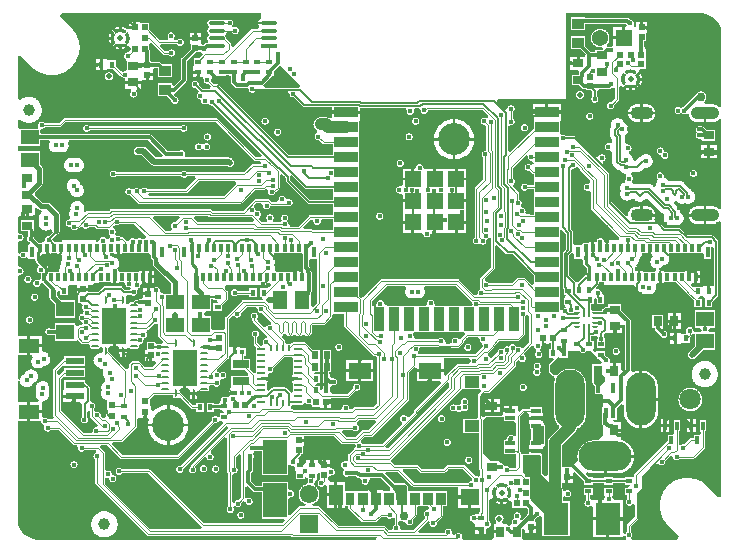
<source format=gtl>
G04*
G04 #@! TF.GenerationSoftware,Altium Limited,Altium Designer,21.6.1 (37)*
G04*
G04 Layer_Physical_Order=1*
G04 Layer_Color=255*
%FSLAX44Y44*%
%MOMM*%
G71*
G04*
G04 #@! TF.SameCoordinates,7F95C58A-CF7D-4278-AF47-FD52C239B5E1*
G04*
G04*
G04 #@! TF.FilePolarity,Positive*
G04*
G01*
G75*
%ADD10C,0.2000*%
%ADD11C,0.2500*%
%ADD13C,0.5000*%
%ADD14C,0.1270*%
%ADD18R,0.5220X0.6000*%
%ADD19R,0.6000X0.5220*%
%ADD20R,0.9000X0.7000*%
%ADD21R,0.5200X0.5200*%
%ADD22R,0.7000X0.9000*%
%ADD23R,0.5500X0.4500*%
%ADD24R,0.4500X0.5500*%
%ADD25R,0.5200X0.5200*%
%ADD26R,2.0000X2.9000*%
%ADD27R,0.6750X0.2500*%
%ADD28R,0.2500X0.5750*%
%ADD29R,0.4000X0.9500*%
%ADD30R,0.3000X0.6500*%
%ADD31R,1.5500X0.6000*%
%ADD32R,1.8000X1.2000*%
%ADD33R,1.4000X0.3500*%
%ADD34O,1.4000X0.3500*%
%ADD35R,1.5000X1.3000*%
%ADD36R,1.0000X0.9000*%
G04:AMPARAMS|DCode=37|XSize=0.24mm|YSize=0.6mm|CornerRadius=0.06mm|HoleSize=0mm|Usage=FLASHONLY|Rotation=90.000|XOffset=0mm|YOffset=0mm|HoleType=Round|Shape=RoundedRectangle|*
%AMROUNDEDRECTD37*
21,1,0.2400,0.4800,0,0,90.0*
21,1,0.1200,0.6000,0,0,90.0*
1,1,0.1200,0.2400,0.0600*
1,1,0.1200,0.2400,-0.0600*
1,1,0.1200,-0.2400,-0.0600*
1,1,0.1200,-0.2400,0.0600*
%
%ADD37ROUNDEDRECTD37*%
%ADD38R,2.0000X0.9000*%
G04:AMPARAMS|DCode=39|XSize=0.25mm|YSize=0.65mm|CornerRadius=0.0625mm|HoleSize=0mm|Usage=FLASHONLY|Rotation=0.000|XOffset=0mm|YOffset=0mm|HoleType=Round|Shape=RoundedRectangle|*
%AMROUNDEDRECTD39*
21,1,0.2500,0.5250,0,0,0.0*
21,1,0.1250,0.6500,0,0,0.0*
1,1,0.1250,0.0625,-0.2625*
1,1,0.1250,-0.0625,-0.2625*
1,1,0.1250,-0.0625,0.2625*
1,1,0.1250,0.0625,0.2625*
%
%ADD39ROUNDEDRECTD39*%
%ADD40R,0.8500X1.1000*%
%ADD41R,0.8500X0.3500*%
G04:AMPARAMS|DCode=42|XSize=0.2mm|YSize=0.5mm|CornerRadius=0.05mm|HoleSize=0mm|Usage=FLASHONLY|Rotation=270.000|XOffset=0mm|YOffset=0mm|HoleType=Round|Shape=RoundedRectangle|*
%AMROUNDEDRECTD42*
21,1,0.2000,0.4000,0,0,270.0*
21,1,0.1000,0.5000,0,0,270.0*
1,1,0.1000,-0.2000,-0.0500*
1,1,0.1000,-0.2000,0.0500*
1,1,0.1000,0.2000,0.0500*
1,1,0.1000,0.2000,-0.0500*
%
%ADD42ROUNDEDRECTD42*%
%ADD44R,1.4000X0.7500*%
G04:AMPARAMS|DCode=45|XSize=0.2mm|YSize=0.7mm|CornerRadius=0.05mm|HoleSize=0mm|Usage=FLASHONLY|Rotation=0.000|XOffset=0mm|YOffset=0mm|HoleType=Round|Shape=RoundedRectangle|*
%AMROUNDEDRECTD45*
21,1,0.2000,0.6000,0,0,0.0*
21,1,0.1000,0.7000,0,0,0.0*
1,1,0.1000,0.0500,-0.3000*
1,1,0.1000,-0.0500,-0.3000*
1,1,0.1000,-0.0500,0.3000*
1,1,0.1000,0.0500,0.3000*
%
%ADD45ROUNDEDRECTD45*%
%ADD46R,0.5500X0.6500*%
%ADD47R,0.3000X0.7100*%
%ADD48R,0.6200X0.6200*%
%ADD49R,0.4600X0.4200*%
%ADD50R,0.6200X0.6200*%
%ADD51R,0.7500X1.1000*%
%ADD52R,1.1700X1.8000*%
%ADD53R,1.9000X1.3500*%
%ADD54R,0.8750X1.1000*%
%ADD55R,1.5500X1.3500*%
%ADD56R,1.2000X1.0000*%
%ADD57R,1.3300X1.3300*%
%ADD58R,0.9000X2.0000*%
%ADD59R,2.1590X2.7430*%
%ADD60R,1.3000X1.5000*%
%ADD125C,0.1250*%
G04:AMPARAMS|DCode=126|XSize=0.2mm|YSize=0.125mm|CornerRadius=0mm|HoleSize=0mm|Usage=FLASHONLY|Rotation=135.000|XOffset=0mm|YOffset=0mm|HoleType=Round|Shape=Round|*
%AMOVALD126*
21,1,0.0750,0.1250,0.0000,0.0000,135.0*
1,1,0.1250,0.0265,-0.0265*
1,1,0.1250,-0.0265,0.0265*
%
%ADD126OVALD126*%

G04:AMPARAMS|DCode=127|XSize=0.2mm|YSize=0.125mm|CornerRadius=0mm|HoleSize=0mm|Usage=FLASHONLY|Rotation=45.000|XOffset=0mm|YOffset=0mm|HoleType=Round|Shape=Round|*
%AMOVALD127*
21,1,0.0750,0.1250,0.0000,0.0000,45.0*
1,1,0.1250,-0.0265,-0.0265*
1,1,0.1250,0.0265,0.0265*
%
%ADD127OVALD127*%

%ADD128O,0.5000X0.2000*%
%ADD129O,0.2000X0.5000*%
%ADD130O,0.2000X0.5000*%
%ADD131O,0.5000X0.2000*%
%ADD132C,0.7500*%
%ADD133C,1.0000*%
%ADD134R,0.4000X0.9000*%
G04:AMPARAMS|DCode=135|XSize=2.05mm|YSize=3.05mm|CornerRadius=0.0513mm|HoleSize=0mm|Usage=FLASHONLY|Rotation=0.000|XOffset=0mm|YOffset=0mm|HoleType=Round|Shape=RoundedRectangle|*
%AMROUNDEDRECTD135*
21,1,2.0500,2.9475,0,0,0.0*
21,1,1.9475,3.0500,0,0,0.0*
1,1,0.1025,0.9738,-1.4738*
1,1,0.1025,-0.9738,-1.4738*
1,1,0.1025,-0.9738,1.4738*
1,1,0.1025,0.9738,1.4738*
%
%ADD135ROUNDEDRECTD135*%
%ADD136C,0.3000*%
%ADD137C,0.1016*%
%ADD138C,0.4000*%
%ADD139C,1.0000*%
%ADD140C,0.5000*%
%ADD141R,1.3680X1.3680*%
%ADD142C,1.3680*%
%ADD143C,2.7000*%
%ADD144C,0.4060*%
%ADD145C,5.5000*%
%ADD146O,4.5000X2.5000*%
%ADD147O,2.5000X5.0000*%
%ADD148O,2.5000X4.5000*%
%ADD149C,1.8000*%
%ADD150R,1.5500X1.5500*%
%ADD151C,1.5500*%
%ADD152O,1.9000X1.1000*%
%ADD153O,2.4000X1.1000*%
%ADD154C,0.4064*%
%ADD155C,0.5080*%
G36*
X585239Y447271D02*
X588508Y445917D01*
X591449Y443951D01*
X593951Y441450D01*
X595917Y438508D01*
X597271Y435239D01*
X597961Y431769D01*
X597961Y430078D01*
Y369288D01*
X597352Y368874D01*
X595961Y368543D01*
X595810Y368710D01*
X595264Y369205D01*
X594672Y369644D01*
X594040Y370022D01*
X593373Y370337D01*
X592680Y370586D01*
X591965Y370765D01*
X591236Y370873D01*
X590500Y370909D01*
X583630D01*
X582870Y372686D01*
X582917Y372909D01*
X583253Y373120D01*
X583670Y373453D01*
X584047Y373830D01*
X584380Y374247D01*
X584664Y374699D01*
X584895Y375179D01*
X585072Y375683D01*
X585190Y376203D01*
X585250Y376733D01*
Y377267D01*
X585190Y377797D01*
X585072Y378317D01*
X584895Y378821D01*
X584664Y379301D01*
X584380Y379753D01*
X584047Y380170D01*
X583670Y380547D01*
X583253Y380880D01*
X582801Y381164D01*
X582321Y381395D01*
X581817Y381572D01*
X581297Y381690D01*
X580767Y381750D01*
X580233D01*
X579703Y381690D01*
X579183Y381572D01*
X578679Y381395D01*
X578199Y381164D01*
X577747Y380880D01*
X577330Y380547D01*
X576953Y380170D01*
X576620Y379753D01*
X576336Y379301D01*
X576155Y378926D01*
X575977Y378773D01*
X565684Y368480D01*
X565540Y368457D01*
X565086Y368310D01*
X564661Y368093D01*
X564275Y367813D01*
X563750Y367564D01*
X563225Y367813D01*
X562839Y368093D01*
X562414Y368310D01*
X561960Y368457D01*
X561489Y368532D01*
X561011D01*
X560540Y368457D01*
X560086Y368310D01*
X559661Y368093D01*
X559275Y367813D01*
X558937Y367475D01*
X558657Y367089D01*
X558440Y366664D01*
X558293Y366210D01*
X558218Y365739D01*
Y365261D01*
X558293Y364790D01*
X558440Y364336D01*
X558657Y363911D01*
X558937Y363525D01*
X559275Y363187D01*
X559661Y362907D01*
X560086Y362690D01*
X560540Y362543D01*
X561011Y362468D01*
X561489D01*
X561960Y362543D01*
X562414Y362690D01*
X562839Y362907D01*
X563225Y363187D01*
X563750Y363436D01*
X564275Y363187D01*
X564661Y362907D01*
X565086Y362690D01*
X565540Y362543D01*
X566011Y362468D01*
X566489D01*
X566960Y362543D01*
X567414Y362690D01*
X567839Y362907D01*
X568007Y363029D01*
X569058Y362839D01*
X569922Y362419D01*
X570083Y362289D01*
X570135Y361935D01*
X570314Y361220D01*
X570563Y360526D01*
X570878Y359860D01*
X571256Y359228D01*
X571695Y358636D01*
X572190Y358090D01*
X572736Y357595D01*
X573328Y357156D01*
X573960Y356778D01*
X574626Y356463D01*
X575320Y356214D01*
X576035Y356035D01*
X576764Y355927D01*
X577500Y355891D01*
X582750D01*
Y363400D01*
X585250D01*
Y355891D01*
X590500D01*
X591236Y355927D01*
X591965Y356035D01*
X592680Y356214D01*
X593373Y356463D01*
X594040Y356778D01*
X594672Y357156D01*
X595264Y357595D01*
X595810Y358090D01*
X595961Y358257D01*
X597352Y357925D01*
X597961Y357512D01*
X597961Y282888D01*
X597352Y282474D01*
X595961Y282143D01*
X595810Y282310D01*
X595264Y282805D01*
X594672Y283244D01*
X594040Y283622D01*
X593373Y283937D01*
X592680Y284186D01*
X591965Y284365D01*
X591236Y284473D01*
X590500Y284509D01*
X585250D01*
Y277000D01*
Y269491D01*
X590500D01*
X591236Y269527D01*
X591965Y269635D01*
X592680Y269814D01*
X593373Y270063D01*
X594040Y270378D01*
X594672Y270756D01*
X595264Y271195D01*
X595810Y271690D01*
X595961Y271857D01*
X597352Y271525D01*
X597961Y271112D01*
X597961Y44548D01*
X597961Y41000D01*
X597961Y40278D01*
X597556Y38891D01*
X597428Y38689D01*
X595011Y38278D01*
X585644Y47645D01*
X585602Y47673D01*
X585572Y47714D01*
X584009Y49131D01*
X583879Y49208D01*
X583772Y49315D01*
X580268Y51657D01*
X580082Y51734D01*
X579915Y51845D01*
X576021Y53458D01*
X575824Y53498D01*
X575639Y53574D01*
X571505Y54397D01*
X571304D01*
X571107Y54436D01*
X566892Y54436D01*
X566695Y54397D01*
X566494D01*
X562361Y53574D01*
X562175Y53498D01*
X561978Y53458D01*
X558084Y51845D01*
X557917Y51734D01*
X557732Y51657D01*
X554227Y49315D01*
X554085Y49173D01*
X553918Y49062D01*
X550938Y46082D01*
X550826Y45915D01*
X550684Y45773D01*
X548343Y42268D01*
X548266Y42083D01*
X548154Y41915D01*
X546541Y38022D01*
X546502Y37824D01*
X546425Y37639D01*
X545603Y33505D01*
Y33304D01*
X545564Y33107D01*
X545564Y28893D01*
X545603Y28696D01*
Y28495D01*
X546425Y24361D01*
X546502Y24176D01*
X546541Y23978D01*
X548154Y20085D01*
X548266Y19918D01*
X548343Y19732D01*
X550684Y16228D01*
X550791Y16121D01*
X550869Y15991D01*
X552286Y14428D01*
X552325Y14399D01*
X552352Y14358D01*
X561687Y4984D01*
X561285Y2554D01*
X561113Y2444D01*
X559723Y2039D01*
X522265D01*
X521607Y3620D01*
X521577Y4039D01*
X521813Y4275D01*
X522093Y4661D01*
X522310Y5086D01*
X522457Y5540D01*
X522532Y6011D01*
Y6489D01*
X522457Y6960D01*
X522310Y7414D01*
X522093Y7839D01*
X521813Y8225D01*
X521475Y8563D01*
X521133Y8811D01*
Y13324D01*
X527155Y19345D01*
X527358Y19593D01*
X527509Y19875D01*
X527602Y20181D01*
X527633Y20500D01*
Y41324D01*
X531405Y45095D01*
X531608Y45343D01*
X531759Y45625D01*
X531852Y45931D01*
X531883Y46250D01*
Y55674D01*
X542511Y66302D01*
X542905Y66411D01*
X543219Y66411D01*
X544937Y66025D01*
X545275Y65687D01*
X545661Y65407D01*
X546086Y65190D01*
X546540Y65043D01*
X547011Y64968D01*
X547489D01*
X547960Y65043D01*
X548414Y65190D01*
X548839Y65407D01*
X549225Y65687D01*
X549563Y66025D01*
X549843Y66411D01*
X550060Y66836D01*
X550207Y67290D01*
X550282Y67761D01*
Y68239D01*
X550216Y68657D01*
X554954Y73395D01*
X556298Y72936D01*
X556875Y72487D01*
Y72261D01*
X556950Y71790D01*
X557097Y71336D01*
X557314Y70911D01*
X557594Y70525D01*
X557932Y70187D01*
X558318Y69907D01*
X558743Y69690D01*
X559197Y69543D01*
X559668Y69468D01*
X560146D01*
X560617Y69543D01*
X561071Y69690D01*
X561496Y69907D01*
X561882Y70187D01*
X562220Y70525D01*
X562468Y70867D01*
X574000D01*
X574319Y70898D01*
X574625Y70991D01*
X574907Y71142D01*
X575155Y71345D01*
X583655Y79845D01*
X583858Y80093D01*
X584009Y80375D01*
X584101Y80681D01*
X584133Y81000D01*
Y94050D01*
X585000D01*
Y103150D01*
X580000D01*
Y94050D01*
X580000D01*
X580364Y92799D01*
X579095Y90950D01*
X575000D01*
Y88033D01*
X572150D01*
X571831Y88001D01*
X571525Y87909D01*
X571243Y87758D01*
X570995Y87555D01*
X566225Y82784D01*
X565807Y82850D01*
X565329D01*
X564858Y82775D01*
X564404Y82628D01*
X563979Y82411D01*
X563633Y82160D01*
X563338Y82205D01*
X562236Y82528D01*
X561633Y82963D01*
Y94050D01*
X562500D01*
Y103150D01*
X557500D01*
Y94050D01*
X557500D01*
X557864Y92799D01*
X556595Y90950D01*
X552500D01*
Y86209D01*
X524595Y58305D01*
X524392Y58057D01*
X524241Y57775D01*
X524148Y57469D01*
X524117Y57150D01*
Y57098D01*
X523750Y55250D01*
X516250D01*
Y54010D01*
X506250D01*
Y55250D01*
X498750D01*
Y54010D01*
X488750D01*
Y55250D01*
X485297D01*
X482938Y57609D01*
X484071Y59304D01*
X484430Y59156D01*
X485412Y58829D01*
X486416Y58572D01*
X487435Y58389D01*
X488465Y58278D01*
X489500Y58241D01*
X498250D01*
Y72750D01*
X499500D01*
Y74000D01*
X523949D01*
X523862Y74815D01*
X523678Y75834D01*
X523422Y76838D01*
X523094Y77821D01*
X522698Y78777D01*
X522234Y79703D01*
X521706Y80594D01*
X521115Y81445D01*
X520465Y82252D01*
X519760Y83010D01*
X519002Y83715D01*
X518195Y84365D01*
X517344Y84956D01*
X516454Y85485D01*
X515527Y85948D01*
X514571Y86344D01*
X513588Y86671D01*
X513171Y86778D01*
X512514Y88463D01*
X512500Y88782D01*
X512500Y88975D01*
Y93750D01*
X507000D01*
Y96250D01*
X512500D01*
Y101500D01*
X507668D01*
X506164Y103500D01*
X506164Y103500D01*
X509500D01*
Y112954D01*
X513241Y116694D01*
X515241Y115866D01*
Y111000D01*
X515278Y109965D01*
X515388Y108935D01*
X515572Y107916D01*
X515829Y106912D01*
X516156Y105930D01*
X516552Y104973D01*
X517015Y104046D01*
X517544Y103156D01*
X518135Y102305D01*
X518785Y101498D01*
X519490Y100740D01*
X520248Y100035D01*
X521055Y99385D01*
X521906Y98794D01*
X522797Y98266D01*
X523723Y97802D01*
X524679Y97406D01*
X525662Y97079D01*
X526666Y96822D01*
X527685Y96638D01*
X528500Y96551D01*
Y121000D01*
Y145449D01*
X527685Y145362D01*
X526666Y145178D01*
X525662Y144922D01*
X524679Y144594D01*
X523723Y144198D01*
X522797Y143735D01*
X521162Y144818D01*
X521052Y145025D01*
X521135Y145225D01*
X521227Y145608D01*
X521258Y146000D01*
Y187250D01*
X521227Y187642D01*
X521135Y188025D01*
X520984Y188389D01*
X520779Y188724D01*
X520523Y189023D01*
X513000Y196546D01*
Y201500D01*
X502000D01*
Y199508D01*
X500954D01*
X500561Y199477D01*
X500179Y199385D01*
X499815Y199234D01*
X499480Y199029D01*
X499180Y198773D01*
X498704Y198296D01*
X498448Y197997D01*
X498444Y197990D01*
X498434Y197980D01*
X498290Y197957D01*
X497836Y197810D01*
X497411Y197593D01*
X497025Y197313D01*
X496687Y196975D01*
X496407Y196589D01*
X496190Y196164D01*
X496140Y196009D01*
X491001D01*
X490976Y196006D01*
X489001D01*
X487723Y197226D01*
X487507Y197499D01*
X487478Y197793D01*
X487392Y198076D01*
X487253Y198337D01*
X487143Y198471D01*
Y201500D01*
X489750D01*
Y205678D01*
X489907Y205931D01*
X491750Y206905D01*
X491932Y206788D01*
X491982Y206621D01*
X492134Y206337D01*
X492250Y206196D01*
Y201500D01*
X498750D01*
Y209000D01*
X498021D01*
X497729Y209148D01*
X497434Y209415D01*
X496461Y210833D01*
Y211310D01*
X496386Y211781D01*
X496239Y212235D01*
X496022Y212661D01*
X495741Y213047D01*
X495404Y213384D01*
X495018Y213664D01*
X494593Y213881D01*
X494139Y214029D01*
X493667Y214103D01*
X493190D01*
X492719Y214029D01*
X492662Y214010D01*
X491738Y215113D01*
X491498Y215674D01*
X493359Y217535D01*
X493563Y217784D01*
X493715Y218068D01*
X493808Y218376D01*
X493840Y218697D01*
Y220063D01*
X495697Y220408D01*
X496697Y220408D01*
X498887D01*
Y217598D01*
X509507D01*
Y217598D01*
X510887D01*
Y217598D01*
X523879D01*
X524347Y217362D01*
X525646Y216020D01*
Y215364D01*
X525719Y214712D01*
X525865Y214072D01*
X526082Y213453D01*
X526367Y212862D01*
X526716Y212306D01*
X527125Y211793D01*
X527589Y211329D01*
X528102Y210920D01*
X528657Y210571D01*
X529249Y210286D01*
X529868Y210070D01*
X530508Y209923D01*
X531160Y209850D01*
X531816D01*
X532468Y209923D01*
X533107Y210070D01*
X533727Y210286D01*
X534002Y210419D01*
X534386Y210234D01*
X535005Y210017D01*
X535645Y209871D01*
X536297Y209798D01*
X536953D01*
X537606Y209871D01*
X538245Y210017D01*
X538865Y210234D01*
X539456Y210519D01*
X540011Y210868D01*
X540524Y211277D01*
X540988Y211741D01*
X541397Y212254D01*
X541746Y212810D01*
X542031Y213401D01*
X542248Y214020D01*
X542394Y214660D01*
X542467Y215312D01*
Y215968D01*
X542394Y216620D01*
X542248Y217260D01*
X542111Y217650D01*
X542601Y218484D01*
X543470Y219408D01*
X544283Y219408D01*
X544947D01*
Y224657D01*
X547447D01*
Y219408D01*
X549697D01*
Y220408D01*
X555197Y220408D01*
X556697Y220408D01*
X558673D01*
X567485Y211595D01*
X574742Y204338D01*
Y204125D01*
X574750Y204045D01*
Y198750D01*
X581250D01*
Y206250D01*
X578691D01*
X578344Y206750D01*
X579390Y208750D01*
X581164Y208750D01*
X582750Y207750D01*
X583750Y206250D01*
Y198750D01*
X590250D01*
Y203427D01*
X594579Y207755D01*
X594783Y208004D01*
X594935Y208288D01*
X595028Y208596D01*
X595060Y208917D01*
Y254397D01*
X595028Y254718D01*
X594935Y255026D01*
X594783Y255310D01*
X594579Y255559D01*
X593423Y256715D01*
X593351Y256952D01*
X593199Y257236D01*
X592995Y257485D01*
X591151Y259329D01*
X590902Y259533D01*
X590618Y259685D01*
X590309Y259778D01*
X589989Y259810D01*
X569072D01*
X563319Y265562D01*
X563070Y265767D01*
X562786Y265919D01*
X562478Y266012D01*
X562158Y266044D01*
X550280D01*
X545297Y271027D01*
X545048Y271231D01*
X544764Y271383D01*
X544455Y271476D01*
X544135Y271508D01*
X542154D01*
X541827Y271794D01*
X541022Y273460D01*
X541337Y274126D01*
X541586Y274820D01*
X541765Y275535D01*
X541797Y275750D01*
X530400D01*
Y277000D01*
X529150D01*
Y284509D01*
X526400D01*
X525664Y284473D01*
X524935Y284365D01*
X524220Y284186D01*
X523526Y283937D01*
X522860Y283622D01*
X522228Y283244D01*
X521636Y282805D01*
X521090Y282310D01*
X520595Y281764D01*
X520156Y281172D01*
X519778Y280540D01*
X519463Y279874D01*
X519214Y279180D01*
X519035Y278465D01*
X518927Y277736D01*
X518891Y277000D01*
X518903Y276749D01*
X517760Y276022D01*
X516965Y275858D01*
X504810Y288013D01*
Y312383D01*
X504778Y312703D01*
X504685Y313012D01*
X504533Y313296D01*
X504329Y313545D01*
X497370Y320504D01*
X497408Y321362D01*
X497914Y322690D01*
X498339Y322907D01*
X498725Y323187D01*
X499063Y323525D01*
X499343Y323911D01*
X499560Y324336D01*
X499707Y324790D01*
X499782Y325261D01*
Y325739D01*
X499707Y326210D01*
X499560Y326664D01*
X499343Y327089D01*
X499063Y327475D01*
X498725Y327813D01*
X498339Y328093D01*
X497914Y328310D01*
X497460Y328457D01*
X496989Y328532D01*
X496511D01*
X496040Y328457D01*
X495586Y328310D01*
X495161Y328093D01*
X494775Y327813D01*
X494437Y327475D01*
X494157Y327089D01*
X493940Y326664D01*
X492612Y326158D01*
X491753Y326120D01*
X474710Y343164D01*
X474461Y343368D01*
X474177Y343520D01*
X473868Y343613D01*
X473548Y343645D01*
X466609D01*
X466367Y343977D01*
X466030Y344315D01*
X465644Y344595D01*
X465219Y344812D01*
X464765Y344959D01*
X464294Y345034D01*
X463816D01*
X463345Y344959D01*
X463000Y344847D01*
X462879Y344816D01*
X462080Y345109D01*
X461000Y346348D01*
X461000Y356089D01*
X462000Y357675D01*
X462000Y358561D01*
Y362925D01*
X438000D01*
X438000Y357675D01*
X439000Y356089D01*
X439000Y350595D01*
X418648Y330242D01*
X416800Y331008D01*
Y351934D01*
X417254Y352428D01*
X417764Y352724D01*
X418800Y353131D01*
X419040Y353053D01*
X419511Y352978D01*
X419989D01*
X420460Y353053D01*
X420914Y353200D01*
X421339Y353417D01*
X421725Y353697D01*
X422063Y354035D01*
X422343Y354421D01*
X422560Y354846D01*
X422707Y355300D01*
X422782Y355771D01*
Y356249D01*
X422707Y356720D01*
X422560Y357174D01*
X422343Y357599D01*
X422063Y357985D01*
X421725Y358323D01*
X421383Y358571D01*
Y364532D01*
X421725Y364780D01*
X422063Y365118D01*
X422343Y365504D01*
X422560Y365929D01*
X422707Y366383D01*
X422782Y366854D01*
Y367332D01*
X422707Y367803D01*
X422560Y368257D01*
X422343Y368682D01*
X422063Y369068D01*
X421725Y369406D01*
X421339Y369686D01*
X420914Y369903D01*
X420460Y370050D01*
X419989Y370125D01*
X419511D01*
X419040Y370050D01*
X418586Y369903D01*
X418161Y369686D01*
X417775Y369406D01*
X417437Y369068D01*
X417157Y368682D01*
X416940Y368257D01*
X416793Y367803D01*
X416718Y367332D01*
Y367120D01*
X416105Y366651D01*
X414794Y366215D01*
X407943Y373066D01*
X408771Y375066D01*
X464426D01*
X465000Y375066D01*
X465000Y375066D01*
X465261Y375101D01*
X465504Y375201D01*
X465713Y375362D01*
X465873Y375571D01*
X465974Y375814D01*
X466009Y376075D01*
X466009Y376075D01*
X466009Y376648D01*
X466009Y447961D01*
X580000Y447961D01*
X581769Y447961D01*
X585239Y447271D01*
D02*
G37*
G36*
X208491Y447961D02*
Y443423D01*
X208277Y443380D01*
X207812Y443222D01*
X207371Y443004D01*
X206962Y442731D01*
X206593Y442407D01*
X206269Y442038D01*
X205995Y441629D01*
X205778Y441188D01*
X205620Y440723D01*
X205524Y440241D01*
X205492Y439750D01*
X205524Y439259D01*
X205620Y438777D01*
X205778Y438312D01*
X205995Y437871D01*
X206269Y437462D01*
X206550Y437141D01*
X206609Y437055D01*
X206763Y436643D01*
X205791Y434883D01*
X201250D01*
X200931Y434851D01*
X200625Y434759D01*
X200343Y434608D01*
X200095Y434405D01*
X184633Y418942D01*
X182633Y419771D01*
Y422000D01*
X182602Y422319D01*
X182509Y422625D01*
X182358Y422907D01*
X182155Y423155D01*
X178504Y426805D01*
X178475Y427182D01*
X178374Y427602D01*
X178208Y428002D01*
X177982Y428371D01*
X177701Y428700D01*
X178047Y430621D01*
X178937Y431617D01*
X183689D01*
X183937Y431275D01*
X184275Y430937D01*
X184661Y430657D01*
X185086Y430440D01*
X185540Y430293D01*
X186011Y430218D01*
X186489D01*
X186960Y430293D01*
X187414Y430440D01*
X187839Y430657D01*
X188225Y430937D01*
X188563Y431275D01*
X188843Y431661D01*
X189060Y432086D01*
X189207Y432540D01*
X189282Y433011D01*
Y433489D01*
X189207Y433960D01*
X189060Y434414D01*
X188843Y434839D01*
X188563Y435225D01*
X188225Y435563D01*
X187839Y435843D01*
X187414Y436060D01*
X186960Y436207D01*
X186489Y436282D01*
X186011D01*
X185540Y436207D01*
X185086Y436060D01*
X184661Y435843D01*
X183475Y437437D01*
X183813Y437775D01*
X184093Y438161D01*
X184310Y438586D01*
X184457Y439040D01*
X184532Y439511D01*
Y439989D01*
X184457Y440460D01*
X184310Y440914D01*
X184093Y441339D01*
X183813Y441725D01*
X183475Y442063D01*
X183089Y442343D01*
X182664Y442560D01*
X182210Y442707D01*
X181739Y442782D01*
X181261D01*
X180790Y442707D01*
X180336Y442560D01*
X179911Y442343D01*
X179525Y442063D01*
X178391Y441838D01*
X177371Y441982D01*
X177002Y442208D01*
X176602Y442374D01*
X176182Y442475D01*
X175750Y442509D01*
X165250D01*
X164818Y442475D01*
X164398Y442374D01*
X163998Y442208D01*
X163629Y441982D01*
X163299Y441701D01*
X163018Y441371D01*
X162792Y441002D01*
X162626Y440602D01*
X162526Y440182D01*
X162491Y439750D01*
X162526Y439319D01*
X162626Y438898D01*
X162792Y438498D01*
X163018Y438129D01*
X163299Y437799D01*
X163470Y437654D01*
X163629Y437069D01*
Y435931D01*
X163470Y435346D01*
X163299Y435201D01*
X163018Y434871D01*
X162792Y434502D01*
X162626Y434102D01*
X162526Y433681D01*
X162491Y433250D01*
X162526Y432818D01*
X162626Y432398D01*
X162792Y431998D01*
X163018Y431629D01*
X163299Y431299D01*
X163470Y431154D01*
X163629Y430569D01*
Y429431D01*
X163470Y428846D01*
X163299Y428700D01*
X163018Y428371D01*
X162792Y428002D01*
X162626Y427602D01*
X162526Y427182D01*
X162491Y426750D01*
X162526Y426319D01*
X162626Y425898D01*
X162792Y425498D01*
X163018Y425129D01*
X163299Y424799D01*
X163348Y424758D01*
X163205Y423738D01*
X162674Y422758D01*
X162017D01*
X161624Y422727D01*
X161242Y422635D01*
X160878Y422484D01*
X160543Y422279D01*
X160243Y422023D01*
X159217Y420997D01*
X159081Y421008D01*
X158730D01*
X157100Y421900D01*
Y425250D01*
X147900D01*
Y421900D01*
X148900D01*
Y417946D01*
X140881Y409928D01*
X140626Y409629D01*
X140420Y409293D01*
X140270Y408929D01*
X140178Y408547D01*
X140147Y408155D01*
Y392284D01*
X134500Y386637D01*
X132500Y387466D01*
Y388500D01*
X120500D01*
Y377500D01*
X128454D01*
X132270Y373684D01*
X132293Y373540D01*
X132440Y373086D01*
X132657Y372661D01*
X132937Y372275D01*
X133275Y371937D01*
X133661Y371657D01*
X134086Y371440D01*
X134540Y371293D01*
X135011Y371218D01*
X135489D01*
X135960Y371293D01*
X136414Y371440D01*
X136839Y371657D01*
X137225Y371937D01*
X137563Y372275D01*
X137843Y372661D01*
X138060Y373086D01*
X138207Y373540D01*
X138282Y374011D01*
Y374489D01*
X138207Y374960D01*
X138060Y375414D01*
X137843Y375839D01*
X137563Y376225D01*
X137225Y376563D01*
X136839Y376843D01*
X136414Y377060D01*
X135960Y377207D01*
X135816Y377230D01*
X134539Y378507D01*
X134667Y379490D01*
X135184Y380615D01*
X135548Y380766D01*
X135883Y380971D01*
X136182Y381227D01*
X144428Y389472D01*
X144683Y389771D01*
X144889Y390107D01*
X145040Y390471D01*
X145132Y390853D01*
X145162Y391245D01*
Y407116D01*
X152947Y414900D01*
X156100D01*
X156100Y414900D01*
X157208Y415131D01*
X158716Y413508D01*
X158729Y413408D01*
X158663Y412972D01*
X155941Y410250D01*
X151250D01*
Y404250D01*
X151250Y403836D01*
X150250Y402250D01*
X150250Y402164D01*
Y399250D01*
X155000D01*
Y398000D01*
X156250D01*
Y393750D01*
X158535D01*
X158853Y393523D01*
X159157Y393142D01*
X159814Y391777D01*
X159793Y391710D01*
X159718Y391239D01*
Y390761D01*
X159793Y390290D01*
X159940Y389836D01*
X160157Y389411D01*
X160437Y389025D01*
X160775Y388687D01*
X161161Y388407D01*
X161586Y388190D01*
X162040Y388043D01*
X162511Y387968D01*
X162988D01*
X163407Y388034D01*
X165548Y385893D01*
X164719Y383893D01*
X158680D01*
X155468Y387106D01*
X155532Y387511D01*
Y387989D01*
X155457Y388460D01*
X155310Y388914D01*
X155093Y389339D01*
X154813Y389725D01*
X154475Y390063D01*
X154089Y390343D01*
X153664Y390560D01*
X153210Y390707D01*
X152739Y390782D01*
X152261D01*
X151790Y390707D01*
X151336Y390560D01*
X150911Y390343D01*
X150525Y390063D01*
X150187Y389725D01*
X149907Y389339D01*
X149690Y388914D01*
X149543Y388460D01*
X149468Y387989D01*
Y387511D01*
X149543Y387040D01*
X149690Y386586D01*
X149907Y386161D01*
X150187Y385775D01*
X150525Y385437D01*
X150911Y385157D01*
X151336Y384940D01*
X151790Y384793D01*
X152261Y384718D01*
X152739D01*
X153144Y384782D01*
X155154Y382772D01*
X155264Y382272D01*
X155252Y382067D01*
X154781Y380317D01*
X154775Y380313D01*
X154437Y379975D01*
X154157Y379589D01*
X153940Y379164D01*
X153793Y378710D01*
X153718Y378239D01*
Y377761D01*
X153793Y377290D01*
X153940Y376836D01*
X154157Y376411D01*
X154437Y376025D01*
X154775Y375687D01*
X155161Y375407D01*
X155586Y375190D01*
X156040Y375043D01*
X156703Y374668D01*
X157128Y374003D01*
X157218Y373386D01*
X157293Y372915D01*
X157440Y372461D01*
X157657Y372036D01*
X157937Y371650D01*
X158275Y371312D01*
X158661Y371032D01*
X159086Y370815D01*
X159540Y370668D01*
X160011Y370593D01*
X160489D01*
X160960Y370668D01*
X161414Y370815D01*
X161839Y371032D01*
X162225Y371312D01*
X162869Y371333D01*
X163794Y371183D01*
X164407Y370951D01*
X164687Y370564D01*
X165025Y370227D01*
X165411Y369947D01*
X165836Y369730D01*
X166290Y369582D01*
X166761Y369508D01*
X167239D01*
X167644Y369572D01*
X209142Y328074D01*
X208377Y326226D01*
X203911D01*
X171733Y358405D01*
X171485Y358608D01*
X171203Y358759D01*
X170897Y358852D01*
X170578Y358883D01*
X42000D01*
X41681Y358852D01*
X41375Y358759D01*
X41093Y358608D01*
X40845Y358405D01*
X37324Y354883D01*
X25061D01*
X24813Y355225D01*
X24475Y355563D01*
X24089Y355843D01*
X23664Y356060D01*
X23210Y356207D01*
X22739Y356282D01*
X22261D01*
X21790Y356207D01*
X21336Y356060D01*
X20911Y355843D01*
X20525Y355563D01*
X20187Y355225D01*
X19907Y354839D01*
X19690Y354414D01*
X19543Y353960D01*
X19468Y353489D01*
Y353011D01*
X19543Y352540D01*
X19637Y352250D01*
X19611Y351937D01*
X18987Y350764D01*
X18460Y350250D01*
X4039D01*
X4000Y350250D01*
X2039Y350344D01*
Y356995D01*
X2289Y357224D01*
X4039Y357861D01*
X4157Y357752D01*
X4843Y357211D01*
X5570Y356725D01*
X6333Y356298D01*
X7127Y355932D01*
X7947Y355629D01*
X8788Y355392D01*
X9646Y355221D01*
X10514Y355119D01*
X11387Y355084D01*
X12261Y355119D01*
X13129Y355221D01*
X13986Y355392D01*
X14828Y355629D01*
X15648Y355932D01*
X16442Y356298D01*
X17205Y356725D01*
X17931Y357211D01*
X18618Y357752D01*
X19260Y358345D01*
X19853Y358987D01*
X20394Y359674D01*
X20880Y360401D01*
X21307Y361163D01*
X21673Y361957D01*
X21976Y362777D01*
X22213Y363619D01*
X22384Y364476D01*
X22487Y365344D01*
X22521Y366218D01*
X22487Y367091D01*
X22384Y367960D01*
X22213Y368817D01*
X21976Y369658D01*
X21673Y370479D01*
X21307Y371273D01*
X20880Y372035D01*
X20394Y372762D01*
X19853Y373449D01*
X19260Y374091D01*
X18618Y374684D01*
X17931Y375225D01*
X17205Y375711D01*
X16442Y376138D01*
X15648Y376504D01*
X14828Y376807D01*
X13986Y377044D01*
X13129Y377214D01*
X12261Y377317D01*
X11387Y377351D01*
X10514Y377317D01*
X9646Y377214D01*
X8788Y377044D01*
X7947Y376807D01*
X7127Y376504D01*
X6333Y376138D01*
X5570Y375711D01*
X4843Y375225D01*
X4157Y374684D01*
X4039Y374575D01*
X2289Y375212D01*
X2039Y375440D01*
Y405452D01*
X2039Y409722D01*
X2443Y411109D01*
X2572Y411311D01*
X4989Y411722D01*
X14355Y402355D01*
X14398Y402327D01*
X14428Y402286D01*
X15991Y400869D01*
X16121Y400792D01*
X16228Y400685D01*
X19732Y398343D01*
X19918Y398266D01*
X20085Y398155D01*
X23979Y396542D01*
X24176Y396503D01*
X24361Y396426D01*
X28495Y395604D01*
X28696D01*
X28893Y395564D01*
X33108Y395564D01*
X33305Y395603D01*
X33505D01*
X37639Y396426D01*
X37825Y396503D01*
X38022Y396542D01*
X41916Y398155D01*
X42083Y398266D01*
X42268Y398343D01*
X45773Y400685D01*
X45915Y400827D01*
X46082Y400938D01*
X49062Y403919D01*
X49173Y404086D01*
X49316Y404228D01*
X51657Y407732D01*
X51734Y407918D01*
X51845Y408085D01*
X53458Y411979D01*
X53498Y412176D01*
X53575Y412361D01*
X54397Y416495D01*
Y416696D01*
X54436Y416893D01*
X54436Y421107D01*
X54397Y421305D01*
Y421505D01*
X53574Y425639D01*
X53498Y425825D01*
X53458Y426022D01*
X51845Y429916D01*
X51734Y430083D01*
X51657Y430268D01*
X49315Y433773D01*
X49208Y433880D01*
X49131Y434009D01*
X47714Y435573D01*
X47675Y435601D01*
X47648Y435642D01*
X38312Y445016D01*
X38715Y447447D01*
X38887Y447556D01*
X40276Y447961D01*
X41000Y447961D01*
X44548D01*
X208491Y447961D01*
D02*
G37*
G36*
X181250Y394750D02*
X182492D01*
Y389750D01*
X182523Y389358D01*
X182615Y388975D01*
X182766Y388611D01*
X182971Y388276D01*
X183227Y387977D01*
X185727Y385477D01*
X186026Y385221D01*
X186362Y385016D01*
X186725Y384865D01*
X187108Y384773D01*
X187500Y384742D01*
X195895D01*
X196124Y384677D01*
X196286Y384591D01*
X197508Y383553D01*
X197757Y383107D01*
X197793Y382883D01*
X197940Y382429D01*
X198157Y382004D01*
X198437Y381618D01*
X198775Y381280D01*
X199161Y381000D01*
X199586Y380783D01*
X200040Y380636D01*
X200511Y380561D01*
X200989D01*
X201460Y380636D01*
X201914Y380783D01*
X202339Y381000D01*
X202725Y381280D01*
X203063Y381618D01*
X203085Y381649D01*
X230714D01*
X230924Y381548D01*
X231284Y381242D01*
X232278Y379864D01*
Y379386D01*
X232353Y378915D01*
X232500Y378461D01*
X232717Y378036D01*
X232997Y377650D01*
X233335Y377312D01*
X233721Y377032D01*
X234146Y376815D01*
X234600Y376668D01*
X235071Y376593D01*
X235549D01*
X235954Y376657D01*
X243463Y369148D01*
X243712Y368944D01*
X243996Y368792D01*
X244305Y368699D01*
X244625Y368667D01*
X263580D01*
X263739Y368619D01*
X264060Y368587D01*
X268000D01*
Y365425D01*
X292000D01*
Y367607D01*
X330356D01*
X330781Y367259D01*
X331009Y366922D01*
X331590Y365607D01*
X331543Y365460D01*
X331468Y364989D01*
Y364511D01*
X331543Y364040D01*
X331690Y363586D01*
X331907Y363161D01*
X332187Y362775D01*
X332525Y362437D01*
X332911Y362157D01*
X333336Y361940D01*
X333790Y361793D01*
X334261Y361718D01*
X334739D01*
X335210Y361793D01*
X335664Y361940D01*
X336089Y362157D01*
X336475Y362437D01*
X336813Y362775D01*
X337093Y363161D01*
X337310Y363586D01*
X337457Y364040D01*
X337532Y364511D01*
Y364989D01*
X337457Y365460D01*
X337410Y365607D01*
X337990Y366922D01*
X338219Y367259D01*
X338644Y367607D01*
X341602D01*
X342144Y367239D01*
X343171Y366043D01*
X343218Y365619D01*
Y365511D01*
X343293Y365040D01*
X343440Y364586D01*
X343657Y364161D01*
X343937Y363775D01*
X344275Y363437D01*
X344661Y363157D01*
X345086Y362940D01*
X345540Y362793D01*
X346011Y362718D01*
X346489D01*
X346960Y362793D01*
X347414Y362940D01*
X347839Y363157D01*
X348225Y363437D01*
X348563Y363775D01*
X348843Y364161D01*
X349060Y364586D01*
X349207Y365040D01*
X349282Y365511D01*
Y365989D01*
X349605Y366367D01*
X395594D01*
X400279Y361682D01*
X400141Y359795D01*
X399766Y359287D01*
X398839Y359093D01*
X398414Y359310D01*
X397960Y359457D01*
X397489Y359532D01*
X397011D01*
X396540Y359457D01*
X396086Y359310D01*
X395661Y359093D01*
X395275Y358813D01*
X394937Y358475D01*
X394657Y358089D01*
X394440Y357664D01*
X394293Y357210D01*
X394218Y356739D01*
Y356261D01*
X394293Y355790D01*
X394440Y355336D01*
X394657Y354911D01*
X394937Y354525D01*
X395275Y354187D01*
X395661Y353907D01*
X396086Y353690D01*
X396540Y353543D01*
X397011Y353468D01*
X397489D01*
X398818Y351926D01*
Y331873D01*
X398347Y331470D01*
X397869D01*
X397398Y331395D01*
X396944Y331248D01*
X396519Y331031D01*
X396133Y330751D01*
X395795Y330413D01*
X395515Y330027D01*
X395298Y329602D01*
X395151Y329148D01*
X395076Y328677D01*
Y328199D01*
X395151Y327728D01*
X395298Y327274D01*
X395515Y326849D01*
X395795Y326463D01*
X396133Y326125D01*
X396357Y325962D01*
Y307166D01*
X389345Y300155D01*
X389142Y299907D01*
X388991Y299625D01*
X388899Y299319D01*
X388867Y299000D01*
Y257667D01*
X388525Y257419D01*
X388187Y257081D01*
X387907Y256695D01*
X387690Y256270D01*
X387543Y255816D01*
X387468Y255345D01*
Y254867D01*
X387543Y254396D01*
X387690Y253942D01*
X387907Y253517D01*
X388187Y253131D01*
X388525Y252793D01*
X388911Y252513D01*
X389336Y252296D01*
X389790Y252149D01*
X390261Y252074D01*
X390739D01*
X391210Y252149D01*
X391664Y252296D01*
X392089Y252513D01*
X392499Y252798D01*
X393287Y252945D01*
X393980Y252675D01*
X394367Y252394D01*
X394792Y252177D01*
X395246Y252030D01*
X395717Y251955D01*
X396194D01*
X396666Y252030D01*
X397120Y252177D01*
X397545Y252394D01*
X397931Y252675D01*
X398268Y253012D01*
X398549Y253398D01*
X398766Y253823D01*
X398913Y254277D01*
X398988Y254748D01*
Y255226D01*
X398913Y255697D01*
X398916Y256264D01*
X399796Y256930D01*
X400182Y257210D01*
X400520Y257548D01*
X400800Y257934D01*
X400815Y257963D01*
X402676Y257677D01*
X402815Y257619D01*
Y232926D01*
X393756Y223867D01*
X393553Y223619D01*
X393402Y223337D01*
X393309Y223031D01*
X393277Y222712D01*
Y216274D01*
X393309Y215955D01*
X393338Y215860D01*
X393401Y215646D01*
X393137Y214328D01*
X392964Y213894D01*
X392645Y213402D01*
X392618Y213382D01*
X392280Y213044D01*
X392000Y212658D01*
X391783Y212233D01*
X391636Y211779D01*
X391561Y211308D01*
Y210831D01*
X390744Y209697D01*
X388657Y209402D01*
X375938Y222122D01*
X375690Y222325D01*
X375408Y222476D01*
X375102Y222568D01*
X374783Y222600D01*
X309967D01*
X309648Y222568D01*
X309342Y222476D01*
X309060Y222325D01*
X308812Y222122D01*
X294536Y207845D01*
X292905Y206680D01*
X291000Y208584D01*
Y216975D01*
X291000Y217275D01*
Y218975D01*
X291000Y219275D01*
Y229975D01*
X291000Y229975D01*
Y231675D01*
X291000D01*
X291000Y231975D01*
Y242675D01*
X291000D01*
Y244375D01*
X291000D01*
Y255375D01*
X291000D01*
Y257075D01*
X291000D01*
Y268075D01*
X291000D01*
Y269775D01*
X291000D01*
Y280475D01*
X291000Y280775D01*
Y282475D01*
X291000Y282775D01*
Y293475D01*
X291000D01*
Y295175D01*
X291000D01*
Y306175D01*
X291000D01*
Y307875D01*
X291000D01*
Y318575D01*
X291000Y318875D01*
Y320575D01*
X291000Y320875D01*
Y331275D01*
X291000Y331575D01*
Y333275D01*
X291000Y333575D01*
Y343975D01*
X291000Y344275D01*
Y345975D01*
X291000Y346275D01*
X291000Y356089D01*
X292000Y357675D01*
X292000Y358561D01*
Y362925D01*
X268000D01*
Y359787D01*
X267510Y359351D01*
X266000Y358801D01*
X265947Y358838D01*
X265357Y359164D01*
X264735Y359422D01*
X264087Y359609D01*
X263423Y359722D01*
X262750Y359759D01*
X258500D01*
X257827Y359722D01*
X257163Y359609D01*
X256515Y359422D01*
X255893Y359164D01*
X255303Y358838D01*
X254753Y358448D01*
X254251Y357999D01*
X253802Y357497D01*
X253412Y356947D01*
X253086Y356357D01*
X252828Y355735D01*
X252641Y355087D01*
X252528Y354423D01*
X252491Y353750D01*
X252528Y353077D01*
X252641Y352413D01*
X252828Y351765D01*
X253086Y351143D01*
X253412Y350553D01*
X253802Y350003D01*
X254251Y349501D01*
X254753Y349052D01*
X255303Y348662D01*
X255664Y348462D01*
X255777Y347514D01*
X255460Y346350D01*
X255336Y346310D01*
X254911Y346093D01*
X254525Y345813D01*
X254187Y345475D01*
X253907Y345089D01*
X253690Y344664D01*
X253543Y344210D01*
X253468Y343739D01*
Y343261D01*
X253543Y342790D01*
X253690Y342336D01*
X253907Y341911D01*
X254187Y341525D01*
X254525Y341187D01*
X254911Y340907D01*
X255336Y340690D01*
X255790Y340543D01*
X256261Y340468D01*
X256739D01*
X257157Y340534D01*
X260070Y337620D01*
X260318Y337417D01*
X260600Y337266D01*
X260906Y337174D01*
X261225Y337142D01*
X269000D01*
Y333575D01*
X269000Y333275D01*
Y331575D01*
X269000Y331275D01*
Y327718D01*
X231605D01*
X171787Y387537D01*
X171538Y387741D01*
X171254Y387893D01*
X170945Y387986D01*
X170625Y388018D01*
X170523Y388008D01*
X168051D01*
X165716Y390344D01*
X165782Y390761D01*
Y391239D01*
X165707Y391710D01*
X165694Y391750D01*
X166358Y393162D01*
X166647Y393523D01*
X166965Y393750D01*
X169664D01*
X169750Y393750D01*
X171336Y394750D01*
X171750Y394750D01*
X178750D01*
Y395492D01*
X181250D01*
Y394750D01*
D02*
G37*
G36*
X241150Y386924D02*
X241109Y386498D01*
X240310Y384935D01*
X211399D01*
X211068Y385333D01*
X209974Y386971D01*
X210273Y387227D01*
X216773Y393727D01*
X217029Y394026D01*
X217234Y394361D01*
X217385Y394725D01*
X217391Y394750D01*
X218750D01*
Y398204D01*
X224310Y403764D01*
X241150Y386924D01*
D02*
G37*
G36*
X202080Y323439D02*
X202327Y323236D01*
X202610Y323085D01*
X202916Y322992D01*
X203235Y322961D01*
X207004D01*
X208128Y320961D01*
X207845Y320497D01*
X207645Y320383D01*
X201250D01*
X200931Y320351D01*
X200625Y320259D01*
X200343Y320108D01*
X200095Y319905D01*
X193324Y313133D01*
X145698D01*
X145593Y313339D01*
X145313Y313725D01*
X144975Y314063D01*
X144589Y314343D01*
X144164Y314560D01*
X143710Y314707D01*
X143239Y314782D01*
X142761D01*
X142290Y314707D01*
X141836Y314560D01*
X141411Y314343D01*
X141025Y314063D01*
X140687Y313725D01*
X140407Y313339D01*
X140302Y313133D01*
X85835D01*
X85718Y313361D01*
X85438Y313747D01*
X85100Y314085D01*
X84714Y314365D01*
X84289Y314582D01*
X83835Y314729D01*
X83364Y314804D01*
X82886D01*
X82415Y314729D01*
X81961Y314582D01*
X81536Y314365D01*
X81150Y314085D01*
X80813Y313747D01*
X80532Y313361D01*
X80315Y312936D01*
X80168Y312482D01*
X80093Y312011D01*
Y311534D01*
X80168Y311062D01*
X80315Y310608D01*
X80532Y310183D01*
X80813Y309797D01*
X81150Y309459D01*
X81536Y309179D01*
X81961Y308962D01*
X82415Y308815D01*
X82886Y308740D01*
X83364D01*
X83835Y308815D01*
X84289Y308962D01*
X84714Y309179D01*
X85100Y309459D01*
X85438Y309797D01*
X85489Y309867D01*
X140620D01*
X140687Y309775D01*
X141025Y309437D01*
X141411Y309157D01*
X141836Y308940D01*
X142290Y308793D01*
X142761Y308718D01*
X143239D01*
X143710Y308793D01*
X144164Y308940D01*
X144589Y309157D01*
X144975Y309437D01*
X145313Y309775D01*
X145380Y309867D01*
X152020D01*
X152048Y309837D01*
X152796Y307867D01*
X143812Y298883D01*
X111811D01*
X111563Y299225D01*
X111225Y299563D01*
X110839Y299843D01*
X110414Y300060D01*
X109960Y300207D01*
X109489Y300282D01*
X109011D01*
X108540Y300207D01*
X108086Y300060D01*
X107661Y299843D01*
X107275Y299563D01*
X107154Y299441D01*
X106889Y299317D01*
X106356Y299217D01*
X105183Y299200D01*
X104725Y299313D01*
X104339Y299593D01*
X103914Y299810D01*
X103460Y299957D01*
X102989Y300032D01*
X102511D01*
X102040Y299957D01*
X101586Y299810D01*
X101161Y299593D01*
X100775Y299313D01*
X100653Y299191D01*
X100388Y299067D01*
X99856Y298967D01*
X98683Y298951D01*
X98225Y299063D01*
X97839Y299343D01*
X97414Y299560D01*
X96960Y299707D01*
X96489Y299782D01*
X96011D01*
X95540Y299707D01*
X95086Y299560D01*
X94661Y299343D01*
X94275Y299063D01*
X93937Y298725D01*
X93657Y298339D01*
X93440Y297914D01*
X93293Y297460D01*
X93218Y296989D01*
Y296511D01*
X93293Y296040D01*
X93440Y295586D01*
X93657Y295161D01*
X93937Y294775D01*
X94275Y294437D01*
X94661Y294157D01*
X95086Y293940D01*
X95540Y293793D01*
X96011Y293718D01*
X96489D01*
X96906Y293784D01*
X103438Y287252D01*
X103686Y287049D01*
X103968Y286898D01*
X104274Y286805D01*
X104593Y286774D01*
X190734D01*
X191053Y286805D01*
X191359Y286898D01*
X191642Y287049D01*
X191889Y287252D01*
X203097Y298460D01*
X210513D01*
X210832Y298491D01*
X211138Y298584D01*
X211420Y298735D01*
X211668Y298938D01*
X211843Y299113D01*
X212874Y299196D01*
X214400Y298008D01*
X214253Y297555D01*
X214178Y297083D01*
Y296606D01*
X214253Y296135D01*
X214400Y295681D01*
X214617Y295256D01*
X214897Y294869D01*
X215235Y294532D01*
X215621Y294251D01*
X216046Y294035D01*
X216500Y293887D01*
X216971Y293813D01*
X217449D01*
X217920Y293887D01*
X218374Y294035D01*
X218799Y294251D01*
X219185Y294532D01*
X219523Y294869D01*
X219803Y295256D01*
X220020Y295681D01*
X220168Y296135D01*
X220174Y296177D01*
X220571Y296573D01*
X220608Y296584D01*
X220890Y296735D01*
X221137Y296938D01*
X223280Y299081D01*
X223483Y299328D01*
X223633Y299610D01*
X223705Y299845D01*
X223748Y299927D01*
X223841Y300233D01*
X223873Y300552D01*
Y311127D01*
X225721Y311892D01*
X229147Y308466D01*
Y306024D01*
X229178Y305704D01*
X229272Y305396D01*
X229424Y305112D01*
X229628Y304863D01*
X247677Y286813D01*
X247926Y286609D01*
X248210Y286457D01*
X248519Y286364D01*
X248839Y286332D01*
X269000D01*
Y282775D01*
X269000Y282475D01*
Y280775D01*
X269000Y280475D01*
Y276908D01*
X262878D01*
X262864Y276916D01*
X262558Y277008D01*
X262239Y277040D01*
X249907D01*
X249588Y277008D01*
X249282Y276916D01*
X249000Y276765D01*
X248752Y276562D01*
X239481Y267290D01*
X232975D01*
X232766Y267391D01*
X232405Y267697D01*
X231412Y269075D01*
Y269553D01*
X231337Y270024D01*
X231189Y270478D01*
X230973Y270903D01*
X230692Y271289D01*
X230363Y271738D01*
X230419Y272461D01*
X230699Y272847D01*
X230916Y273272D01*
X231063Y273726D01*
X231138Y274197D01*
Y274675D01*
X231063Y275146D01*
X230916Y275600D01*
X230699Y276025D01*
X230419Y276411D01*
X230081Y276749D01*
X229695Y277029D01*
X229270Y277246D01*
X228816Y277393D01*
X228345Y277468D01*
X227868D01*
X227396Y277393D01*
X226942Y277246D01*
X226517Y277029D01*
X226131Y276749D01*
X225793Y276411D01*
X225513Y276025D01*
X225296Y275600D01*
X225149Y275146D01*
X225074Y274675D01*
Y274197D01*
X225149Y273726D01*
X225296Y273272D01*
X225447Y272976D01*
X225207Y272159D01*
X224903Y271477D01*
X224450Y270976D01*
X218931D01*
X218314Y272182D01*
X218139Y272976D01*
X218284Y273176D01*
X218501Y273601D01*
X218648Y274055D01*
X218723Y274526D01*
Y275003D01*
X218648Y275475D01*
X218501Y275929D01*
X218284Y276354D01*
X218004Y276740D01*
X217666Y277077D01*
X217280Y277358D01*
X216855Y277575D01*
X216401Y277722D01*
X215930Y277797D01*
X215452D01*
X214981Y277722D01*
X214527Y277575D01*
X214102Y277358D01*
X213716Y277077D01*
X213379Y276740D01*
X213098Y276354D01*
X212881Y275929D01*
X212734Y275475D01*
X212659Y275003D01*
Y274526D01*
X212734Y274055D01*
X212881Y273601D01*
X213098Y273176D01*
X213243Y272976D01*
X213068Y272182D01*
X212451Y270976D01*
X208912D01*
X206837Y273050D01*
X206760Y273270D01*
X206722Y273741D01*
X206994Y275418D01*
X207332Y275756D01*
X207612Y276142D01*
X207829Y276567D01*
X207976Y277021D01*
X208051Y277493D01*
Y277970D01*
X207976Y278441D01*
X207829Y278895D01*
X207612Y279320D01*
X207332Y279706D01*
X206994Y280044D01*
X206608Y280324D01*
X206183Y280541D01*
X205729Y280688D01*
X205257Y280763D01*
X204780D01*
X203998Y281061D01*
X203466Y281700D01*
X203310Y282164D01*
X203093Y282589D01*
X202813Y282975D01*
X202475Y283313D01*
X202203Y284990D01*
X202242Y285462D01*
X202318Y285681D01*
X203594Y286956D01*
X208154D01*
X208363Y286856D01*
X208724Y286549D01*
X209718Y285171D01*
Y284694D01*
X209792Y284222D01*
X209940Y283768D01*
X210156Y283343D01*
X210437Y282957D01*
X210774Y282619D01*
X211160Y282339D01*
X211586Y282122D01*
X212040Y281975D01*
X212511Y281900D01*
X212988D01*
X213459Y281975D01*
X213913Y282122D01*
X214339Y282339D01*
X214725Y282619D01*
X215062Y282957D01*
X215343Y283343D01*
X215559Y283768D01*
X215707Y284222D01*
X215808Y284715D01*
X216196Y285024D01*
X229979D01*
X230213Y284854D01*
X230638Y284637D01*
X231092Y284490D01*
X231563Y284415D01*
X232041D01*
X232512Y284490D01*
X232966Y284637D01*
X233391Y284854D01*
X233777Y285134D01*
X234115Y285472D01*
X234395Y285858D01*
X234612Y286283D01*
X234759Y286737D01*
X234834Y287208D01*
Y287686D01*
X234759Y288157D01*
X234612Y288611D01*
X234395Y289036D01*
X234115Y289422D01*
X233777Y289760D01*
X233391Y290040D01*
X232966Y290257D01*
X232512Y290404D01*
X232041Y290479D01*
X231563D01*
X231092Y290404D01*
X231032Y290385D01*
X230653Y290417D01*
X229933Y290674D01*
X229129Y291151D01*
X228810Y291478D01*
X228593Y291903D01*
X228313Y292289D01*
X227975Y292627D01*
X227589Y292907D01*
X227164Y293124D01*
X226710Y293271D01*
X226239Y293346D01*
X225761D01*
X225290Y293271D01*
X224836Y293124D01*
X224411Y292907D01*
X224025Y292627D01*
X223687Y292289D01*
X223407Y291903D01*
X223190Y291478D01*
X223043Y291024D01*
X222968Y290553D01*
Y290075D01*
X221974Y288697D01*
X221614Y288391D01*
X221404Y288290D01*
X216873D01*
X215419Y289744D01*
X215172Y289947D01*
X214889Y290098D01*
X214583Y290191D01*
X214264Y290222D01*
X202917D01*
X202599Y290191D01*
X202292Y290098D01*
X202010Y289947D01*
X201763Y289744D01*
X192745Y280726D01*
X167086D01*
X166205Y281608D01*
X165957Y281811D01*
X165675Y281962D01*
X165369Y282055D01*
X165050Y282086D01*
X81469D01*
X81151Y282055D01*
X80844Y281962D01*
X80562Y281811D01*
X80315Y281608D01*
X79340Y280633D01*
X61250D01*
X60931Y280602D01*
X60625Y280509D01*
X60343Y280358D01*
X60095Y280155D01*
X59318Y279377D01*
X57621Y280420D01*
X57906Y281011D01*
X58123Y281630D01*
X58268Y282270D01*
X58342Y282922D01*
Y283578D01*
X58268Y284230D01*
X58123Y284870D01*
X57906Y285489D01*
X57621Y286080D01*
X57272Y286636D01*
X56863Y287149D01*
X56399Y287613D01*
X55886Y288022D01*
X55330Y288371D01*
X54739Y288656D01*
X54120Y288873D01*
X53480Y289018D01*
X52828Y289092D01*
X52172D01*
X51520Y289018D01*
X50880Y288873D01*
X50261Y288656D01*
X49670Y288371D01*
X49114Y288022D01*
X48601Y287613D01*
X48137Y287149D01*
X47728Y286636D01*
X47379Y286080D01*
X47094Y285489D01*
X46877Y284870D01*
X46732Y284230D01*
X46658Y283578D01*
Y282922D01*
X46732Y282270D01*
X46807Y281940D01*
X46612Y281696D01*
X46263Y281141D01*
X45979Y280550D01*
X45762Y279930D01*
X45616Y279291D01*
X45542Y278638D01*
Y277982D01*
X45616Y277330D01*
X45762Y276691D01*
X45979Y276071D01*
X46263Y275480D01*
X46377Y275299D01*
X46444Y274938D01*
X46275Y274350D01*
X45461Y273176D01*
X44990Y273102D01*
X44536Y272954D01*
X44111Y272738D01*
X43725Y272457D01*
X43387Y272120D01*
X43107Y271733D01*
X42890Y271308D01*
X42743Y270854D01*
X42668Y270383D01*
Y269906D01*
X42743Y269434D01*
X42890Y268981D01*
X43107Y268555D01*
X43387Y268169D01*
X43725Y267832D01*
X44111Y267551D01*
X44536Y267334D01*
X44990Y267187D01*
X45461Y267112D01*
X45939D01*
X46541Y267053D01*
X47043Y266540D01*
X47190Y266086D01*
X47407Y265661D01*
X47687Y265275D01*
X48025Y264937D01*
X48411Y264657D01*
X48836Y264440D01*
X49290Y264293D01*
X49761Y264218D01*
X50239D01*
X50710Y264293D01*
X51164Y264440D01*
X51589Y264657D01*
X51975Y264937D01*
X52313Y265275D01*
X52561Y265617D01*
X52750D01*
X53069Y265648D01*
X53375Y265741D01*
X53657Y265892D01*
X53905Y266095D01*
X54718Y266909D01*
X55494Y266976D01*
X56723Y266715D01*
X57114Y266477D01*
X57261Y266275D01*
X57599Y265937D01*
X57985Y265657D01*
X58410Y265440D01*
X58864Y265292D01*
X59335Y265218D01*
X59812D01*
X60284Y265292D01*
X60738Y265440D01*
X61163Y265657D01*
X61549Y265937D01*
X61887Y266275D01*
X62135Y266617D01*
X67402D01*
X68164Y265855D01*
X68411Y265652D01*
X68694Y265501D01*
X69000Y265408D01*
X69319Y265377D01*
X77730D01*
X78308Y264852D01*
X79034Y263654D01*
X79071Y263377D01*
X79024Y263076D01*
Y262599D01*
X79098Y262128D01*
X79246Y261674D01*
X79463Y261249D01*
X79743Y260862D01*
X80080Y260525D01*
X80289Y260373D01*
X80412Y259169D01*
X80305Y258469D01*
X80200Y258189D01*
X80059Y258117D01*
X79673Y257836D01*
X79335Y257499D01*
X79055Y257113D01*
X79020Y257044D01*
X78038Y256823D01*
X76845Y257025D01*
X76843Y257029D01*
X76563Y257415D01*
X76225Y257752D01*
X75839Y258033D01*
X75414Y258249D01*
X74960Y258397D01*
X74489Y258472D01*
X74011D01*
X73540Y258397D01*
X73086Y258249D01*
X72661Y258033D01*
X72275Y257752D01*
X71937Y257415D01*
X71657Y257029D01*
X71440Y256603D01*
X71293Y256150D01*
X71218Y255678D01*
X70065Y254492D01*
X69648Y254161D01*
X69550Y254169D01*
X68599Y254664D01*
X68432Y254814D01*
Y256217D01*
X57812D01*
Y256218D01*
X56432D01*
Y256217D01*
X39812D01*
Y254408D01*
X35622D01*
Y254408D01*
X33622Y254100D01*
X31295Y256427D01*
X35561Y260692D01*
X35866Y260819D01*
X36269Y261066D01*
X36628Y261372D01*
X36934Y261731D01*
X37181Y262134D01*
X37362Y262570D01*
X37472Y263029D01*
X37509Y263500D01*
Y277250D01*
X37472Y277721D01*
X37362Y278180D01*
X37181Y278616D01*
X36934Y279019D01*
X36628Y279378D01*
X29378Y286628D01*
X29019Y286935D01*
X28616Y287181D01*
X28180Y287362D01*
X27721Y287472D01*
X27250Y287509D01*
X22747D01*
X16465Y293790D01*
Y296210D01*
X22378Y302122D01*
X22685Y302481D01*
X22931Y302884D01*
X23112Y303320D01*
X23222Y303779D01*
X23259Y304250D01*
Y316000D01*
X23222Y316471D01*
X23112Y316930D01*
X22931Y317366D01*
X22685Y317769D01*
X22378Y318128D01*
X21000Y319506D01*
Y331250D01*
X4039D01*
X4000Y331250D01*
X2039Y331344D01*
Y335156D01*
X4039Y335250D01*
X21000D01*
Y340242D01*
X23091D01*
X23483Y340273D01*
X23866Y340365D01*
X24229Y340516D01*
X24565Y340721D01*
X24589Y340742D01*
X28023D01*
X28453Y340299D01*
X29079Y338742D01*
X29077Y338738D01*
X28792Y338147D01*
X28575Y337528D01*
X28430Y336888D01*
X28356Y336236D01*
Y335580D01*
X28430Y334928D01*
X28575Y334288D01*
X28792Y333669D01*
X29077Y333078D01*
X29426Y332522D01*
X29835Y332009D01*
X30299Y331545D01*
X30812Y331136D01*
X31368Y330787D01*
X31959Y330502D01*
X32578Y330285D01*
X33218Y330140D01*
X33870Y330066D01*
X34526D01*
X35178Y330140D01*
X35818Y330285D01*
X36437Y330502D01*
X36730Y330643D01*
X37023Y330502D01*
X37642Y330285D01*
X38282Y330140D01*
X38934Y330066D01*
X39590D01*
X40242Y330140D01*
X40882Y330285D01*
X41501Y330502D01*
X42092Y330787D01*
X42648Y331136D01*
X43161Y331545D01*
X43625Y332009D01*
X44034Y332522D01*
X44383Y333078D01*
X44668Y333669D01*
X44885Y334288D01*
X45030Y334928D01*
X45104Y335580D01*
Y336236D01*
X45030Y336888D01*
X44885Y337528D01*
X44668Y338147D01*
X44622Y338242D01*
X45204Y339609D01*
X45800Y340242D01*
X112711D01*
X125196Y327757D01*
X124477Y325841D01*
X124402Y325757D01*
X119073D01*
X111025Y333806D01*
X110680Y334109D01*
X110299Y334363D01*
X109887Y334566D01*
X109453Y334714D01*
X109003Y334803D01*
X108545Y334833D01*
X104076D01*
X103618Y334803D01*
X103168Y334714D01*
X102733Y334566D01*
X102322Y334363D01*
X101940Y334109D01*
X101596Y333806D01*
X101270Y333480D01*
X100967Y333135D01*
X100712Y332754D01*
X100510Y332342D01*
X100362Y331908D01*
X100273Y331458D01*
X100243Y331000D01*
X100273Y330542D01*
X100362Y330092D01*
X100510Y329658D01*
X100712Y329246D01*
X100967Y328865D01*
X101270Y328520D01*
X101615Y328217D01*
X101996Y327962D01*
X102408Y327760D01*
X102842Y327612D01*
X103292Y327523D01*
X103750Y327492D01*
X104208Y327523D01*
X104658Y327612D01*
X105092Y327760D01*
X105211Y327818D01*
X107092D01*
X115140Y319770D01*
X115485Y319467D01*
X115867Y319212D01*
X116278Y319009D01*
X116713Y318862D01*
X117163Y318773D01*
X117621Y318743D01*
X179551D01*
X179865Y318467D01*
X180246Y318212D01*
X180658Y318009D01*
X181092Y317862D01*
X181542Y317773D01*
X182000Y317743D01*
X182458Y317773D01*
X182908Y317862D01*
X183342Y318009D01*
X183754Y318212D01*
X184135Y318467D01*
X184480Y318770D01*
X184783Y319115D01*
X185038Y319496D01*
X185240Y319908D01*
X185388Y320342D01*
X185478Y320792D01*
X185508Y321250D01*
X185478Y321708D01*
X185388Y322158D01*
X185240Y322592D01*
X185038Y323004D01*
X184783Y323385D01*
X184480Y323730D01*
X183480Y324730D01*
X183135Y325033D01*
X182754Y325288D01*
X182342Y325490D01*
X181908Y325638D01*
X181458Y325728D01*
X181000Y325757D01*
X144381D01*
X144363Y325773D01*
X143806Y326549D01*
X143363Y327757D01*
X143403Y327836D01*
X143550Y328290D01*
X143625Y328761D01*
Y329239D01*
X143550Y329710D01*
X143403Y330164D01*
X143186Y330589D01*
X142906Y330975D01*
X142568Y331313D01*
X142182Y331593D01*
X141757Y331810D01*
X141303Y331957D01*
X140832Y332032D01*
X140354D01*
X139883Y331957D01*
X139429Y331810D01*
X139004Y331593D01*
X138886Y331508D01*
X128539D01*
X115523Y344523D01*
X115224Y344779D01*
X114888Y344984D01*
X114525Y345135D01*
X114142Y345227D01*
X113750Y345258D01*
X43802D01*
X43777Y345279D01*
X43442Y345484D01*
X43078Y345635D01*
X42695Y345727D01*
X42303Y345758D01*
X23591D01*
X23198Y345727D01*
X23000Y345679D01*
X22638Y345734D01*
X21588Y346318D01*
X21000Y346885D01*
Y348446D01*
X21154Y348806D01*
X22041Y349938D01*
X22739Y350218D01*
X23210Y350293D01*
X23664Y350440D01*
X24089Y350657D01*
X24475Y350937D01*
X24813Y351275D01*
X25061Y351617D01*
X38000D01*
X38319Y351648D01*
X38625Y351741D01*
X38907Y351892D01*
X39155Y352095D01*
X42676Y355617D01*
X169902D01*
X202080Y323439D01*
D02*
G37*
G36*
X432580Y327941D02*
X434127Y326814D01*
X434118Y326785D01*
X434043Y326314D01*
Y325836D01*
X434118Y325365D01*
X434265Y324911D01*
X434482Y324486D01*
X434762Y324100D01*
X435100Y323762D01*
X435486Y323482D01*
X435911Y323265D01*
X436365Y323118D01*
X436836Y323043D01*
X437314D01*
X438614Y322003D01*
X438987Y321503D01*
X439000Y321472D01*
X439000Y320888D01*
X438656Y320235D01*
X437944Y319942D01*
X436614Y319674D01*
X436475Y319813D01*
X436089Y320093D01*
X435664Y320310D01*
X435210Y320457D01*
X434739Y320532D01*
X434261D01*
X433790Y320457D01*
X433336Y320310D01*
X432911Y320093D01*
X432525Y319813D01*
X432187Y319475D01*
X431907Y319089D01*
X431690Y318664D01*
X431543Y318210D01*
X431468Y317739D01*
Y317261D01*
X431543Y316790D01*
X431690Y316336D01*
X431907Y315911D01*
X432187Y315525D01*
X432525Y315187D01*
X432911Y314907D01*
X433336Y314690D01*
X433790Y314543D01*
X434261Y314468D01*
X434739D01*
X435157Y314534D01*
X437470Y312220D01*
X437718Y312017D01*
X438000Y311866D01*
X438306Y311773D01*
X438625Y311742D01*
X439000D01*
Y308175D01*
X439000Y307875D01*
Y306175D01*
X439000Y305875D01*
Y302308D01*
X433886D01*
X433638Y302650D01*
X433300Y302988D01*
X432914Y303268D01*
X432489Y303485D01*
X432035Y303632D01*
X431564Y303707D01*
X431086D01*
X430615Y303632D01*
X430161Y303485D01*
X429736Y303268D01*
X429350Y302988D01*
X429012Y302650D01*
X428732Y302264D01*
X428515Y301839D01*
X428368Y301385D01*
X428293Y300914D01*
Y300436D01*
X428368Y299965D01*
X428515Y299511D01*
X428732Y299086D01*
X429012Y298700D01*
X429350Y298362D01*
X429736Y298082D01*
X430161Y297865D01*
X430615Y297718D01*
X431086Y297643D01*
X431564D01*
X432035Y297718D01*
X432489Y297865D01*
X432914Y298082D01*
X433300Y298362D01*
X433638Y298700D01*
X433886Y299042D01*
X439000D01*
Y295475D01*
X439000Y295175D01*
Y293475D01*
X439000Y293175D01*
Y282775D01*
X439000Y282475D01*
Y280775D01*
X439000Y280475D01*
Y277447D01*
X435647D01*
X435472Y277540D01*
X435165Y277633D01*
X434847Y277665D01*
X433272D01*
X432720Y278201D01*
X431985Y279492D01*
X431977Y279665D01*
X432032Y280011D01*
Y280488D01*
X431958Y280960D01*
X431810Y281414D01*
X431593Y281839D01*
X431313Y282225D01*
X430975Y282563D01*
X430589Y282843D01*
X430164Y283060D01*
X429710Y283207D01*
X429239Y283282D01*
X428762D01*
X427980Y284458D01*
X427821Y285098D01*
X427999Y285275D01*
X428279Y285661D01*
X428496Y286086D01*
X428643Y286540D01*
X428718Y287011D01*
Y287489D01*
X428643Y287960D01*
X428496Y288414D01*
X428279Y288839D01*
X427999Y289225D01*
X427661Y289563D01*
X427275Y289843D01*
X426850Y290060D01*
X426779Y290083D01*
X426704Y290331D01*
X426601Y290524D01*
Y295183D01*
X426570Y295502D01*
X426477Y295808D01*
X426326Y296091D01*
X426123Y296338D01*
X421699Y300761D01*
X421590Y301154D01*
X421590Y301470D01*
X421975Y303187D01*
X422313Y303525D01*
X422593Y303911D01*
X422810Y304336D01*
X422957Y304790D01*
X423032Y305261D01*
Y305739D01*
X422957Y306210D01*
X422810Y306664D01*
X422593Y307089D01*
X422313Y307475D01*
X421975Y307813D01*
X421633Y308061D01*
Y317148D01*
X432470Y327986D01*
X432580Y327941D01*
D02*
G37*
G36*
X476283Y317332D02*
X476503Y317256D01*
X477988Y315771D01*
X477991Y315735D01*
X478084Y315428D01*
X478235Y315146D01*
X478438Y314899D01*
X486971Y306366D01*
X486890Y304729D01*
X485059Y303675D01*
X484960Y303707D01*
X484489Y303782D01*
X484011D01*
X483540Y303707D01*
X483086Y303560D01*
X482661Y303343D01*
X482275Y303063D01*
X481937Y302725D01*
X481657Y302339D01*
X481440Y301914D01*
X481293Y301460D01*
X481218Y300989D01*
Y300511D01*
X481293Y300040D01*
X481440Y299586D01*
X481657Y299161D01*
X481937Y298775D01*
X482275Y298437D01*
X482661Y298157D01*
X483086Y297940D01*
X483540Y297793D01*
X484011Y297718D01*
X484489D01*
X484960Y297793D01*
X485414Y297940D01*
X485460Y297964D01*
X486704Y297495D01*
X487460Y296916D01*
Y282579D01*
X487491Y282260D01*
X487584Y281954D01*
X487735Y281672D01*
X487938Y281424D01*
X511145Y258218D01*
X511106Y257622D01*
X510938Y256981D01*
X510493Y256217D01*
X501812D01*
Y254408D01*
X498282D01*
Y254739D01*
X498207Y255210D01*
X498060Y255664D01*
X497843Y256089D01*
X497563Y256475D01*
X497225Y256813D01*
X496839Y257093D01*
X496414Y257310D01*
X495960Y257457D01*
X495489Y257532D01*
X495011D01*
X494540Y257457D01*
X494086Y257310D01*
X493661Y257093D01*
X493275Y256813D01*
X492937Y256475D01*
X492657Y256089D01*
X492440Y255664D01*
X492293Y255210D01*
X492218Y254739D01*
Y254408D01*
X490372D01*
Y249158D01*
X487872D01*
Y254408D01*
X485622D01*
X485622Y253407D01*
X480622D01*
Y252615D01*
X479122Y251408D01*
X478622Y251408D01*
X473122Y251408D01*
X472080Y252976D01*
Y262877D01*
X472048Y263197D01*
X471955Y263506D01*
X471803Y263790D01*
X471599Y264039D01*
X470476Y265162D01*
Y314221D01*
X470558Y314466D01*
X471583Y316042D01*
X472061D01*
X472532Y316117D01*
X472986Y316264D01*
X473411Y316481D01*
X473797Y316761D01*
X474135Y317099D01*
X475812Y317371D01*
X476283Y317332D01*
D02*
G37*
G36*
X186943Y303844D02*
X186937Y303617D01*
X186791Y303498D01*
X176427Y293133D01*
X113887D01*
X112640Y295133D01*
X112653Y295159D01*
X113279Y295617D01*
X144488D01*
X144807Y295648D01*
X145113Y295741D01*
X145395Y295892D01*
X145643Y296095D01*
X155165Y305617D01*
X186067D01*
X186943Y303844D01*
D02*
G37*
G36*
X245349Y299513D02*
X245598Y299309D01*
X245882Y299157D01*
X246190Y299064D01*
X246511Y299032D01*
X269000D01*
Y295175D01*
X269000D01*
Y293475D01*
X269000D01*
Y289618D01*
X249520D01*
X232432Y306705D01*
Y309146D01*
X232401Y309467D01*
X232307Y309775D01*
X233987Y310876D01*
X245349Y299513D01*
D02*
G37*
G36*
X19372Y282372D02*
X19731Y282066D01*
X20134Y281819D01*
X20570Y281638D01*
X21029Y281528D01*
X21500Y281491D01*
X22259Y279746D01*
X22252Y279491D01*
X21858Y279177D01*
X21394Y278713D01*
X20985Y278200D01*
X20636Y277644D01*
X20352Y277053D01*
X20135Y276434D01*
X19989Y275794D01*
X19915Y275142D01*
Y274486D01*
X19989Y273834D01*
X20135Y273194D01*
X20352Y272575D01*
X20492Y272282D01*
X20352Y271989D01*
X20135Y271370D01*
X19989Y270730D01*
X19915Y270078D01*
Y269422D01*
X19989Y268770D01*
X20135Y268130D01*
X20352Y267511D01*
X20636Y266920D01*
X20985Y266364D01*
X21394Y265851D01*
X21858Y265387D01*
X22371Y264978D01*
X22927Y264629D01*
X23518Y264344D01*
X24137Y264128D01*
X24777Y263981D01*
X25429Y263908D01*
X26085D01*
X26737Y263981D01*
X27377Y264128D01*
X27996Y264344D01*
X28588Y264629D01*
X29143Y264978D01*
X29491Y265255D01*
X30111Y265141D01*
X31491Y264393D01*
Y263500D01*
X31528Y263029D01*
X31638Y262570D01*
X31672Y262488D01*
X28417Y259233D01*
X27988D01*
X27517Y259158D01*
X27063Y259011D01*
X26638Y258794D01*
X26252Y258513D01*
X25914Y258176D01*
X25634Y257790D01*
X25417Y257365D01*
X25270Y256911D01*
X25195Y256439D01*
Y255962D01*
X25046Y255800D01*
X23622Y254408D01*
D01*
X22036Y253407D01*
X20064D01*
X15994Y257477D01*
X15957Y257710D01*
X15810Y258164D01*
X15593Y258589D01*
X15313Y258975D01*
X15257Y259031D01*
Y263500D01*
X15500D01*
Y272500D01*
X4500D01*
Y263500D01*
X10743D01*
Y259031D01*
X10687Y258975D01*
X10407Y258589D01*
X10190Y258164D01*
X10043Y257710D01*
X9968Y257239D01*
Y256761D01*
X10043Y256290D01*
X10190Y255836D01*
X10407Y255411D01*
X10687Y255025D01*
X11025Y254687D01*
X11411Y254407D01*
X11836Y254190D01*
X12076Y254112D01*
X12441Y253797D01*
X12679Y253407D01*
X11776Y251615D01*
X11482Y251408D01*
X11122D01*
Y246091D01*
X9528Y245444D01*
X9122Y245416D01*
X8882Y245656D01*
X8496Y245936D01*
X8071Y246153D01*
X7617Y246300D01*
X7146Y246375D01*
X6668D01*
X6197Y246300D01*
X5743Y246153D01*
X5318Y245936D01*
X4932Y245656D01*
X4594Y245318D01*
X4314Y244932D01*
X4097Y244507D01*
X3950Y244053D01*
X2039Y244471D01*
Y253652D01*
X2110Y253806D01*
X2440Y254210D01*
X3631Y255097D01*
X4039Y255218D01*
X4270D01*
X4742Y255293D01*
X5196Y255440D01*
X5621Y255657D01*
X6007Y255937D01*
X6345Y256275D01*
X6625Y256661D01*
X6842Y257086D01*
X6989Y257540D01*
X7064Y258011D01*
Y258489D01*
X6989Y258960D01*
X6842Y259414D01*
X6625Y259839D01*
X6345Y260225D01*
X6007Y260563D01*
X5621Y260843D01*
X5196Y261060D01*
X4742Y261207D01*
X4270Y261282D01*
X3793D01*
X2440Y262290D01*
X2110Y262694D01*
X2039Y262848D01*
Y275199D01*
X4039Y276500D01*
X8750D01*
Y282000D01*
X11250D01*
Y276500D01*
X16500D01*
Y282631D01*
X18348Y283396D01*
X19372Y282372D01*
D02*
G37*
G36*
X164324Y275688D02*
X164571Y275485D01*
X164853Y275334D01*
X165159Y275242D01*
X165478Y275210D01*
X200059D01*
X202293Y272976D01*
X201465Y270976D01*
X154662D01*
X151069Y274569D01*
X151897Y276569D01*
X163443D01*
X164324Y275688D01*
D02*
G37*
G36*
X130780Y276569D02*
X138465D01*
X139293Y274569D01*
X135658Y270934D01*
X135240Y271000D01*
X134763D01*
X134292Y270925D01*
X133838Y270778D01*
X133413Y270561D01*
X133027Y270281D01*
X132689Y269943D01*
X132409Y269557D01*
X132192Y269132D01*
X132044Y268678D01*
X131970Y268207D01*
Y267729D01*
X132044Y267258D01*
X132192Y266804D01*
X132409Y266379D01*
X132689Y265993D01*
X132892Y265790D01*
X132840Y265238D01*
X132192Y263790D01*
X127421D01*
X116488Y274722D01*
X117254Y276570D01*
X130763D01*
X130780Y276569D01*
D02*
G37*
G36*
X261746Y273766D02*
X262052Y273673D01*
X262371Y273642D01*
X269000D01*
Y269775D01*
X269000D01*
Y268075D01*
X269000D01*
Y264208D01*
X252008D01*
X251654Y264562D01*
X251407Y264765D01*
X251125Y264916D01*
X250818Y265009D01*
X250500Y265040D01*
X244462D01*
X243697Y266888D01*
X249690Y272881D01*
X252071Y272539D01*
X252468Y271989D01*
Y271511D01*
X252543Y271040D01*
X252690Y270586D01*
X252907Y270161D01*
X253187Y269775D01*
X253525Y269437D01*
X253911Y269157D01*
X254336Y268940D01*
X254790Y268793D01*
X255261Y268718D01*
X255739D01*
X256210Y268793D01*
X256664Y268940D01*
X257089Y269157D01*
X257475Y269437D01*
X257813Y269775D01*
X258093Y270161D01*
X258310Y270586D01*
X258457Y271040D01*
X258532Y271511D01*
Y271989D01*
X259526Y273367D01*
X259886Y273673D01*
X260096Y273774D01*
X261732D01*
X261746Y273766D01*
D02*
G37*
G36*
X110909Y259532D02*
X110693Y258445D01*
X110139Y257473D01*
X110040Y257457D01*
X109586Y257310D01*
X109161Y257093D01*
X108775Y256813D01*
X108125Y256585D01*
X107475Y256813D01*
X107089Y257093D01*
X106664Y257310D01*
X106210Y257457D01*
X105739Y257532D01*
X105261D01*
X104790Y257457D01*
X104336Y257310D01*
X103911Y257093D01*
X103640Y256897D01*
X103446Y256794D01*
X102457Y256557D01*
X101499Y256664D01*
X101049Y256848D01*
X100880Y256971D01*
X100455Y257188D01*
X100001Y257335D01*
X99529Y257410D01*
X99052D01*
X98581Y257335D01*
X98127Y257188D01*
X97702Y256971D01*
X97316Y256690D01*
X96978Y256353D01*
X96698Y255967D01*
X96481Y255542D01*
X96450Y255448D01*
X95884Y255231D01*
X95560Y255147D01*
X95514Y255141D01*
X94329Y255219D01*
X94277Y255282D01*
X91908Y257652D01*
X91660Y257855D01*
X91378Y258006D01*
X91071Y258099D01*
X90753Y258130D01*
X89227D01*
X89184Y258215D01*
X88903Y258601D01*
X88566Y258939D01*
X88180Y259219D01*
X87755Y259436D01*
X87301Y259583D01*
X86829Y259658D01*
X86352D01*
X85881Y259583D01*
X85832Y259567D01*
X85514Y259849D01*
X84852Y260732D01*
X84633Y261227D01*
X84649Y261249D01*
X84866Y261674D01*
X85013Y262128D01*
X85088Y262599D01*
Y263076D01*
X85013Y263548D01*
X84866Y264002D01*
X84649Y264427D01*
X84368Y264813D01*
X84031Y265150D01*
X83645Y265431D01*
X83220Y265648D01*
X82685Y266927D01*
X82643Y267510D01*
X83201Y268086D01*
X84202Y268808D01*
X84411Y268657D01*
X84836Y268440D01*
X85290Y268293D01*
X85761Y268218D01*
X86239D01*
X86710Y268293D01*
X87164Y268440D01*
X87589Y268657D01*
X87975Y268937D01*
X88313Y269275D01*
X88561Y269617D01*
X100824D01*
X110909Y259532D01*
D02*
G37*
G36*
X236500Y244907D02*
X237500D01*
Y244907D01*
X242500D01*
X243492Y243319D01*
Y232539D01*
X243523Y232147D01*
X243581Y231908D01*
X243575Y231687D01*
X242956Y230501D01*
X242454Y229944D01*
X242404Y229907D01*
X238325D01*
Y224657D01*
X235825D01*
Y229907D01*
X233575D01*
X233575Y228908D01*
X228575D01*
Y228908D01*
X227575D01*
Y228908D01*
X223575D01*
X222575Y228908D01*
Y228908D01*
X221574D01*
X220045Y230044D01*
X219601Y230907D01*
X219747Y231546D01*
X219821Y232198D01*
Y232854D01*
X219747Y233507D01*
X219601Y234146D01*
X219385Y234766D01*
X219258Y235028D01*
X219413Y235351D01*
X219630Y235970D01*
X219776Y236610D01*
X219850Y237262D01*
Y237918D01*
X219776Y238570D01*
X219630Y239210D01*
X219413Y239830D01*
X219129Y240421D01*
X218780Y240976D01*
X218370Y241489D01*
X217952Y241908D01*
X217958Y242086D01*
X218664Y243908D01*
X219500D01*
Y244907D01*
X224500D01*
Y244907D01*
X225500D01*
Y244907D01*
X230500D01*
Y244907D01*
X231500D01*
Y244907D01*
X236500D01*
Y244907D01*
D02*
G37*
G36*
X538372Y243908D02*
X539122D01*
X539244Y243730D01*
X539763Y241908D01*
X539723Y241876D01*
X539259Y241412D01*
X538850Y240899D01*
X538501Y240343D01*
X538216Y239752D01*
X538000Y239133D01*
X537854Y238493D01*
X537780Y237841D01*
Y237185D01*
X537854Y236533D01*
X538000Y235893D01*
X538216Y235274D01*
X538501Y234683D01*
X538850Y234127D01*
X539259Y233614D01*
X539723Y233150D01*
X540236Y232741D01*
X540792Y232392D01*
X541383Y232107D01*
X542002Y231891D01*
X542424Y231794D01*
X542696Y229914D01*
X542696Y229907D01*
X541111Y228908D01*
X537697D01*
X537697Y228908D01*
X536697D01*
Y228908D01*
X535697Y228908D01*
X531697D01*
X531697Y229907D01*
X527507D01*
Y231717D01*
X526524D01*
Y232565D01*
X526487Y233130D01*
X526377Y233685D01*
X526195Y234221D01*
X525944Y234729D01*
X525681Y235122D01*
X526044Y235411D01*
X526508Y235875D01*
X526917Y236388D01*
X527266Y236944D01*
X527551Y237535D01*
X527768Y238154D01*
X527914Y238794D01*
X527987Y239446D01*
Y239496D01*
X528182Y239691D01*
X528555Y240117D01*
X528870Y240588D01*
X529120Y241095D01*
X529302Y241631D01*
X529395Y242097D01*
X530432D01*
Y244907D01*
X533622D01*
X533622Y243908D01*
X535872D01*
Y249158D01*
X538372D01*
Y243908D01*
D02*
G37*
G36*
X88372D02*
X90622D01*
Y244907D01*
X96122Y244907D01*
X97622Y244907D01*
X102122Y244907D01*
X103622Y244907D01*
X106622D01*
X107622Y244907D01*
Y244907D01*
X108622D01*
Y244907D01*
X113622D01*
X114615Y243319D01*
Y241537D01*
X114645Y241145D01*
X114737Y240762D01*
X114888Y240398D01*
X115093Y240063D01*
X115349Y239764D01*
X116274Y238839D01*
Y236488D01*
X116273Y236468D01*
Y235968D01*
X116310Y235497D01*
X116420Y235038D01*
X116601Y234602D01*
X116847Y234199D01*
X117154Y233840D01*
X131991Y219004D01*
Y210500D01*
X126500D01*
X126500Y210500D01*
X124609Y210763D01*
X124489Y210782D01*
X124011D01*
X123879Y210761D01*
X123041Y211469D01*
X122418Y212419D01*
X122457Y212540D01*
X122532Y213011D01*
Y213489D01*
X122457Y213960D01*
X122310Y214414D01*
X122093Y214839D01*
X121813Y215225D01*
X121475Y215563D01*
X121089Y215843D01*
X120664Y216060D01*
X120210Y216207D01*
X119739Y216282D01*
X119261D01*
X118790Y216207D01*
X118336Y216060D01*
X117911Y215843D01*
X117525Y215563D01*
X117187Y215225D01*
X116915Y214850D01*
X114000D01*
Y210250D01*
X112750D01*
Y209000D01*
X108150D01*
Y207552D01*
X107949Y207196D01*
X107726Y206974D01*
X106239Y206032D01*
X105761D01*
X105290Y205957D01*
X104836Y205810D01*
X104411Y205593D01*
X104025Y205313D01*
X103722Y205010D01*
X102500D01*
X102108Y204971D01*
X101731Y204857D01*
X101383Y204671D01*
X101079Y204421D01*
X99866Y203208D01*
X98100D01*
X97786Y203177D01*
X97485Y203085D01*
X97207Y202937D01*
X96963Y202737D01*
X96763Y202493D01*
X96743Y202456D01*
X95033Y201866D01*
X94565Y201851D01*
X93758Y202375D01*
Y207625D01*
X93746Y207740D01*
X93824Y208106D01*
X94527Y209282D01*
X94674Y209452D01*
X95047Y209740D01*
X97972D01*
X98275Y209437D01*
X98661Y209157D01*
X99086Y208940D01*
X99540Y208793D01*
X100011Y208718D01*
X100489D01*
X100960Y208793D01*
X101414Y208940D01*
X101839Y209157D01*
X102225Y209437D01*
X102563Y209775D01*
X102843Y210161D01*
X103060Y210586D01*
X103207Y211040D01*
X103282Y211511D01*
Y211989D01*
X103207Y212460D01*
X103188Y212520D01*
X103311Y213437D01*
X103732Y214312D01*
X104220Y214846D01*
X104339Y214907D01*
X104725Y215187D01*
X105063Y215525D01*
X105343Y215911D01*
X105560Y216336D01*
X105707Y216790D01*
X105782Y217261D01*
Y217739D01*
X106830Y219026D01*
X106947Y219111D01*
Y224657D01*
Y229907D01*
X104697D01*
X104697Y228908D01*
X99197Y228908D01*
X97697Y228908D01*
X93197Y228908D01*
X91697Y228908D01*
X87697D01*
Y229907D01*
X87214D01*
X86641Y230871D01*
X86447Y231908D01*
X86646Y232107D01*
X87055Y232620D01*
X87404Y233175D01*
X87689Y233766D01*
X87906Y234386D01*
X88052Y235026D01*
X88125Y235678D01*
Y236334D01*
X88052Y236986D01*
X87906Y237625D01*
X87689Y238245D01*
X87404Y238836D01*
X87055Y239391D01*
X86646Y239904D01*
X86182Y240368D01*
X85669Y240778D01*
X85113Y241127D01*
X84522Y241411D01*
X83903Y241628D01*
X83263Y241774D01*
X82611Y241848D01*
X82142D01*
X82049Y241894D01*
X81513Y242076D01*
X80958Y242186D01*
X80077Y243390D01*
X79852Y244223D01*
X80214Y244835D01*
X80339Y244907D01*
X83622D01*
X83622Y243908D01*
X85872D01*
Y249158D01*
X88372D01*
Y243908D01*
D02*
G37*
G36*
X591718Y249468D02*
X591774Y249387D01*
Y219033D01*
X591250Y217250D01*
X588250D01*
Y212500D01*
X585750D01*
Y217250D01*
X582836D01*
X582750Y217250D01*
X581164Y216250D01*
X580750Y216250D01*
X574750D01*
Y216250D01*
X573628Y215785D01*
X571854Y217560D01*
X572619Y219408D01*
X574947D01*
Y224657D01*
Y229907D01*
X571447D01*
Y224657D01*
X568947D01*
Y229907D01*
X566697D01*
X566697Y228908D01*
X561697D01*
Y228908D01*
X560697D01*
Y228908D01*
X555197Y228908D01*
X553697Y228908D01*
X549697D01*
Y229907D01*
X545542D01*
X545242Y231891D01*
X545861Y232107D01*
X546452Y232392D01*
X547008Y232741D01*
X547521Y233150D01*
X547985Y233614D01*
X548394Y234127D01*
X548535Y234351D01*
X548918Y234394D01*
X549557Y234540D01*
X550177Y234757D01*
X550768Y235042D01*
X551323Y235391D01*
X551836Y235800D01*
X552300Y236264D01*
X552710Y236777D01*
X553059Y237333D01*
X553343Y237924D01*
X553560Y238543D01*
X553706Y239183D01*
X553779Y239835D01*
Y240491D01*
X553706Y241143D01*
X553560Y241783D01*
X553343Y242402D01*
X553059Y242995D01*
X553829Y244580D01*
X554184Y244907D01*
X557622D01*
Y244907D01*
X558622D01*
Y244907D01*
X563622D01*
X563622Y244907D01*
X564622D01*
Y244907D01*
X565622Y244907D01*
X569622D01*
X569622Y244907D01*
X570622D01*
Y244907D01*
X571622Y244907D01*
X575622D01*
Y244907D01*
X576622D01*
Y244907D01*
X581622D01*
X583122Y243700D01*
Y239907D01*
X589122D01*
Y249848D01*
X589774Y250385D01*
X591718Y249468D01*
D02*
G37*
G36*
X28372Y243908D02*
X30622D01*
X30622Y244907D01*
X35622D01*
Y243908D01*
X38251D01*
X38396Y243801D01*
X39289Y242559D01*
X39516Y241908D01*
X39429Y241522D01*
X39355Y240870D01*
Y240214D01*
X39429Y239562D01*
X39574Y238922D01*
X39604Y238839D01*
X39307Y238367D01*
X39023Y237776D01*
X38806Y237157D01*
X38660Y236517D01*
X38586Y235865D01*
Y235674D01*
X38449Y235469D01*
X38199Y234961D01*
X38017Y234425D01*
X37907Y233870D01*
X37870Y233305D01*
Y231717D01*
X36887D01*
Y228908D01*
X33697D01*
X33697Y228908D01*
X32697D01*
Y228908D01*
X31697Y228908D01*
X27965D01*
Y232434D01*
X27965Y232434D01*
X27937Y232787D01*
X27854Y233131D01*
X27719Y233459D01*
X27534Y233761D01*
X27304Y234030D01*
X21362Y239972D01*
Y242733D01*
X21910Y243214D01*
X23622Y243908D01*
Y243908D01*
X25872D01*
Y249158D01*
X28372D01*
Y243908D01*
D02*
G37*
G36*
X472863Y244398D02*
X473122Y244181D01*
Y239907D01*
X478581D01*
X478830Y239898D01*
X479671Y239674D01*
X480822Y239183D01*
X480865Y239124D01*
Y236378D01*
X480893Y236025D01*
X480976Y235680D01*
X481111Y235353D01*
X481296Y235051D01*
X481526Y234782D01*
X483940Y232368D01*
Y228908D01*
X483697D01*
Y226608D01*
X483388Y226514D01*
X483041Y226329D01*
X482737Y226079D01*
X476691Y220033D01*
X476199Y219972D01*
X476002Y219988D01*
X474639Y220340D01*
X474359Y220529D01*
X474277Y220630D01*
X468976Y225931D01*
Y242838D01*
X471122Y244985D01*
X472863Y244398D01*
D02*
G37*
G36*
X415689Y244213D02*
X415938Y244009D01*
X416222Y243857D01*
X416530Y243764D01*
X416851Y243732D01*
X421380D01*
X439000Y226113D01*
Y219138D01*
X437471Y217838D01*
X431655Y223655D01*
X431407Y223858D01*
X431125Y224009D01*
X430818Y224102D01*
X430500Y224133D01*
X425622D01*
X425303Y224102D01*
X424997Y224009D01*
X424715Y223858D01*
X424468Y223655D01*
X420234Y219421D01*
X401129D01*
X400880Y219764D01*
X400542Y220101D01*
X400156Y220382D01*
X399731Y220598D01*
X399277Y220746D01*
X398806Y220820D01*
X398329D01*
X398064Y221001D01*
X397676Y223169D01*
X405603Y231095D01*
X405806Y231343D01*
X405957Y231625D01*
X406049Y231931D01*
X406081Y232250D01*
Y251208D01*
X407929Y251974D01*
X415689Y244213D01*
D02*
G37*
G36*
X216563Y217407D02*
X215096Y215940D01*
X213500Y215000D01*
Y215000D01*
X213500Y215000D01*
X207000D01*
Y207500D01*
X208811D01*
X209909Y205500D01*
X209557Y204946D01*
X209523Y204945D01*
X192891D01*
X192572Y204914D01*
X192266Y204821D01*
X191984Y204670D01*
X191736Y204467D01*
X178320Y191052D01*
X178117Y190804D01*
X177966Y190522D01*
X177874Y190215D01*
X177842Y189897D01*
Y181179D01*
X177598Y180856D01*
X177376Y180656D01*
X176275Y179980D01*
X175842Y179874D01*
X175748Y179883D01*
X168250D01*
X167931Y179851D01*
X167750Y179797D01*
X167582Y179778D01*
X166472Y180263D01*
X165750Y180807D01*
Y191500D01*
X161472D01*
X160929Y191820D01*
X159782Y193011D01*
Y193489D01*
X159780Y193500D01*
X160683Y195068D01*
X160817Y195221D01*
X161251Y195500D01*
X165750D01*
Y205990D01*
X167750D01*
Y204750D01*
X170499D01*
X171546Y202750D01*
X171198Y202250D01*
X167750D01*
Y195750D01*
X175250D01*
Y200441D01*
X179405Y204595D01*
X179608Y204843D01*
X179758Y205125D01*
X179851Y205431D01*
X179883Y205750D01*
Y211750D01*
X179851Y212069D01*
X179758Y212375D01*
X179608Y212657D01*
X179405Y212905D01*
X177704Y214605D01*
X177833Y217133D01*
X178399Y217598D01*
X194384D01*
Y217598D01*
X195765D01*
Y217598D01*
X212384D01*
Y219408D01*
X215735D01*
X216563Y217407D01*
D02*
G37*
G36*
X4097Y242179D02*
X4314Y241754D01*
X4594Y241368D01*
X4932Y241030D01*
X5318Y240750D01*
X5743Y240533D01*
X6197Y240386D01*
X6668Y240311D01*
X7146D01*
X7617Y240386D01*
X8071Y240533D01*
X8496Y240750D01*
X8882Y241030D01*
X9122Y241270D01*
X9528Y241242D01*
X11122Y240595D01*
Y239907D01*
X16848D01*
Y239037D01*
X16876Y238684D01*
X16959Y238339D01*
X17094Y238012D01*
X17279Y237710D01*
X17509Y237441D01*
X19608Y235342D01*
X19685Y235121D01*
X19724Y234651D01*
X19451Y232973D01*
X19113Y232635D01*
X18833Y232249D01*
X18616Y231824D01*
X18469Y231370D01*
X18394Y230899D01*
Y230422D01*
X18469Y229950D01*
X18616Y229496D01*
X18833Y229071D01*
X19113Y228685D01*
X19451Y228348D01*
X19837Y228067D01*
X20262Y227850D01*
X20716Y227703D01*
X21187Y227628D01*
X21665D01*
X21697Y227601D01*
Y222919D01*
X21217Y222477D01*
X20552Y222171D01*
X19697Y221916D01*
X19414Y222060D01*
X18960Y222207D01*
X18489Y222282D01*
X18011D01*
X17540Y222207D01*
X17086Y222060D01*
X16661Y221843D01*
X16275Y221563D01*
X15937Y221225D01*
X15657Y220839D01*
X15440Y220414D01*
X15293Y219960D01*
X15218Y219489D01*
Y219011D01*
X15293Y218540D01*
X15440Y218086D01*
X15657Y217661D01*
X15937Y217275D01*
X16275Y216937D01*
X16661Y216657D01*
X17086Y216440D01*
X17540Y216293D01*
X18011Y216218D01*
X18489D01*
X18960Y216293D01*
X19414Y216440D01*
X19839Y216657D01*
X20225Y216937D01*
X20563Y217275D01*
X20843Y217661D01*
X21060Y218086D01*
X21207Y218540D01*
X21218Y218606D01*
X21318Y218983D01*
X21560Y219159D01*
X22554Y219686D01*
X23256Y219795D01*
X28750Y214301D01*
Y209000D01*
X28991D01*
Y207500D01*
X29028Y207029D01*
X29138Y206570D01*
X29319Y206134D01*
X29565Y205731D01*
X29872Y205372D01*
X33750Y201494D01*
Y189750D01*
X50750D01*
Y204750D01*
X39006D01*
X36315Y207441D01*
X35250Y209000D01*
Y211749D01*
X37250Y212796D01*
X37750Y212448D01*
Y209000D01*
X44250D01*
Y216500D01*
X45572Y217439D01*
X47507Y217598D01*
X48887D01*
Y217598D01*
X52400D01*
Y215250D01*
X61600D01*
Y217598D01*
X65507D01*
Y217993D01*
X66921Y219408D01*
X69697Y219408D01*
X71283Y220408D01*
X71697D01*
X75197Y220408D01*
X76697Y220408D01*
X80697D01*
X80697Y219408D01*
X82947D01*
Y224657D01*
X85447D01*
Y219408D01*
X87697D01*
Y220408D01*
X91427D01*
X91865Y220192D01*
X93017Y219173D01*
X93165Y218601D01*
Y218564D01*
X93239Y218093D01*
X93387Y217639D01*
X93604Y217214D01*
X93884Y216828D01*
X94222Y216490D01*
X94608Y216210D01*
X95033Y215993D01*
X95487Y215846D01*
X95958Y215771D01*
X96435D01*
X96907Y215846D01*
X97238Y215953D01*
X97857Y215383D01*
X97969Y215245D01*
X96927Y213760D01*
X93082D01*
X90671Y216171D01*
X90366Y216421D01*
X90019Y216607D01*
X89642Y216721D01*
X89250Y216760D01*
X75750D01*
X75358Y216721D01*
X74981Y216607D01*
X74633Y216421D01*
X74329Y216171D01*
X70293Y212135D01*
X61600D01*
Y212750D01*
X52400D01*
Y209400D01*
X53400D01*
Y202400D01*
X56084D01*
X56596Y201756D01*
X57050Y200459D01*
X57014Y200354D01*
X56840Y200014D01*
X56693Y199560D01*
X56618Y199088D01*
Y198611D01*
X56693Y198140D01*
X56840Y197686D01*
X57057Y197261D01*
X57337Y196875D01*
X57994Y196000D01*
X57847Y195437D01*
X57630Y195012D01*
X57483Y194558D01*
X57408Y194086D01*
X57127Y193503D01*
X56543Y193282D01*
X56072Y193207D01*
X55618Y193060D01*
X55193Y192843D01*
X54807Y192563D01*
X54469Y192225D01*
X54189Y191839D01*
X53972Y191414D01*
X53825Y190960D01*
X53750Y190488D01*
Y190011D01*
X53825Y189540D01*
X53972Y189086D01*
X54189Y188661D01*
X54469Y188275D01*
X54807Y187937D01*
X55193Y187657D01*
X55618Y187440D01*
X56072Y187292D01*
X56783Y186101D01*
X57048Y185437D01*
X56403Y184402D01*
X55812Y183883D01*
X54500D01*
X54181Y183852D01*
X53875Y183759D01*
X53593Y183608D01*
X53345Y183405D01*
X52750Y182809D01*
X50750Y183638D01*
Y185750D01*
X33750D01*
Y180758D01*
X30274D01*
X30156Y180843D01*
X29731Y181060D01*
X29277Y181207D01*
X28806Y181282D01*
X28329D01*
X27857Y181207D01*
X27404Y181060D01*
X26978Y180843D01*
X26592Y180563D01*
X26255Y180225D01*
X25974Y179839D01*
X25758Y179414D01*
X25610Y178960D01*
X25535Y178489D01*
Y178011D01*
X25610Y177540D01*
X25758Y177086D01*
X25974Y176661D01*
X26255Y176275D01*
X26592Y175937D01*
X26978Y175657D01*
X27404Y175440D01*
X27857Y175293D01*
X28329Y175218D01*
X28806D01*
X29277Y175293D01*
X29731Y175440D01*
X30156Y175657D01*
X30274Y175742D01*
X33750D01*
Y170750D01*
X50269D01*
X50750Y170750D01*
X52750Y171098D01*
X55595Y168252D01*
X55843Y168049D01*
X56125Y167898D01*
X56431Y167806D01*
X56750Y167774D01*
X61439D01*
X61758Y167806D01*
X62518Y167421D01*
X62723Y167268D01*
X63335Y166683D01*
X63492Y166466D01*
Y165400D01*
X63523Y165086D01*
X63615Y164785D01*
X63763Y164507D01*
X63963Y164263D01*
X64207Y164063D01*
X64485Y163915D01*
X64786Y163823D01*
X65100Y163792D01*
X69900D01*
X70214Y163823D01*
X70515Y163915D01*
X70793Y164063D01*
X71037Y164263D01*
X71237Y164507D01*
X71257Y164544D01*
X72966Y165134D01*
X73435Y165149D01*
X74242Y164625D01*
Y161642D01*
X73856Y161071D01*
X72415Y159975D01*
X71759D01*
X71107Y159902D01*
X70467Y159756D01*
X69848Y159539D01*
X69257Y159255D01*
X68701Y158905D01*
X68188Y158496D01*
X67724Y158032D01*
X67315Y157519D01*
X66966Y156964D01*
X66681Y156372D01*
X66465Y155753D01*
X66318Y155113D01*
X66245Y154461D01*
Y153805D01*
X66318Y153153D01*
X66465Y152514D01*
X66681Y151894D01*
X66966Y151303D01*
X67315Y150747D01*
X67724Y150234D01*
X68188Y149770D01*
X68701Y149361D01*
X69257Y149012D01*
X69848Y148728D01*
X70467Y148511D01*
X71107Y148365D01*
X71168Y148358D01*
X71478Y147864D01*
X71887Y147351D01*
X72351Y146887D01*
X72864Y146478D01*
X73420Y146129D01*
X74577Y145433D01*
X74402Y144789D01*
X74256Y144149D01*
X74182Y143497D01*
Y142841D01*
X74256Y142189D01*
X74402Y141549D01*
X74618Y140930D01*
X74903Y140339D01*
X75252Y139783D01*
X75661Y139270D01*
X76125Y138806D01*
X76153Y138784D01*
Y138176D01*
X76227Y137524D01*
X76373Y136885D01*
X76452Y136657D01*
X75884Y136384D01*
X75328Y136034D01*
X74815Y135625D01*
X74351Y135161D01*
X73942Y134648D01*
X73593Y134093D01*
X73308Y133502D01*
X73092Y132882D01*
X72945Y132243D01*
X72872Y131591D01*
Y130934D01*
X72945Y130282D01*
X73092Y129643D01*
X73308Y129023D01*
X73341Y128955D01*
X73094Y128442D01*
X72877Y127823D01*
X72731Y127183D01*
X72658Y126531D01*
Y125875D01*
X72731Y125223D01*
X72877Y124583D01*
X73094Y123964D01*
X73379Y123373D01*
X73728Y122817D01*
X74137Y122304D01*
X74601Y121840D01*
X75114Y121431D01*
X75670Y121082D01*
X76261Y120797D01*
X77900Y120100D01*
X77900Y118706D01*
Y112100D01*
X76900D01*
Y107113D01*
X76354Y105170D01*
X73979D01*
X72351Y106798D01*
X72417Y107216D01*
Y107694D01*
X72343Y108165D01*
X72195Y108619D01*
X71978Y109044D01*
X71698Y109430D01*
X71360Y109768D01*
X70974Y110048D01*
X70549Y110265D01*
X70095Y110412D01*
X69624Y110487D01*
X69147D01*
X68675Y110412D01*
X66868Y111454D01*
X66847Y111567D01*
X66725Y112937D01*
X67063Y113275D01*
X67343Y113661D01*
X67560Y114086D01*
X67707Y114540D01*
X67782Y115011D01*
Y115489D01*
X67707Y115960D01*
X67560Y116414D01*
X67343Y116839D01*
X67063Y117225D01*
X66725Y117563D01*
X66339Y117843D01*
X65914Y118060D01*
X65460Y118207D01*
X65152Y118256D01*
X64773Y118496D01*
X63898Y119365D01*
X63539Y119998D01*
X63510Y120103D01*
Y130250D01*
X63471Y130642D01*
X63357Y131019D01*
X63171Y131367D01*
X62921Y131671D01*
X59671Y134921D01*
X59366Y135171D01*
X59019Y135357D01*
X59000Y135363D01*
Y137500D01*
X41500D01*
Y130086D01*
X40500Y128500D01*
X40500Y128500D01*
X40500Y128500D01*
Y124750D01*
X50250D01*
Y123500D01*
X51500D01*
Y118500D01*
X55103D01*
X55591Y118177D01*
X56740Y117000D01*
Y106152D01*
X56618Y106063D01*
X56280Y105725D01*
X56000Y105339D01*
X55783Y104914D01*
X55636Y104460D01*
X55561Y103989D01*
Y103511D01*
X55636Y103040D01*
X55783Y102586D01*
X56000Y102161D01*
X56280Y101775D01*
X56618Y101437D01*
X57004Y101157D01*
X57429Y100940D01*
X57883Y100793D01*
X58354Y100718D01*
X58832D01*
X59303Y100793D01*
X59757Y100940D01*
X60182Y101157D01*
X60568Y101437D01*
X60906Y101775D01*
X61186Y102161D01*
X61403Y102586D01*
X61550Y103040D01*
X61625Y103511D01*
Y103989D01*
X61550Y104460D01*
X61403Y104914D01*
X61186Y105339D01*
X60906Y105725D01*
X60760Y105871D01*
Y110426D01*
X60897Y110607D01*
X62760Y111356D01*
X63117Y110983D01*
Y106918D01*
X63148Y106600D01*
X63241Y106293D01*
X63392Y106011D01*
X63595Y105764D01*
X70139Y99220D01*
X69583Y97863D01*
X69126Y97404D01*
X68907Y97439D01*
X68430D01*
X67959Y97364D01*
X67505Y97217D01*
X67080Y97000D01*
X66694Y96720D01*
X66356Y96382D01*
X66076Y95996D01*
X65859Y95571D01*
X65712Y95117D01*
X65637Y94646D01*
Y94168D01*
X64643Y92790D01*
X64282Y92484D01*
X64073Y92383D01*
X57676D01*
X38383Y111676D01*
Y138074D01*
X40304Y139995D01*
X41500Y139500D01*
Y139500D01*
X59000D01*
Y147500D01*
X41500D01*
Y145133D01*
X41181Y145101D01*
X40875Y145009D01*
X40593Y144858D01*
X40345Y144655D01*
X37040Y141349D01*
X35040Y142177D01*
Y144731D01*
X40304Y149995D01*
X41500Y149500D01*
Y149500D01*
X59000D01*
Y157500D01*
X41500D01*
Y155133D01*
X41181Y155101D01*
X40875Y155009D01*
X40593Y154858D01*
X40345Y154655D01*
X32252Y146562D01*
X32049Y146314D01*
X31898Y146032D01*
X31806Y145725D01*
X31774Y145407D01*
Y107843D01*
X31806Y107524D01*
X31898Y107218D01*
X32049Y106936D01*
X32252Y106688D01*
X32960Y105981D01*
X32195Y104133D01*
X27561D01*
X27313Y104475D01*
X26975Y104813D01*
X26589Y105093D01*
X26164Y105310D01*
X25710Y105457D01*
X25239Y105532D01*
X24761D01*
X24500Y105491D01*
X24106Y105574D01*
X23014Y106271D01*
X22500Y106872D01*
Y109250D01*
X12750D01*
Y102500D01*
X21968D01*
Y102261D01*
X22043Y101790D01*
X22190Y101336D01*
X22407Y100911D01*
X22687Y100525D01*
X23025Y100187D01*
X23411Y99907D01*
X23530Y99846D01*
X24018Y99312D01*
X24439Y98437D01*
X24562Y97520D01*
X24543Y97460D01*
X24468Y96989D01*
Y96511D01*
X24543Y96040D01*
X24690Y95586D01*
X24907Y95161D01*
X25187Y94775D01*
X25525Y94437D01*
X25911Y94157D01*
X26336Y93940D01*
X26790Y93793D01*
X27261Y93718D01*
X27739D01*
X28210Y93793D01*
X28664Y93940D01*
X29089Y94157D01*
X29475Y94437D01*
X29813Y94775D01*
X30061Y95117D01*
X36324D01*
X48595Y82845D01*
X48843Y82642D01*
X49125Y82491D01*
X49431Y82399D01*
X49750Y82367D01*
X51971D01*
X52002Y82348D01*
X52516Y81824D01*
X53248Y80482D01*
X53246Y80367D01*
X53186Y79989D01*
Y79511D01*
X53260Y79040D01*
X53408Y78586D01*
X53624Y78161D01*
X53905Y77775D01*
X54242Y77437D01*
X54629Y77157D01*
X55054Y76940D01*
X55508Y76793D01*
X55979Y76718D01*
X56456D01*
X56928Y76793D01*
X57382Y76940D01*
X57807Y77157D01*
X58193Y77437D01*
X58530Y77775D01*
X58779Y78117D01*
X67994D01*
X68491Y77725D01*
X68510Y76968D01*
X68086Y75560D01*
X67661Y75343D01*
X67275Y75063D01*
X66937Y74725D01*
X66657Y74339D01*
X66440Y73914D01*
X66293Y73460D01*
X66218Y72989D01*
Y72511D01*
X66293Y72040D01*
X66440Y71586D01*
X66657Y71161D01*
X66937Y70775D01*
X67275Y70437D01*
X67617Y70189D01*
Y50250D01*
X67649Y49931D01*
X67741Y49625D01*
X67892Y49343D01*
X68095Y49095D01*
X111095Y6095D01*
X111343Y5892D01*
X111625Y5741D01*
X111931Y5648D01*
X112250Y5617D01*
X233324D01*
X234345Y4595D01*
X234593Y4392D01*
X234875Y4241D01*
X235181Y4148D01*
X235500Y4117D01*
X306519D01*
X306571Y4039D01*
X305502Y2039D01*
X20000Y2039D01*
X18231D01*
X14761Y2729D01*
X11492Y4083D01*
X8551Y6049D01*
X6049Y8551D01*
X4083Y11492D01*
X2729Y14761D01*
X2039Y18231D01*
X2039Y20000D01*
Y102500D01*
X10250D01*
Y110500D01*
Y118500D01*
X2039D01*
Y136201D01*
X3961Y136309D01*
X4068Y136057D01*
X4113Y135860D01*
X4214Y135417D01*
X4431Y134798D01*
X4715Y134206D01*
X5064Y133651D01*
X5473Y133138D01*
X5938Y132674D01*
X6450Y132265D01*
X7006Y131916D01*
X7597Y131631D01*
X8217Y131414D01*
X8856Y131268D01*
X9508Y131195D01*
X10165D01*
X10817Y131268D01*
X11456Y131414D01*
X12076Y131631D01*
X12667Y131916D01*
X13222Y132265D01*
X13735Y132674D01*
X14199Y133138D01*
X14608Y133651D01*
X14957Y134206D01*
X15242Y134798D01*
X15350Y135104D01*
X15656Y135212D01*
X16248Y135496D01*
X16803Y135845D01*
X17316Y136255D01*
X17780Y136719D01*
X18189Y137232D01*
X18538Y137787D01*
X18823Y138378D01*
X19040Y138998D01*
X19186Y139637D01*
X19259Y140289D01*
Y140946D01*
X19186Y141598D01*
X19040Y142237D01*
X18823Y142857D01*
X18538Y143448D01*
X18189Y144003D01*
X17780Y144516D01*
X17316Y144980D01*
X16803Y145389D01*
X16248Y145739D01*
X15656Y146023D01*
X15037Y146240D01*
X14397Y146386D01*
X13745Y146460D01*
X13089D01*
X12437Y146386D01*
X11797Y146240D01*
X11178Y146023D01*
X10587Y145739D01*
X10031Y145389D01*
X9518Y144980D01*
X9054Y144516D01*
X8645Y144003D01*
X8296Y143448D01*
X8011Y142857D01*
X7904Y142550D01*
X7597Y142443D01*
X7006Y142158D01*
X6450Y141809D01*
X5938Y141400D01*
X5473Y140936D01*
X5064Y140423D01*
X4715Y139867D01*
X4431Y139276D01*
X4214Y138657D01*
X4119Y138243D01*
X4068Y138017D01*
X3961Y137765D01*
X2039Y137873D01*
Y158500D01*
X10250D01*
Y166500D01*
Y174500D01*
X2039D01*
Y225084D01*
X2110Y225238D01*
X2440Y225643D01*
X3631Y226529D01*
X4039Y226650D01*
X4270D01*
X4742Y226725D01*
X5196Y226873D01*
X5621Y227089D01*
X6007Y227370D01*
X6345Y227707D01*
X6625Y228093D01*
X6842Y228519D01*
X6989Y228972D01*
X7064Y229444D01*
Y229921D01*
X6989Y230392D01*
X6842Y230846D01*
X6625Y231271D01*
X6345Y231658D01*
X6007Y231995D01*
X5621Y232276D01*
X5196Y232492D01*
X4742Y232640D01*
X4270Y232714D01*
X3793D01*
X2440Y233722D01*
X2110Y234127D01*
X2039Y234280D01*
Y242215D01*
X3950Y242633D01*
X4097Y242179D01*
D02*
G37*
G36*
X385933Y204008D02*
X386181Y203804D01*
X386463Y203654D01*
X387005Y202886D01*
X387405Y201744D01*
Y201267D01*
X385918Y200193D01*
X385611Y200075D01*
X378850D01*
X378550Y200075D01*
X376850D01*
X376550Y200075D01*
X366150D01*
X365850Y200075D01*
X364150D01*
X363850Y200075D01*
X356162D01*
X355604Y200514D01*
X355015Y201352D01*
X354753Y202075D01*
X354782Y202261D01*
Y202739D01*
X354707Y203210D01*
X354560Y203664D01*
X354343Y204089D01*
X354063Y204475D01*
X353725Y204813D01*
X353339Y205093D01*
X352914Y205310D01*
X352460Y205457D01*
X351989Y205532D01*
X351511D01*
X351040Y205457D01*
X350586Y205310D01*
X350161Y205093D01*
X349775Y204813D01*
X349437Y204475D01*
X349157Y204089D01*
X348940Y203664D01*
X348793Y203210D01*
X348718Y202739D01*
Y202261D01*
X348747Y202075D01*
X348485Y201352D01*
X347896Y200514D01*
X347338Y200075D01*
X340750D01*
X340450Y200075D01*
X338750D01*
X338450Y200075D01*
X328050D01*
X327750Y200075D01*
X326050D01*
X325750Y200075D01*
X315936D01*
X314350Y201075D01*
X314350Y201075D01*
X312605Y201691D01*
X312181Y201868D01*
Y202346D01*
X312106Y202817D01*
X311958Y203271D01*
X311742Y203696D01*
X311461Y204082D01*
X311124Y204420D01*
X310738Y204700D01*
X310312Y204917D01*
X309858Y205064D01*
X309387Y205139D01*
X308910D01*
X308438Y205064D01*
X307985Y204917D01*
X307559Y204700D01*
X307173Y204420D01*
X306836Y204082D01*
X306555Y203696D01*
X306339Y203271D01*
X306191Y202817D01*
X306117Y202346D01*
Y201868D01*
X304221Y201075D01*
X301976D01*
Y204167D01*
X314893Y217084D01*
X329773D01*
X330203Y216641D01*
X330829Y215084D01*
X330827Y215080D01*
X330542Y214489D01*
X330326Y213870D01*
X330179Y213230D01*
X330106Y212578D01*
Y211922D01*
X330179Y211270D01*
X330326Y210630D01*
X330542Y210011D01*
X330827Y209420D01*
X331176Y208864D01*
X331585Y208351D01*
X332049Y207887D01*
X332562Y207478D01*
X333118Y207129D01*
X333709Y206844D01*
X334328Y206628D01*
X334968Y206481D01*
X335620Y206408D01*
X336276D01*
X336928Y206481D01*
X337568Y206628D01*
X338187Y206844D01*
X338480Y206985D01*
X338773Y206844D01*
X339392Y206628D01*
X340032Y206481D01*
X340684Y206408D01*
X341340D01*
X341992Y206481D01*
X342632Y206628D01*
X343251Y206844D01*
X343842Y207129D01*
X344398Y207478D01*
X344911Y207887D01*
X345375Y208351D01*
X345784Y208864D01*
X346133Y209420D01*
X346418Y210011D01*
X346634Y210630D01*
X346781Y211270D01*
X346854Y211922D01*
Y212578D01*
X346781Y213230D01*
X346634Y213870D01*
X346418Y214489D01*
X346133Y215080D01*
X346131Y215084D01*
X346757Y216641D01*
X347187Y217084D01*
X372857D01*
X385933Y204008D01*
D02*
G37*
G36*
X255520Y202815D02*
X252098Y199393D01*
X250250Y200158D01*
Y209902D01*
X250258Y210000D01*
Y211089D01*
X250523Y211354D01*
X250779Y211653D01*
X250984Y211989D01*
X251135Y212352D01*
X251227Y212735D01*
X251258Y213127D01*
Y227841D01*
X251227Y228233D01*
X251135Y228616D01*
X250984Y228979D01*
X250779Y229315D01*
X250523Y229614D01*
X249976Y230161D01*
Y231071D01*
X249945Y231464D01*
X249853Y231846D01*
X249702Y232210D01*
X249497Y232545D01*
X249241Y232844D01*
X248508Y233578D01*
Y238682D01*
X250000Y239907D01*
X255520D01*
Y202815D01*
D02*
G37*
G36*
X466524Y261256D02*
Y248244D01*
X463901Y245621D01*
X463697Y245372D01*
X463545Y245088D01*
X463452Y244780D01*
X463420Y244459D01*
Y215937D01*
X463452Y215616D01*
X463545Y215308D01*
X463697Y215024D01*
X463901Y214775D01*
X464500Y214177D01*
Y209500D01*
X466246D01*
X466594Y209000D01*
X465547Y207000D01*
X464500D01*
Y200500D01*
X465477D01*
X465657Y200316D01*
X466387Y198540D01*
X466227Y198461D01*
X466094Y198482D01*
X465617D01*
X465146Y198407D01*
X464692Y198260D01*
X464267Y198043D01*
X463881Y197763D01*
X463543Y197425D01*
X463263Y197039D01*
X463046Y196614D01*
X463000Y196472D01*
X461000Y196789D01*
Y204575D01*
X461000D01*
Y206275D01*
X461000D01*
Y217275D01*
X461000D01*
Y218975D01*
X461000D01*
Y229675D01*
X461000Y229975D01*
X461000D01*
Y231675D01*
X461000D01*
Y242675D01*
X461000D01*
Y244375D01*
X461000D01*
Y255375D01*
X461000D01*
Y257075D01*
X461000D01*
Y263952D01*
X463000Y264780D01*
X466524Y261256D01*
D02*
G37*
G36*
X120306Y184637D02*
X120645Y184419D01*
X121024Y183971D01*
Y174691D01*
X121055Y174372D01*
X121148Y174066D01*
X121299Y173784D01*
X121502Y173536D01*
X124940Y170098D01*
X124954Y169333D01*
X124349Y167861D01*
X123689Y167686D01*
X123155Y167687D01*
X122914Y167810D01*
X122460Y167957D01*
X121989Y168032D01*
X121511D01*
X121040Y167957D01*
X120586Y167810D01*
X120350Y167690D01*
X119381Y167994D01*
X118758Y168314D01*
X118350Y168716D01*
Y169850D01*
X111150D01*
Y162850D01*
X110150D01*
Y159500D01*
X114750D01*
Y158250D01*
X116000D01*
Y153650D01*
X118262D01*
X119091Y151650D01*
X116167Y148726D01*
X109833D01*
X105905Y152655D01*
X105657Y152858D01*
X105375Y153009D01*
X105069Y153102D01*
X104750Y153133D01*
X99250D01*
X98931Y153102D01*
X98625Y153009D01*
X98343Y152858D01*
X98095Y152655D01*
X96595Y151155D01*
X96392Y150907D01*
X96241Y150625D01*
X96149Y150319D01*
X96117Y150000D01*
Y147333D01*
X95743Y147096D01*
X94898Y146776D01*
X94117Y146692D01*
X78758Y162051D01*
Y164625D01*
X79892Y165964D01*
X79907Y165977D01*
X80371Y166242D01*
X82750D01*
Y183500D01*
X85250D01*
Y166242D01*
X86539D01*
X86855Y166103D01*
X87098Y165921D01*
X88242Y164625D01*
Y163250D01*
X91500D01*
X94758D01*
Y164134D01*
X96615Y164785D01*
X96763Y164507D01*
X96963Y164263D01*
X97207Y164063D01*
X97485Y163915D01*
X97786Y163823D01*
X98100Y163792D01*
X102900D01*
X103214Y163823D01*
X103515Y163915D01*
X103793Y164063D01*
X104037Y164263D01*
X104237Y164507D01*
X104385Y164785D01*
X104477Y165086D01*
X104508Y165400D01*
Y166062D01*
X104801Y166805D01*
X105128Y167211D01*
X105615Y167690D01*
X106039Y167978D01*
X106161Y168035D01*
X106210Y168043D01*
X106664Y168190D01*
X107089Y168407D01*
X107475Y168687D01*
X107813Y169025D01*
X108093Y169411D01*
X108310Y169836D01*
X108457Y170290D01*
X108532Y170761D01*
Y171239D01*
X108633Y171963D01*
X109080Y172605D01*
X109664Y172940D01*
X110089Y173157D01*
X110475Y173437D01*
X110813Y173775D01*
X111093Y174161D01*
X111310Y174586D01*
X111457Y175040D01*
X111532Y175511D01*
Y175989D01*
X111457Y176460D01*
X111310Y176914D01*
X111093Y177339D01*
X111066Y177376D01*
X111062Y177703D01*
X111187Y178408D01*
X111282Y178694D01*
X111669Y179491D01*
X111951Y179642D01*
X112198Y179845D01*
X117482Y185129D01*
X117900Y185063D01*
X118377D01*
X118848Y185137D01*
X119024Y185194D01*
X120306Y184637D01*
D02*
G37*
G36*
X203864Y199173D02*
X204224Y198867D01*
X205218Y197489D01*
Y197011D01*
X205293Y196540D01*
X205440Y196086D01*
X205657Y195661D01*
X205937Y195275D01*
X206275Y194937D01*
X206661Y194657D01*
X207086Y194440D01*
X207540Y194293D01*
X208011Y194218D01*
X208489D01*
X208906Y194284D01*
X216887Y186304D01*
X216825Y185956D01*
X216208Y184054D01*
X215736Y184128D01*
X215259D01*
X214788Y184054D01*
X214334Y183906D01*
X213909Y183689D01*
X213523Y183409D01*
X213185Y183072D01*
X212925Y182713D01*
X212904Y182685D01*
X211402Y182190D01*
X210807Y182157D01*
X210613Y182197D01*
X205400Y187409D01*
X204475Y189209D01*
X204813Y189547D01*
X205093Y189933D01*
X205310Y190358D01*
X205457Y190812D01*
X205532Y191283D01*
Y191761D01*
X205457Y192232D01*
X205310Y192686D01*
X205093Y193111D01*
X204813Y193497D01*
X204475Y193835D01*
X204089Y194115D01*
X203664Y194332D01*
X203210Y194479D01*
X202739Y194554D01*
X202261D01*
X201790Y194479D01*
X201336Y194332D01*
X200911Y194115D01*
X200525Y193835D01*
X200187Y193497D01*
X199907Y193111D01*
X199690Y192686D01*
X199543Y192232D01*
X199468Y191761D01*
Y191283D01*
X199543Y190812D01*
X199690Y190358D01*
X199907Y189933D01*
X200187Y189547D01*
X200525Y189209D01*
X200867Y188961D01*
Y188000D01*
X200898Y187681D01*
X200991Y187375D01*
X201142Y187093D01*
X201345Y186845D01*
X213510Y174680D01*
X213130Y173450D01*
X212612Y172750D01*
X212436D01*
X211964Y172675D01*
X211510Y172528D01*
X211085Y172311D01*
X210699Y172031D01*
X210362Y171693D01*
X210081Y171307D01*
X209864Y170882D01*
X209717Y170428D01*
X209642Y169957D01*
Y169479D01*
X209717Y169008D01*
X209864Y168554D01*
X209910Y168464D01*
X209757Y167604D01*
X209016Y166401D01*
X207816Y166368D01*
X205034Y169150D01*
Y173721D01*
X205377Y173969D01*
X205714Y174307D01*
X205995Y174693D01*
X206211Y175118D01*
X206359Y175572D01*
X206433Y176043D01*
Y176521D01*
X206359Y176992D01*
X206211Y177446D01*
X205995Y177871D01*
X205714Y178257D01*
X205377Y178595D01*
X204991Y178875D01*
X204565Y179092D01*
X204111Y179239D01*
X203640Y179314D01*
X203163D01*
X202691Y179239D01*
X202237Y179092D01*
X201812Y178875D01*
X201426Y178595D01*
X201089Y178257D01*
X200808Y177871D01*
X200592Y177446D01*
X200444Y176992D01*
X200369Y176521D01*
Y176043D01*
X200444Y175572D01*
X200592Y175118D01*
X200808Y174693D01*
X201089Y174307D01*
X201426Y173969D01*
X201768Y173721D01*
Y168474D01*
X201800Y168155D01*
X201893Y167849D01*
X202044Y167566D01*
X202247Y167319D01*
X204000Y165566D01*
X204000Y161250D01*
X204000Y159250D01*
X204000Y156250D01*
X204000Y154250D01*
X204000Y151250D01*
X204000Y147750D01*
X204000Y146250D01*
X204000D01*
X204000Y145750D01*
X203903Y143790D01*
X203508Y143491D01*
X202000Y143059D01*
X199000Y146059D01*
Y155550D01*
X193933D01*
Y157900D01*
X195600D01*
Y164100D01*
X190000D01*
Y165100D01*
X186950D01*
Y161000D01*
X184450D01*
Y165100D01*
X181400Y165100D01*
X181108Y166979D01*
Y189221D01*
X183319Y191432D01*
X183538Y191508D01*
X184010Y191547D01*
X185687Y191275D01*
X186025Y190937D01*
X186411Y190657D01*
X186836Y190440D01*
X187290Y190293D01*
X187761Y190218D01*
X188239D01*
X188710Y190293D01*
X189164Y190440D01*
X189589Y190657D01*
X189975Y190937D01*
X190313Y191275D01*
X190593Y191661D01*
X190810Y192086D01*
X190957Y192540D01*
X191032Y193011D01*
Y193489D01*
X190966Y193907D01*
X196333Y199274D01*
X203654D01*
X203864Y199173D01*
D02*
G37*
G36*
X380725Y176075D02*
X377097Y172447D01*
X377084Y172431D01*
X376310Y172209D01*
X375858Y172181D01*
X375318Y172172D01*
X374844Y172257D01*
X374507Y172594D01*
X374120Y172875D01*
X373695Y173091D01*
X373241Y173239D01*
X372770Y173313D01*
X372293D01*
X371821Y173239D01*
X371367Y173091D01*
X370942Y172875D01*
X370556Y172594D01*
X370219Y172257D01*
X369938Y171870D01*
X369721Y171445D01*
X369574Y170991D01*
X369499Y170520D01*
Y170043D01*
X369386Y169705D01*
X368641Y168678D01*
X368291Y168343D01*
X367962Y168165D01*
X365052D01*
X364697Y168366D01*
X364474Y168589D01*
X363532Y170075D01*
Y170553D01*
X363457Y171024D01*
X363310Y171478D01*
X363093Y171903D01*
X362813Y172289D01*
X362475Y172627D01*
X362089Y172907D01*
X361664Y173124D01*
X361210Y173271D01*
X360739Y173346D01*
X360261D01*
X359790Y173271D01*
X359336Y173124D01*
X358911Y172907D01*
X358525Y172627D01*
X358187Y172289D01*
X357939Y171947D01*
X338724D01*
X338250Y172271D01*
X338140Y172405D01*
X337272Y173947D01*
X337282Y174011D01*
Y174489D01*
X337207Y174960D01*
X337060Y175414D01*
X336843Y175839D01*
X336672Y176075D01*
X336817Y176785D01*
X337324Y177903D01*
X337466Y178075D01*
X338450D01*
X338750Y178075D01*
X340450D01*
X340750Y178075D01*
X351150D01*
X351450Y178075D01*
Y178075D01*
X353150D01*
Y178075D01*
X363850D01*
X364150Y178075D01*
X365850D01*
X366150Y178075D01*
X376550D01*
X376850Y178075D01*
X378550D01*
X378850Y178075D01*
X379897D01*
X380725Y176075D01*
D02*
G37*
G36*
X516242Y184604D02*
Y147039D01*
X514348Y145144D01*
X512500Y145910D01*
Y151500D01*
X508250D01*
Y145000D01*
X505750D01*
Y151500D01*
X504465D01*
X504147Y151728D01*
X503858Y152088D01*
X503194Y153500D01*
X503207Y153540D01*
X503282Y154011D01*
Y154489D01*
X503207Y154960D01*
X503060Y155414D01*
X502843Y155839D01*
X502563Y156225D01*
X502225Y156563D01*
X501839Y156843D01*
X501414Y157060D01*
X500960Y157207D01*
X500816Y157230D01*
X499750Y158296D01*
Y161750D01*
X492250D01*
Y161750D01*
X490250Y161446D01*
X489785Y161728D01*
X489408Y162368D01*
X489385Y162409D01*
X489750Y164250D01*
X489750D01*
Y170750D01*
X487143D01*
Y174857D01*
X489359D01*
X489680Y174889D01*
X489988Y174982D01*
X490272Y175134D01*
X490314Y175169D01*
X490336Y175157D01*
X490790Y175010D01*
X491261Y174935D01*
X491739D01*
X491788Y174943D01*
X492354Y174532D01*
X492614Y174234D01*
X493147Y173211D01*
X493043Y172889D01*
X492973Y172450D01*
X492250Y170750D01*
X492250D01*
Y164250D01*
X499750D01*
Y170750D01*
X499750D01*
X499032Y171941D01*
Y172418D01*
X498957Y172889D01*
X498810Y173343D01*
X498593Y173768D01*
X498313Y174154D01*
X498379Y176325D01*
X499610Y177524D01*
X501000Y177500D01*
X501000Y177500D01*
X506250D01*
Y183000D01*
X507500D01*
Y184250D01*
X515034D01*
X516000Y184766D01*
X516242Y184604D01*
D02*
G37*
G36*
X278367Y183066D02*
X278398Y182747D01*
X278491Y182441D01*
X278642Y182159D01*
X278845Y181911D01*
X302411Y158345D01*
X302659Y158142D01*
X302941Y157991D01*
X303247Y157899D01*
X303566Y157867D01*
X305189D01*
X305437Y157525D01*
X305775Y157187D01*
X306117Y156939D01*
Y144766D01*
X306148Y144447D01*
X306149Y144445D01*
Y117208D01*
X303106Y114165D01*
X287327D01*
X287008Y114134D01*
X286702Y114041D01*
X286420Y113890D01*
X286172Y113687D01*
X285183Y112697D01*
X282974Y113208D01*
X282782Y113511D01*
Y113989D01*
X282707Y114460D01*
X282560Y114914D01*
X282343Y115339D01*
X282063Y115725D01*
X281725Y116063D01*
X281339Y116343D01*
X280914Y116560D01*
X280460Y116707D01*
X279989Y116782D01*
X279511D01*
X279040Y116707D01*
X278586Y116560D01*
X278161Y116343D01*
X277775Y116063D01*
X277437Y115725D01*
X277157Y115339D01*
X276940Y114914D01*
X276793Y114460D01*
X276718Y113989D01*
Y113511D01*
X275776Y112025D01*
X275553Y111802D01*
X275198Y111601D01*
X236110D01*
X235774Y111937D01*
X235527Y112140D01*
X235244Y112291D01*
X234938Y112383D01*
X234726Y112404D01*
X233750Y114000D01*
Y115043D01*
X235250Y116250D01*
X244000D01*
Y117077D01*
X244958Y117571D01*
X246000Y117681D01*
X246055Y117605D01*
X246393Y117268D01*
X246779Y116987D01*
X247204Y116770D01*
X247658Y116623D01*
X248129Y116548D01*
X248607D01*
X249078Y116623D01*
X249400Y116728D01*
X249577Y116748D01*
X250846Y116110D01*
X251400Y115563D01*
Y114900D01*
X258400D01*
Y113900D01*
X261750D01*
Y118500D01*
X263000D01*
Y119750D01*
X267600D01*
Y122010D01*
X267742Y122023D01*
X268048Y122116D01*
X268330Y122267D01*
X268531Y122432D01*
X281815D01*
X282134Y122464D01*
X282440Y122557D01*
X282722Y122708D01*
X282970Y122911D01*
X288343Y128284D01*
X288761Y128218D01*
X289239D01*
X289710Y128293D01*
X290164Y128440D01*
X290589Y128657D01*
X290975Y128937D01*
X291313Y129275D01*
X291593Y129661D01*
X291810Y130086D01*
X291957Y130540D01*
X292032Y131011D01*
Y131489D01*
X291957Y131960D01*
X291810Y132414D01*
X291593Y132839D01*
X291313Y133225D01*
X290975Y133563D01*
X290589Y133843D01*
X290164Y134060D01*
X289710Y134207D01*
X289239Y134282D01*
X288761D01*
X288290Y134207D01*
X287836Y134060D01*
X287411Y133843D01*
X287025Y133563D01*
X286687Y133225D01*
X286407Y132839D01*
X286190Y132414D01*
X286043Y131960D01*
X285968Y131489D01*
Y131011D01*
X286034Y130593D01*
X281139Y125698D01*
X267863D01*
X266959Y127029D01*
X266750Y127516D01*
Y131535D01*
X266977Y131853D01*
X267683Y132418D01*
X268484Y132892D01*
X268790Y132793D01*
X269261Y132718D01*
X269739D01*
X270210Y132793D01*
X270664Y132940D01*
X271089Y133157D01*
X271475Y133437D01*
X271813Y133775D01*
X272093Y134161D01*
X272310Y134586D01*
X272457Y135040D01*
X272532Y135511D01*
Y135989D01*
X272457Y136460D01*
X272310Y136914D01*
X272093Y137339D01*
X271813Y137725D01*
X271475Y138063D01*
X271089Y138343D01*
X270664Y138560D01*
X270210Y138707D01*
X269739Y138782D01*
X269261D01*
X268790Y138707D01*
X268701Y138678D01*
X267376Y139328D01*
X266977Y139647D01*
X266750Y139965D01*
Y142250D01*
X266008D01*
Y144250D01*
X267750D01*
Y152750D01*
X267750D01*
Y154250D01*
X267750D01*
Y162750D01*
X260250D01*
Y154250D01*
X260250D01*
Y152750D01*
X260250D01*
Y144250D01*
X260992D01*
Y142250D01*
X260250D01*
Y134750D01*
X260992D01*
Y132250D01*
X260250D01*
Y129752D01*
X258250Y128683D01*
X257750Y129017D01*
Y132250D01*
X254517D01*
X254183Y132750D01*
X255252Y134750D01*
X257750D01*
Y142250D01*
X252974D01*
X252816Y142486D01*
X253759Y144250D01*
X257750D01*
Y152250D01*
X257750Y152750D01*
X257750D01*
Y154250D01*
X257750D01*
Y162750D01*
X252059D01*
X246154Y168655D01*
X245907Y168858D01*
X245625Y169009D01*
X245319Y169102D01*
X245000Y169133D01*
X234875D01*
X234556Y169102D01*
X234250Y169009D01*
X233968Y168858D01*
X233720Y168655D01*
X233066Y168000D01*
X229250Y168000D01*
X228133Y169537D01*
Y170500D01*
X228101Y170819D01*
X228008Y171125D01*
X227858Y171407D01*
X227655Y171655D01*
X225809Y173500D01*
X225852Y174389D01*
X226342Y175691D01*
X226754Y175894D01*
X227135Y176149D01*
X227224Y176227D01*
X228163Y176280D01*
X228163Y176280D01*
X229374Y175977D01*
X229463Y175931D01*
X229718Y175550D01*
X230020Y175205D01*
X230365Y174902D01*
X230746Y174647D01*
X231158Y174444D01*
X231592Y174297D01*
X232042Y174207D01*
X232500Y174177D01*
X232958Y174207D01*
X233408Y174297D01*
X233842Y174444D01*
X234254Y174647D01*
X234635Y174902D01*
X234980Y175205D01*
X235051Y175285D01*
X235544Y175452D01*
X236250Y175493D01*
X236957Y175452D01*
X237449Y175285D01*
X237520Y175205D01*
X237865Y174902D01*
X238246Y174647D01*
X238658Y174444D01*
X239092Y174297D01*
X239542Y174207D01*
X240000Y174177D01*
X240458Y174207D01*
X240908Y174297D01*
X241342Y174444D01*
X241754Y174647D01*
X242135Y174902D01*
X242480Y175205D01*
X242551Y175285D01*
X243044Y175452D01*
X243750Y175493D01*
X244457Y175452D01*
X244949Y175285D01*
X245020Y175205D01*
X245365Y174902D01*
X245746Y174647D01*
X246158Y174444D01*
X246592Y174297D01*
X247042Y174207D01*
X247500Y174177D01*
X247958Y174207D01*
X248408Y174297D01*
X248843Y174444D01*
X249254Y174647D01*
X249635Y174902D01*
X249980Y175205D01*
X250283Y175550D01*
X250538Y175931D01*
X250741Y176343D01*
X250888Y176777D01*
X250978Y177227D01*
X251007Y177674D01*
X251008Y177685D01*
Y182208D01*
X251224Y183961D01*
X252978Y184177D01*
X261060D01*
X261378Y184208D01*
X261685Y184301D01*
X261967Y184452D01*
X262214Y184655D01*
X267872Y190312D01*
X268075Y190560D01*
X268225Y190842D01*
X268319Y191148D01*
X268350Y191467D01*
Y191844D01*
X269000Y193575D01*
X270350Y193575D01*
X278367D01*
Y183066D01*
D02*
G37*
G36*
X391746Y173833D02*
X392106Y173526D01*
X393100Y172148D01*
Y171671D01*
X393175Y171199D01*
X393322Y170745D01*
X393539Y170320D01*
X393819Y169934D01*
X394157Y169597D01*
X394543Y169316D01*
X394700Y169236D01*
X395124Y168830D01*
X395598Y168008D01*
X395790Y166977D01*
X395787Y166921D01*
X395718Y166489D01*
Y166011D01*
X395784Y165593D01*
X389324Y159133D01*
X341504D01*
X341013Y160085D01*
X340912Y161024D01*
X340926Y161060D01*
X341176Y161389D01*
X341313Y161525D01*
X341593Y161911D01*
X341810Y162336D01*
X341957Y162790D01*
X342032Y163261D01*
Y163739D01*
X342974Y165225D01*
X343197Y165448D01*
X343553Y165649D01*
X356943D01*
X357215Y165377D01*
X357462Y165174D01*
X357744Y165023D01*
X358051Y164930D01*
X358369Y164899D01*
X368579D01*
X368583Y164898D01*
X368901Y164867D01*
X375249D01*
X375567Y164898D01*
X375874Y164991D01*
X376156Y165142D01*
X376403Y165345D01*
X379406Y168348D01*
X379609Y168595D01*
X379760Y168877D01*
X379853Y169184D01*
X379885Y169502D01*
Y170616D01*
X383202Y173933D01*
X391536D01*
X391746Y173833D01*
D02*
G37*
G36*
X434694Y191964D02*
X435367Y191351D01*
Y169224D01*
X430573Y164431D01*
X430180Y164321D01*
X429865Y164321D01*
X428147Y164706D01*
X427810Y165044D01*
X427424Y165324D01*
X426998Y165541D01*
X426544Y165688D01*
X426073Y165763D01*
X425596D01*
X425125Y165688D01*
X424671Y165541D01*
X423984Y165776D01*
X423731Y166213D01*
X423450Y166600D01*
X423113Y166937D01*
X422727Y167218D01*
X422302Y167434D01*
X421848Y167582D01*
X421376Y167656D01*
X420899D01*
X420428Y167582D01*
X419974Y167434D01*
X419549Y167218D01*
X419162Y166937D01*
X418825Y166600D01*
X418545Y166213D01*
X418193Y165772D01*
X417533Y165695D01*
X417079Y165842D01*
X416608Y165917D01*
X416131D01*
X415659Y165842D01*
X415205Y165695D01*
X414780Y165478D01*
X414394Y165198D01*
X414057Y164860D01*
X413776Y164474D01*
X413468Y164030D01*
X412795Y163890D01*
X412341Y164038D01*
X411870Y164112D01*
X411393D01*
X410921Y164038D01*
X410467Y163890D01*
X410042Y163674D01*
X409656Y163393D01*
X409319Y163056D01*
X409038Y162670D01*
X408821Y162244D01*
X408674Y161791D01*
X408599Y161319D01*
Y161179D01*
X408526Y161140D01*
X408279Y160937D01*
X403550Y156208D01*
X402784Y156209D01*
X401448Y156641D01*
X401310Y156796D01*
X401161Y157089D01*
X400880Y157475D01*
X400542Y157813D01*
X400368Y157940D01*
X400178Y158659D01*
X400242Y159856D01*
X400358Y160205D01*
X400387Y160229D01*
X405237Y165080D01*
X405440Y165327D01*
X405591Y165609D01*
X405684Y165916D01*
X405716Y166234D01*
Y166505D01*
X409610Y170399D01*
X425686D01*
X426005Y170431D01*
X426311Y170523D01*
X426594Y170674D01*
X426841Y170877D01*
X431065Y175102D01*
X431269Y175349D01*
X431419Y175632D01*
X431512Y175938D01*
X431544Y176257D01*
Y191056D01*
X431886Y191305D01*
X432224Y191642D01*
X432504Y192029D01*
X434446Y192090D01*
X434694Y191964D01*
D02*
G37*
G36*
X492250Y156750D02*
Y155250D01*
X493750D01*
X496500Y152500D01*
X495672Y150500D01*
X488500D01*
Y139500D01*
X488500Y139500D01*
X488468Y137989D01*
Y137511D01*
X488543Y137040D01*
X488690Y136586D01*
X488741Y136486D01*
Y134750D01*
X488776Y134489D01*
X488876Y134246D01*
X489037Y134037D01*
X490500Y132574D01*
Y125500D01*
X496500D01*
X497250Y123811D01*
Y114500D01*
X497000D01*
Y103500D01*
X497000Y103500D01*
X496750Y101603D01*
X496698Y101272D01*
Y100794D01*
X496772Y100323D01*
X496920Y99869D01*
X497136Y99444D01*
X497250Y99287D01*
Y90250D01*
X493259Y86259D01*
X489500D01*
X488536Y86224D01*
X487578Y86121D01*
X486628Y85950D01*
X485694Y85711D01*
X484779Y85407D01*
X483888Y85038D01*
X483026Y84606D01*
X482197Y84114D01*
X481405Y83564D01*
X480654Y82959D01*
X479948Y82302D01*
X479291Y81596D01*
X478686Y80845D01*
X478136Y80053D01*
X477644Y79224D01*
X477212Y78362D01*
X476843Y77471D01*
X476539Y76556D01*
X476300Y75622D01*
X476129Y74672D01*
X476026Y73714D01*
X475991Y72750D01*
X476026Y71786D01*
X476129Y70827D01*
X476300Y69879D01*
X476418Y69418D01*
X470500Y63500D01*
X468281D01*
X468164Y63560D01*
X467710Y63707D01*
X467239Y63782D01*
X466761D01*
X466290Y63707D01*
X465836Y63560D01*
X465719Y63500D01*
X462759D01*
Y82011D01*
X473999Y93251D01*
X473999Y93251D01*
X474448Y93753D01*
X474838Y94303D01*
X475164Y94893D01*
X475422Y95515D01*
X475609Y96163D01*
X475641Y96352D01*
X476224Y96644D01*
X477053Y97136D01*
X477845Y97686D01*
X478596Y98291D01*
X479302Y98948D01*
X479959Y99654D01*
X480564Y100405D01*
X481114Y101197D01*
X481606Y102026D01*
X482038Y102888D01*
X482407Y103779D01*
X482711Y104694D01*
X482950Y105628D01*
X483121Y106578D01*
X483224Y107536D01*
X483259Y108500D01*
Y133500D01*
X483224Y134464D01*
X483121Y135422D01*
X482950Y136371D01*
X482711Y137306D01*
X482407Y138221D01*
X482038Y139112D01*
X481606Y139974D01*
X481114Y140803D01*
X480564Y141595D01*
X479959Y142346D01*
X479302Y143052D01*
X478596Y143709D01*
X477845Y144314D01*
X477053Y144864D01*
X476224Y145356D01*
X475362Y145788D01*
X474471Y146157D01*
X473556Y146461D01*
X472621Y146700D01*
X471673Y146871D01*
X470714Y146974D01*
X469750Y147009D01*
X468786Y146974D01*
X467827Y146871D01*
X466879Y146700D01*
X465944Y146461D01*
X465029Y146157D01*
X464138Y145788D01*
X463276Y145356D01*
X462447Y144864D01*
X461655Y144314D01*
X460904Y143709D01*
X460198Y143052D01*
X459541Y142346D01*
X458957Y141622D01*
X458934Y141595D01*
X456868Y141227D01*
X456390Y141360D01*
X452750Y145000D01*
Y150000D01*
X459659Y156909D01*
X461250Y156250D01*
Y156250D01*
X467750D01*
Y161500D01*
X478140D01*
X478183Y161416D01*
X478463Y161030D01*
X478801Y160693D01*
X479187Y160412D01*
X479612Y160196D01*
X480066Y160048D01*
X480537Y159974D01*
X481015D01*
X481486Y160048D01*
X481940Y160196D01*
X482365Y160412D01*
X482751Y160693D01*
X483089Y161030D01*
X483369Y161416D01*
X483412Y161500D01*
X487500D01*
X492250Y156750D01*
D02*
G37*
G36*
X453857Y163750D02*
X452250D01*
Y156250D01*
X454961D01*
X455726Y154402D01*
X452037Y150713D01*
X451876Y150504D01*
X451776Y150261D01*
X451741Y150000D01*
Y145000D01*
X451776Y144739D01*
X451876Y144496D01*
X452037Y144287D01*
X455677Y140646D01*
X455777Y140570D01*
X455877Y140491D01*
X455882Y140489D01*
X455886Y140486D01*
X455909Y140477D01*
X456059Y140388D01*
X456189Y140271D01*
X457035Y138753D01*
X457098Y138233D01*
X457093Y138221D01*
X456789Y137306D01*
X456550Y136371D01*
X456379Y135422D01*
X456276Y134464D01*
X456241Y133500D01*
Y108500D01*
X456276Y107536D01*
X456379Y106578D01*
X456550Y105628D01*
X456789Y104694D01*
X457093Y103779D01*
X457462Y102888D01*
X457894Y102026D01*
X458386Y101197D01*
X458936Y100405D01*
X459541Y99654D01*
X460198Y98948D01*
X460297Y96545D01*
X452501Y88749D01*
X452052Y88247D01*
X451662Y87697D01*
X451336Y87107D01*
X451078Y86485D01*
X450891Y85837D01*
X450778Y85173D01*
X450741Y84500D01*
Y56549D01*
X448893Y55784D01*
X446259Y58418D01*
Y72500D01*
X447250Y73750D01*
X447250D01*
Y76250D01*
X441000D01*
X434750D01*
Y74759D01*
X430000D01*
X429727Y74830D01*
X429131Y75101D01*
X428361Y75578D01*
X428009Y75875D01*
X427858Y76157D01*
X427655Y76405D01*
X427133Y76926D01*
Y106074D01*
X430926Y109867D01*
X433213D01*
X434750Y108750D01*
X434750Y107164D01*
Y106250D01*
X441000D01*
X447250D01*
Y108750D01*
X446250Y110336D01*
Y114250D01*
X435750D01*
Y113133D01*
X430250D01*
X429931Y113102D01*
X429625Y113009D01*
X429343Y112858D01*
X429095Y112655D01*
X427098Y110657D01*
X425250Y111422D01*
Y115250D01*
X420250D01*
Y111500D01*
X419000D01*
Y110250D01*
X412750D01*
Y107750D01*
X411161Y106759D01*
X398500D01*
X398239Y106724D01*
X397996Y106623D01*
X397787Y106463D01*
X397306Y105983D01*
X397098Y105865D01*
X396484Y105647D01*
X394726Y106897D01*
Y123417D01*
X397676Y126367D01*
X400504D01*
X400822Y126398D01*
X401128Y126491D01*
X401411Y126642D01*
X401658Y126845D01*
X423437Y148624D01*
X423640Y148871D01*
X423791Y149154D01*
X423884Y149460D01*
X423915Y149778D01*
Y152744D01*
X425598Y153944D01*
X427055Y153617D01*
X427392Y153280D01*
X427778Y152999D01*
X428203Y152783D01*
X428657Y152635D01*
X429129Y152561D01*
X429606D01*
X430077Y152635D01*
X430531Y152783D01*
X430956Y152999D01*
X431343Y153280D01*
X431680Y153617D01*
X431960Y154003D01*
X432177Y154429D01*
X432325Y154883D01*
X432399Y155354D01*
Y155831D01*
X432325Y156303D01*
X432177Y156756D01*
X431960Y157182D01*
X431680Y157568D01*
X431343Y157905D01*
X430974Y159616D01*
X430978Y159951D01*
X431086Y160325D01*
X437532Y166770D01*
X438710Y166422D01*
X439466Y165876D01*
Y165722D01*
X439541Y165250D01*
X439688Y164796D01*
X439905Y164371D01*
X440185Y163985D01*
X440523Y163647D01*
X440909Y163367D01*
X441011Y163127D01*
X441186Y161925D01*
X441089Y161127D01*
X440937Y160975D01*
X440657Y160589D01*
X440440Y160164D01*
X440293Y159710D01*
X440218Y159239D01*
Y158761D01*
X440293Y158290D01*
X440440Y157836D01*
X440657Y157411D01*
X440937Y157025D01*
X441275Y156687D01*
X441661Y156407D01*
X442086Y156190D01*
X442540Y156043D01*
X443011Y155968D01*
X443489D01*
X443960Y156043D01*
X444414Y156190D01*
X444839Y156407D01*
X445225Y156687D01*
X445563Y157025D01*
X445843Y157411D01*
X446060Y157836D01*
X446207Y158290D01*
X446282Y158761D01*
Y159239D01*
X446207Y159710D01*
X446060Y160164D01*
X445843Y160589D01*
X445563Y160975D01*
X445225Y161313D01*
X444839Y161593D01*
X444737Y161833D01*
X444562Y163036D01*
X444659Y163833D01*
X444811Y163985D01*
X445091Y164371D01*
X445308Y164796D01*
X445455Y165250D01*
X445530Y165722D01*
Y166199D01*
X446740Y167375D01*
X447240Y167650D01*
X451600D01*
Y168650D01*
X453857D01*
Y163750D01*
D02*
G37*
G36*
X384936Y155393D02*
X385592Y154415D01*
X385753Y153867D01*
X385718Y153646D01*
Y153168D01*
X384776Y151682D01*
X384553Y151459D01*
X384198Y151258D01*
X374875D01*
X374556Y151227D01*
X374250Y151134D01*
X373968Y150983D01*
X373720Y150780D01*
X365595Y142655D01*
X365392Y142407D01*
X365241Y142125D01*
X365149Y141819D01*
X365117Y141500D01*
Y141023D01*
X364975Y140928D01*
X362975Y141997D01*
Y143875D01*
X352725D01*
Y136375D01*
X359604D01*
X360369Y134527D01*
X337786Y111943D01*
X337583Y111696D01*
X337432Y111414D01*
X337339Y111107D01*
X337307Y110789D01*
Y110268D01*
X333489Y106449D01*
X333095Y106340D01*
X332780Y106340D01*
X331063Y106725D01*
X330725Y107063D01*
X330339Y107343D01*
X329914Y107560D01*
X329460Y107707D01*
X328989Y107782D01*
X328511D01*
X328040Y107707D01*
X327586Y107560D01*
X327161Y107343D01*
X326775Y107063D01*
X326437Y106725D01*
X326157Y106339D01*
X325940Y105914D01*
X325793Y105460D01*
X325718Y104989D01*
Y104511D01*
X325793Y104040D01*
X325940Y103586D01*
X326157Y103161D01*
X326437Y102775D01*
X326775Y102437D01*
X327160Y100720D01*
X327160Y100405D01*
X327051Y100011D01*
X310454Y83415D01*
X293744D01*
X293495Y83757D01*
X293158Y84095D01*
X292983Y85748D01*
X293079Y86379D01*
X293085Y86391D01*
X295778Y89085D01*
X301565D01*
X301884Y89116D01*
X302190Y89209D01*
X302473Y89360D01*
X302720Y89563D01*
X332937Y119780D01*
X333140Y120027D01*
X333291Y120310D01*
X333383Y120616D01*
X333415Y120934D01*
Y143481D01*
X337975Y148041D01*
X339975Y147212D01*
Y146375D01*
X362975D01*
Y153875D01*
X362975D01*
X362994Y155867D01*
X384356D01*
X384936Y155393D01*
D02*
G37*
G36*
X235250Y155750D02*
Y151250D01*
X235250D01*
Y150750D01*
X235250Y150750D01*
X235250Y146250D01*
X235250Y144250D01*
Y141750D01*
X234250D01*
Y139750D01*
X239625D01*
Y137250D01*
X234250D01*
Y135250D01*
X234250D01*
X235250Y134250D01*
X235250Y131250D01*
X235250Y129250D01*
X235250Y127125D01*
X233357Y126519D01*
X233171Y126867D01*
X232921Y127171D01*
X229671Y130421D01*
X229366Y130671D01*
X229019Y130857D01*
X228642Y130971D01*
X228250Y131010D01*
X218048D01*
X217656Y130971D01*
X217279Y130857D01*
X216931Y130671D01*
X216627Y130421D01*
X214598Y128392D01*
X212750Y129157D01*
X212750Y130750D01*
X212750Y132750D01*
Y135250D01*
X213750D01*
Y137250D01*
X208375D01*
Y139750D01*
X213750D01*
Y141750D01*
X214501Y143439D01*
X214750Y143556D01*
X214790Y143543D01*
X215261Y143468D01*
X215739D01*
X216210Y143543D01*
X216664Y143690D01*
X217089Y143907D01*
X217475Y144187D01*
X217813Y144525D01*
X218093Y144911D01*
X218310Y145336D01*
X218457Y145790D01*
X218532Y146261D01*
Y146739D01*
X218466Y147157D01*
X228176Y156867D01*
X233713D01*
X235250Y155750D01*
D02*
G37*
G36*
X183000Y155214D02*
Y146050D01*
X194391D01*
X197491Y142950D01*
X196662Y140950D01*
X183000D01*
Y131450D01*
X181559Y130100D01*
X181400D01*
Y127250D01*
X185700D01*
Y124750D01*
X181400D01*
Y123269D01*
X179920Y122618D01*
X179400Y122572D01*
X179189Y122782D01*
X178803Y123063D01*
X178378Y123280D01*
X177924Y123427D01*
X177453Y123502D01*
X176975D01*
X176504Y123427D01*
X176050Y123280D01*
X175625Y123063D01*
X175239Y122782D01*
X174901Y122445D01*
X174621Y122059D01*
X174404Y121634D01*
X174256Y121180D01*
X174182Y120709D01*
Y120231D01*
X173250Y118250D01*
X171661Y117257D01*
X168500D01*
Y118000D01*
X162000D01*
Y110500D01*
X168500D01*
Y112743D01*
X173250D01*
Y111750D01*
X175199D01*
X176584Y109750D01*
X176401Y109263D01*
X176343Y109250D01*
X173250D01*
Y106805D01*
X172474Y106308D01*
X171250Y106038D01*
X171225Y106063D01*
X170839Y106343D01*
X170414Y106560D01*
X169960Y106707D01*
X169489Y106782D01*
X169011D01*
X168540Y106707D01*
X168086Y106560D01*
X167661Y106343D01*
X167275Y106063D01*
X166937Y105725D01*
X166657Y105339D01*
X166440Y104914D01*
X166293Y104460D01*
X166218Y103989D01*
Y103511D01*
X166284Y103093D01*
X137095Y73904D01*
X90631D01*
X81766Y82769D01*
X82531Y84617D01*
X89500D01*
X89818Y84649D01*
X90125Y84741D01*
X90407Y84892D01*
X90655Y85095D01*
X102905Y97345D01*
X103108Y97593D01*
X103259Y97875D01*
X103351Y98181D01*
X103383Y98500D01*
Y104234D01*
X104900Y105400D01*
X105383Y105400D01*
X108750D01*
Y110500D01*
X111250D01*
Y105400D01*
X111523D01*
X112046Y105027D01*
X113012Y103400D01*
X112935Y103112D01*
X112718Y102021D01*
X112573Y100917D01*
X112545Y100500D01*
X128250D01*
Y116205D01*
X127833Y116177D01*
X126729Y116032D01*
X125638Y115815D01*
X124563Y115527D01*
X123509Y115169D01*
X122480Y114743D01*
X121482Y114251D01*
X120518Y113694D01*
X119593Y113076D01*
X118709Y112398D01*
X117873Y111664D01*
X117100Y110892D01*
X117047Y110892D01*
X115100Y111646D01*
Y115600D01*
X114100D01*
Y121291D01*
X117176Y124367D01*
X133742D01*
Y123375D01*
X133773Y123056D01*
X133866Y122750D01*
X134017Y122468D01*
X134220Y122220D01*
X134468Y122017D01*
X134750Y121866D01*
X135056Y121774D01*
X135375Y121742D01*
X136625D01*
X136944Y121774D01*
X137250Y121866D01*
X137532Y122017D01*
X137780Y122220D01*
X139365Y122150D01*
X139904Y122026D01*
X139923Y122018D01*
X148845Y113095D01*
X149093Y112892D01*
X149375Y112741D01*
X149681Y112648D01*
X150000Y112617D01*
X153000D01*
Y110500D01*
X159500D01*
Y118000D01*
X153000D01*
Y115883D01*
X150676D01*
X139405Y127155D01*
X138990Y128586D01*
X138987Y128608D01*
X140271Y130242D01*
X142250D01*
Y147500D01*
X144750D01*
Y130242D01*
X146039D01*
X146355Y130103D01*
X146598Y129921D01*
X147742Y128625D01*
Y127250D01*
X151000D01*
X154258D01*
Y128134D01*
X156115Y128785D01*
X156263Y128507D01*
X156463Y128263D01*
X156707Y128063D01*
X156985Y127915D01*
X157286Y127823D01*
X157600Y127792D01*
X162400D01*
X162714Y127823D01*
X163015Y127915D01*
X163293Y128063D01*
X163537Y128263D01*
X163737Y128507D01*
X163885Y128785D01*
X163977Y129086D01*
X164008Y129400D01*
Y130600D01*
X163977Y130914D01*
X163906Y131146D01*
X163885Y131215D01*
X163819Y131421D01*
X164148Y132591D01*
X164703Y133367D01*
X167908D01*
X168009Y133169D01*
X168290Y132783D01*
X168627Y132446D01*
X169013Y132165D01*
X169438Y131949D01*
X169892Y131801D01*
X170364Y131727D01*
X170841D01*
X171312Y131801D01*
X171766Y131949D01*
X172191Y132165D01*
X172577Y132446D01*
X172915Y132783D01*
X173195Y133169D01*
X173412Y133595D01*
X173559Y134049D01*
X173634Y134520D01*
Y134997D01*
X173559Y135469D01*
X173412Y135922D01*
X173195Y136348D01*
X173819Y138347D01*
X174258Y138588D01*
X174379Y138618D01*
X174810Y138630D01*
X175098Y138537D01*
X175569Y138462D01*
X176047D01*
X176518Y138537D01*
X176972Y138684D01*
X177397Y138901D01*
X177783Y139181D01*
X178121Y139519D01*
X178401Y139905D01*
X178618Y140330D01*
X178766Y140784D01*
X178840Y141255D01*
Y141733D01*
X178766Y142204D01*
X178618Y142658D01*
X178401Y143083D01*
X178121Y143469D01*
X177783Y143807D01*
X177397Y144087D01*
X176972Y144304D01*
X176518Y144451D01*
X176047Y144526D01*
X175569D01*
X175098Y144451D01*
X174644Y144304D01*
X174219Y144087D01*
X173833Y143807D01*
X173622Y143648D01*
X171690Y144216D01*
X171226Y145155D01*
X171040Y145907D01*
X171050Y146256D01*
X180130Y155336D01*
X180291Y155532D01*
X181425Y156283D01*
X183000Y155214D01*
D02*
G37*
G36*
X499000Y139750D02*
Y136500D01*
X494750Y132250D01*
X492250D01*
X489750Y134750D01*
Y142750D01*
X496000D01*
X499000Y139750D01*
D02*
G37*
G36*
X175941Y100750D02*
X139907Y64716D01*
X139489Y64782D01*
X139011D01*
X138540Y64707D01*
X138086Y64560D01*
X137661Y64343D01*
X137275Y64063D01*
X136937Y63725D01*
X136657Y63339D01*
X136440Y62914D01*
X136293Y62460D01*
X136218Y61989D01*
Y61511D01*
X136293Y61040D01*
X136440Y60586D01*
X136657Y60161D01*
X136937Y59775D01*
X137275Y59437D01*
X137661Y59157D01*
X138086Y58940D01*
X138540Y58793D01*
X139011Y58718D01*
X139489D01*
X139960Y58793D01*
X140414Y58940D01*
X140839Y59157D01*
X141225Y59437D01*
X141563Y59775D01*
X141843Y60161D01*
X142060Y60586D01*
X142207Y61040D01*
X142282Y61511D01*
Y61989D01*
X142216Y62407D01*
X178342Y98533D01*
X179154Y98490D01*
X179923Y96483D01*
X179912Y96420D01*
X149095Y65603D01*
X148892Y65356D01*
X148741Y65073D01*
X148648Y64767D01*
X148617Y64448D01*
Y63811D01*
X148275Y63563D01*
X147937Y63225D01*
X147657Y62839D01*
X147440Y62414D01*
X147293Y61960D01*
X147218Y61489D01*
Y61011D01*
X147293Y60540D01*
X147440Y60086D01*
X147657Y59661D01*
X147937Y59275D01*
X148275Y58937D01*
X148661Y58657D01*
X149086Y58440D01*
X149540Y58293D01*
X150011Y58218D01*
X150489D01*
X150960Y58293D01*
X151414Y58440D01*
X151839Y58657D01*
X152225Y58937D01*
X152563Y59275D01*
X152843Y59661D01*
X153060Y60086D01*
X153207Y60540D01*
X153282Y61011D01*
Y61489D01*
X153207Y61960D01*
X153060Y62414D01*
X152843Y62839D01*
X152563Y63225D01*
X153249Y65139D01*
X160013Y71902D01*
X160188Y71912D01*
X161036Y71742D01*
X162150Y71211D01*
X162190Y71086D01*
X162407Y70661D01*
X162687Y70275D01*
X163025Y69937D01*
X163411Y69657D01*
X163836Y69440D01*
X164290Y69293D01*
X164761Y69218D01*
X165239D01*
X165710Y69293D01*
X166164Y69440D01*
X166589Y69657D01*
X166975Y69937D01*
X167313Y70275D01*
X167593Y70661D01*
X167810Y71086D01*
X167957Y71540D01*
X168032Y72011D01*
Y72489D01*
X167957Y72960D01*
X167810Y73414D01*
X167593Y73839D01*
X167313Y74225D01*
X166975Y74563D01*
X166589Y74843D01*
X166164Y75060D01*
X166039Y75100D01*
X165508Y76213D01*
X165338Y77062D01*
X165347Y77237D01*
X177156Y89045D01*
X179004Y88280D01*
Y60553D01*
X179035Y60235D01*
X179128Y59929D01*
X179279Y59646D01*
X179482Y59399D01*
X180367Y58514D01*
Y30311D01*
X180025Y30063D01*
X179687Y29725D01*
X179407Y29339D01*
X179190Y28914D01*
X179043Y28460D01*
X178968Y27989D01*
Y27511D01*
X179043Y27040D01*
X179190Y26586D01*
X179407Y26161D01*
X179687Y25775D01*
X180025Y25437D01*
X180411Y25157D01*
X180836Y24940D01*
X181290Y24793D01*
X181761Y24718D01*
X182239D01*
X182710Y24793D01*
X183164Y24940D01*
X183589Y25157D01*
X183975Y25437D01*
X184313Y25775D01*
X184593Y26161D01*
X184810Y26586D01*
X184957Y27040D01*
X185032Y27511D01*
Y27989D01*
X184957Y28460D01*
X184810Y28914D01*
X184593Y29339D01*
X184313Y29725D01*
X184335Y29921D01*
X185440Y30430D01*
X186407Y30540D01*
X186427Y30535D01*
X186525Y30437D01*
X186911Y30157D01*
X187336Y29940D01*
X187790Y29793D01*
X188261Y29718D01*
X188739D01*
X189210Y29793D01*
X189664Y29940D01*
X190089Y30157D01*
X190475Y30437D01*
X190813Y30775D01*
X191093Y31161D01*
X191310Y31586D01*
X191457Y32040D01*
X191532Y32511D01*
Y32989D01*
X191466Y33407D01*
X192990Y34931D01*
X193209Y34909D01*
X194359Y34478D01*
X194965Y34077D01*
X195011Y33790D01*
X195158Y33336D01*
X195375Y32911D01*
X195655Y32525D01*
X195993Y32187D01*
X196379Y31907D01*
X196804Y31690D01*
X197258Y31543D01*
X197729Y31468D01*
X198207D01*
X198678Y31543D01*
X199132Y31690D01*
X199557Y31907D01*
X199943Y32187D01*
X200281Y32525D01*
X200561Y32911D01*
X200778Y33336D01*
X200925Y33790D01*
X201000Y34261D01*
Y34739D01*
X200925Y35210D01*
X200778Y35664D01*
X200561Y36089D01*
X200281Y36475D01*
X199943Y36813D01*
X199557Y37093D01*
X199132Y37310D01*
X198678Y37457D01*
X198207Y37532D01*
X197729D01*
X197258Y37457D01*
X196804Y37310D01*
X196721Y37268D01*
X196695Y37269D01*
X195557Y37722D01*
X194758Y38334D01*
Y46708D01*
X196758Y47537D01*
X201350Y42945D01*
X201649Y42689D01*
X201984Y42484D01*
X202348Y42333D01*
X202731Y42241D01*
X203123Y42210D01*
X209000D01*
Y20000D01*
X227598D01*
X228363Y18152D01*
X226094Y15883D01*
X159676D01*
X114405Y61155D01*
X114157Y61358D01*
X113875Y61509D01*
X113569Y61602D01*
X113250Y61633D01*
X90561D01*
X90313Y61975D01*
X89975Y62313D01*
X89589Y62593D01*
X89164Y62810D01*
X88710Y62957D01*
X88239Y63032D01*
X87761D01*
X87290Y62957D01*
X86836Y62810D01*
X86411Y62593D01*
X86025Y62313D01*
X85687Y61975D01*
X85407Y61589D01*
X85190Y61164D01*
X85043Y60710D01*
X84968Y60239D01*
Y59761D01*
X85043Y59290D01*
X85190Y58836D01*
X85407Y58411D01*
X85687Y58025D01*
X86025Y57687D01*
X86411Y57407D01*
X86836Y57190D01*
X87290Y57043D01*
X87761Y56968D01*
X88239D01*
X88710Y57043D01*
X89164Y57190D01*
X89589Y57407D01*
X89975Y57687D01*
X90313Y58025D01*
X90561Y58367D01*
X112574D01*
X157808Y13133D01*
X157799Y12811D01*
X157692Y12147D01*
X157147Y11133D01*
X114426D01*
X75883Y49676D01*
Y53613D01*
X76241Y54046D01*
X76579Y54271D01*
X77883Y54844D01*
X78040Y54793D01*
X78511Y54718D01*
X79205Y54330D01*
X79593Y53636D01*
X79668Y53165D01*
X79815Y52711D01*
X80032Y52286D01*
X80312Y51900D01*
X80650Y51562D01*
X81036Y51282D01*
X81461Y51065D01*
X81915Y50918D01*
X82386Y50843D01*
X82864D01*
X83335Y50918D01*
X83789Y51065D01*
X84214Y51282D01*
X84600Y51562D01*
X84937Y51900D01*
X85218Y52286D01*
X85435Y52711D01*
X85582Y53165D01*
X85657Y53636D01*
Y54114D01*
X85582Y54585D01*
X85435Y55039D01*
X85218Y55464D01*
X84937Y55850D01*
X84600Y56188D01*
X84214Y56468D01*
X83789Y56685D01*
X83335Y56832D01*
X82864Y56907D01*
X82170Y57295D01*
X81782Y57989D01*
X81707Y58460D01*
X81560Y58914D01*
X81343Y59339D01*
X81063Y59725D01*
X80725Y60063D01*
X80339Y60343D01*
X79914Y60560D01*
X79460Y60707D01*
X78988Y60782D01*
X78511D01*
X78040Y60707D01*
X77883Y60656D01*
X76579Y61229D01*
X76241Y61453D01*
X75883Y61887D01*
Y75750D01*
X75851Y76069D01*
X75759Y76375D01*
X75608Y76657D01*
X75405Y76905D01*
X71942Y80367D01*
X72691Y82337D01*
X72718Y82367D01*
X77550D01*
X88800Y71117D01*
X89048Y70914D01*
X89330Y70763D01*
X89636Y70670D01*
X89955Y70639D01*
X137772D01*
X138090Y70670D01*
X138396Y70763D01*
X138679Y70914D01*
X138926Y71117D01*
X168593Y100784D01*
X169011Y100718D01*
X169489D01*
X169960Y100793D01*
X170414Y100940D01*
X170839Y101157D01*
X171225Y101437D01*
X171563Y101775D01*
X171621Y101855D01*
X173250Y102750D01*
X173797Y102750D01*
X175112D01*
X175941Y100750D01*
D02*
G37*
G36*
X305178Y101399D02*
X298630Y94851D01*
X294067D01*
X293748Y94819D01*
X293442Y94726D01*
X293159Y94576D01*
X292912Y94373D01*
X287890Y89351D01*
X280389D01*
X276372Y93367D01*
X277201Y95367D01*
X285438D01*
X285687Y95025D01*
X286025Y94687D01*
X286411Y94407D01*
X286836Y94190D01*
X287290Y94043D01*
X287761Y93968D01*
X288239D01*
X288710Y94043D01*
X289164Y94190D01*
X289589Y94407D01*
X289975Y94687D01*
X290313Y95025D01*
X290593Y95411D01*
X290810Y95836D01*
X290957Y96290D01*
X291032Y96761D01*
Y97239D01*
X290957Y97710D01*
X290810Y98164D01*
X290593Y98589D01*
X290313Y98975D01*
X289975Y99313D01*
X289798Y99442D01*
X289705Y99594D01*
X289560Y99959D01*
X289527Y100151D01*
X289408Y101210D01*
X289511Y101800D01*
X291110Y103399D01*
X304350D01*
X305178Y101399D01*
D02*
G37*
G36*
X413750Y102250D02*
X422250D01*
X423867Y100633D01*
Y90504D01*
X422915Y90013D01*
X421867Y89900D01*
X421813Y89975D01*
X421475Y90313D01*
X421089Y90593D01*
X420664Y90810D01*
X420210Y90957D01*
X419739Y91032D01*
X419261D01*
X418790Y90957D01*
X418336Y90810D01*
X417911Y90593D01*
X417525Y90313D01*
X417187Y89975D01*
X416907Y89589D01*
X416690Y89164D01*
X416543Y88710D01*
X416468Y88239D01*
Y87761D01*
X414791Y86750D01*
X413750D01*
Y81250D01*
X413750D01*
Y80250D01*
X413750D01*
Y74750D01*
X424250D01*
X424250Y72750D01*
Y63809D01*
X423574Y63133D01*
X418561D01*
X418313Y63475D01*
X417975Y63813D01*
X417589Y64093D01*
X417164Y64310D01*
X416710Y64457D01*
X416239Y64532D01*
X415761D01*
X415290Y64457D01*
X414473Y64612D01*
X413839Y65140D01*
X413593Y65589D01*
X413313Y65975D01*
X412975Y66313D01*
X412589Y66593D01*
X412164Y66810D01*
X411710Y66957D01*
X411239Y67032D01*
X410761D01*
X409500Y68500D01*
Y68500D01*
X403000D01*
X396250Y75250D01*
Y103500D01*
X398500Y105750D01*
X413750D01*
Y102250D01*
D02*
G37*
G36*
X367617Y134543D02*
Y131078D01*
X316172Y79633D01*
X314119D01*
X313291Y81633D01*
X340095Y108437D01*
X340298Y108685D01*
X340449Y108967D01*
X340542Y109273D01*
X340573Y109592D01*
Y110112D01*
X365769Y135309D01*
X367617Y134543D01*
D02*
G37*
G36*
X275338Y84063D02*
X275585Y83860D01*
X275867Y83709D01*
X276174Y83617D01*
X276492Y83585D01*
X286488D01*
X287048Y83233D01*
X288150Y82021D01*
Y81543D01*
X288116Y81332D01*
X287804Y80418D01*
X287218Y79509D01*
X286936Y79358D01*
X286689Y79155D01*
X282345Y74811D01*
X282142Y74564D01*
X281991Y74282D01*
X281898Y73975D01*
X281867Y73657D01*
Y69637D01*
X281508Y69204D01*
X281169Y68978D01*
X279868Y68406D01*
X279710Y68457D01*
X279239Y68532D01*
X278761D01*
X278290Y68457D01*
X277836Y68310D01*
X277411Y68093D01*
X277025Y67813D01*
X276687Y67475D01*
X276407Y67089D01*
X276190Y66664D01*
X276043Y66210D01*
X275968Y65739D01*
Y65261D01*
X276043Y64790D01*
X276190Y64336D01*
X276407Y63911D01*
X276687Y63525D01*
X277025Y63187D01*
X277411Y62907D01*
X277836Y62690D01*
X278253Y61554D01*
X278263Y61498D01*
X278238Y60526D01*
X278187Y60475D01*
X277907Y60089D01*
X277690Y59664D01*
X277543Y59210D01*
X277468Y58739D01*
Y58261D01*
X277543Y57790D01*
X277690Y57336D01*
X277907Y56911D01*
X278187Y56525D01*
X278525Y56187D01*
X278911Y55907D01*
X279336Y55690D01*
X279790Y55543D01*
X280261Y55468D01*
X280739D01*
X281210Y55543D01*
X281664Y55690D01*
X282089Y55907D01*
X282207Y55992D01*
X288711D01*
X289727Y54977D01*
X290026Y54721D01*
X290361Y54516D01*
X290725Y54365D01*
X291108Y54273D01*
X291500Y54242D01*
X291892Y54273D01*
X291897Y54274D01*
X291907D01*
X292494Y53753D01*
X293211Y52592D01*
X293263Y52274D01*
X293218Y51989D01*
Y51511D01*
X293293Y51040D01*
X293440Y50586D01*
X293657Y50161D01*
X293937Y49775D01*
X294275Y49437D01*
X294661Y49157D01*
X295086Y48940D01*
X295540Y48793D01*
X296011Y48718D01*
X296489D01*
X296960Y48793D01*
X297414Y48940D01*
X297839Y49157D01*
X298225Y49437D01*
X298563Y49775D01*
X298843Y50161D01*
X299060Y50586D01*
X299207Y51040D01*
X299282Y51511D01*
Y51989D01*
X299253Y52171D01*
X299529Y52916D01*
X300109Y53736D01*
X300664Y54171D01*
X302711D01*
X303103Y54202D01*
X303404Y54274D01*
X309736D01*
X317617Y46394D01*
X317585Y43894D01*
X317421Y43740D01*
X316884Y43375D01*
X311375D01*
Y44375D01*
X306375D01*
Y36875D01*
X303875D01*
Y44375D01*
X298875D01*
Y43375D01*
X290375D01*
X288875Y43375D01*
X286875Y43375D01*
X279375D01*
Y51375D01*
X272775D01*
Y40375D01*
Y29375D01*
X279375D01*
Y30375D01*
X281992D01*
Y29125D01*
X282024Y28806D01*
X282116Y28500D01*
X282267Y28218D01*
X282470Y27970D01*
X293095Y17345D01*
X293343Y17142D01*
X293625Y16991D01*
X293931Y16898D01*
X294250Y16867D01*
X304831D01*
X305150Y16898D01*
X305456Y16991D01*
X305739Y17142D01*
X305986Y17345D01*
X310008Y21367D01*
X314439D01*
X314687Y21025D01*
X315025Y20687D01*
X315411Y20407D01*
X315836Y20190D01*
X316290Y20043D01*
X316761Y19968D01*
X317239D01*
X317710Y20043D01*
X318164Y20190D01*
X318589Y20407D01*
X318975Y20687D01*
X319117Y20829D01*
X319912Y20719D01*
X321117Y20106D01*
Y14718D01*
X320775Y14470D01*
X320437Y14132D01*
X320157Y13746D01*
X319940Y13321D01*
X319793Y12867D01*
X319718Y12396D01*
Y11918D01*
X318724Y10540D01*
X318363Y10234D01*
X318154Y10133D01*
X316608D01*
X313087Y13655D01*
X312839Y13858D01*
X312557Y14009D01*
X312251Y14102D01*
X311932Y14133D01*
X273676D01*
X257905Y29905D01*
X257657Y30108D01*
X257375Y30259D01*
X257069Y30352D01*
X256750Y30383D01*
X251924D01*
X251384Y32297D01*
X252102Y32558D01*
X252794Y32881D01*
X253456Y33263D01*
X254082Y33702D01*
X254667Y34193D01*
X255207Y34733D01*
X255698Y35318D01*
X256137Y35944D01*
X256519Y36606D01*
X256842Y37298D01*
X257103Y38016D01*
X257301Y38754D01*
X257433Y39507D01*
X257500Y40268D01*
Y41032D01*
X257433Y41793D01*
X257301Y42546D01*
X257103Y43284D01*
X256842Y44002D01*
X256519Y44694D01*
X256137Y45356D01*
X255698Y45982D01*
X255207Y46567D01*
X254667Y47107D01*
X254082Y47599D01*
X253853Y47758D01*
X253573Y48235D01*
X253146Y49727D01*
X253310Y50336D01*
X253457Y50790D01*
X253532Y51261D01*
Y51739D01*
X254679Y52930D01*
X255222Y53250D01*
X255250D01*
Y57975D01*
X257250Y59201D01*
X257715Y58965D01*
X257900Y58730D01*
X257900Y53400D01*
X256839Y51839D01*
X256657Y51589D01*
X256440Y51164D01*
X256293Y50710D01*
X256218Y50239D01*
Y49761D01*
X256293Y49290D01*
X256440Y48836D01*
X256657Y48411D01*
X256937Y48025D01*
X257275Y47687D01*
X257661Y47407D01*
X258086Y47190D01*
X258540Y47043D01*
X259011Y46968D01*
X259489D01*
X259960Y47043D01*
X260414Y47190D01*
X260839Y47407D01*
X261225Y47687D01*
X261563Y48025D01*
X261675Y48179D01*
X262411Y48160D01*
X263675Y47601D01*
Y41625D01*
X270275D01*
Y51375D01*
X266756D01*
X265095Y53375D01*
X265100Y53400D01*
D01*
X265210Y55288D01*
X265623Y55749D01*
X266804Y56470D01*
X267100Y56515D01*
X267393Y56468D01*
X267871D01*
X268342Y56543D01*
X268796Y56690D01*
X269221Y56907D01*
X269607Y57187D01*
X269945Y57525D01*
X270225Y57911D01*
X270442Y58336D01*
X270589Y58790D01*
X270664Y59261D01*
Y59739D01*
X270589Y60210D01*
X270442Y60664D01*
X270225Y61089D01*
X269945Y61475D01*
X269607Y61813D01*
X269221Y62093D01*
X268796Y62310D01*
X268342Y62457D01*
X267871Y62532D01*
X267393D01*
X266402Y63750D01*
X261500D01*
Y65000D01*
X260250D01*
Y69600D01*
X258188D01*
X256250Y69750D01*
X254962Y69750D01*
X252750D01*
Y65500D01*
X250250D01*
Y69750D01*
X246750D01*
X246750Y69750D01*
X246250D01*
Y69750D01*
X244750Y69750D01*
X242750D01*
Y65500D01*
X240250D01*
Y70245D01*
X239690Y71598D01*
X241421Y73329D01*
X241671Y73633D01*
X241857Y73981D01*
X241971Y74358D01*
X242000Y74650D01*
X243600D01*
Y81650D01*
X244600D01*
Y85000D01*
X240000D01*
Y87500D01*
X244600D01*
Y89842D01*
X269559D01*
X275338Y84063D01*
D02*
G37*
G36*
X386633Y54308D02*
X386339Y52048D01*
X386183Y51921D01*
X385540Y51707D01*
X385086Y51560D01*
X384661Y51343D01*
X384275Y51063D01*
X383937Y50725D01*
X383689Y50383D01*
X337676D01*
X327947Y60112D01*
X328712Y61960D01*
X339794D01*
X342316Y59438D01*
X342563Y59235D01*
X342845Y59084D01*
X343152Y58991D01*
X343470Y58960D01*
X363421D01*
X363740Y58991D01*
X364046Y59084D01*
X364328Y59235D01*
X364576Y59438D01*
X367411Y62274D01*
X378667D01*
X386633Y54308D01*
D02*
G37*
G36*
X394484Y127793D02*
X391938Y125248D01*
X391735Y125000D01*
X391584Y124718D01*
X391492Y124412D01*
X391460Y124093D01*
Y105232D01*
X389828Y104444D01*
X389582Y104375D01*
X379475D01*
Y92375D01*
X392592D01*
Y63250D01*
X392623Y62931D01*
X392716Y62625D01*
X392867Y62343D01*
X393070Y62095D01*
X393867Y61299D01*
Y56499D01*
X393090Y55938D01*
X391867Y55573D01*
X391839Y55593D01*
X391414Y55810D01*
X390960Y55957D01*
X390489Y56032D01*
X390011D01*
X389593Y55966D01*
X380498Y65062D01*
X380250Y65265D01*
X379968Y65416D01*
X379661Y65508D01*
X379343Y65540D01*
X366735D01*
X366417Y65508D01*
X366110Y65416D01*
X365828Y65265D01*
X365580Y65062D01*
X362745Y62226D01*
X344147D01*
X341625Y64748D01*
X341377Y64951D01*
X341095Y65102D01*
X340789Y65195D01*
X340470Y65226D01*
X321196D01*
X318716Y67706D01*
X318191Y68532D01*
X318399Y69825D01*
X318599Y70370D01*
X377513Y129284D01*
X379475Y129375D01*
X379475Y129375D01*
X393237D01*
X394484Y127793D01*
D02*
G37*
G36*
X412275Y50117D02*
X412649Y50090D01*
X413021Y50047D01*
X413391Y49986D01*
X413758Y49908D01*
X414121Y49813D01*
X414479Y49701D01*
X414831Y49573D01*
X415177Y49429D01*
X415516Y49268D01*
X415848Y49092D01*
X416170Y48901D01*
X416483Y48695D01*
X416787Y48474D01*
X417080Y48240D01*
X414958Y46119D01*
X414745Y46268D01*
X414563Y46384D01*
X414377Y46491D01*
X414186Y46591D01*
X413991Y46683D01*
X413793Y46766D01*
X413591Y46841D01*
X413386Y46908D01*
X413179Y46966D01*
X412969Y47015D01*
X412757Y47055D01*
X412544Y47087D01*
X412330Y47109D01*
X412115Y47123D01*
X411900Y47127D01*
X411685Y47123D01*
X411470Y47109D01*
X411256Y47087D01*
X411043Y47055D01*
X410831Y47015D01*
X410621Y46966D01*
X410414Y46908D01*
X410209Y46841D01*
X410007Y46766D01*
X409809Y46683D01*
X409614Y46591D01*
X409423Y46491D01*
X409237Y46384D01*
X409055Y46268D01*
X408842Y46119D01*
X406721Y48240D01*
X407013Y48474D01*
X407317Y48695D01*
X407630Y48901D01*
X407952Y49092D01*
X408284Y49268D01*
X408623Y49429D01*
X408969Y49573D01*
X409321Y49701D01*
X409679Y49813D01*
X410042Y49908D01*
X410409Y49986D01*
X410779Y50047D01*
X411151Y50090D01*
X411525Y50117D01*
X411900Y50125D01*
X412275Y50117D01*
D02*
G37*
G36*
X481250Y52204D02*
Y48750D01*
X488750D01*
Y49990D01*
X498750D01*
Y48750D01*
X506250D01*
Y49990D01*
X516250D01*
Y48750D01*
X520518D01*
X520669Y48693D01*
X520751Y48217D01*
X519059Y46250D01*
X516250D01*
Y39750D01*
X518367D01*
Y36561D01*
X518025Y36313D01*
X517687Y35975D01*
X517407Y35589D01*
X517190Y35164D01*
X517043Y34710D01*
X516968Y34239D01*
Y33761D01*
X517043Y33290D01*
X517190Y32836D01*
X517407Y32411D01*
X517687Y32025D01*
X518025Y31687D01*
X518411Y31407D01*
X518836Y31190D01*
X519290Y31043D01*
X519761Y30968D01*
X520239D01*
X520710Y31043D01*
X521164Y31190D01*
X521589Y31407D01*
X521975Y31687D01*
X522313Y32025D01*
X522367Y32100D01*
X523415Y31987D01*
X524367Y31496D01*
Y21176D01*
X518345Y15155D01*
X518142Y14907D01*
X517991Y14625D01*
X517898Y14319D01*
X517867Y14000D01*
Y8811D01*
X517525Y8563D01*
X517187Y8225D01*
X516907Y7839D01*
X516776Y7582D01*
X516690Y7414D01*
X516495Y7104D01*
X514495Y7466D01*
Y18750D01*
X502950D01*
Y4285D01*
X514495D01*
Y5034D01*
X516495Y5396D01*
X516690Y5086D01*
X516776Y4918D01*
X516907Y4661D01*
X517187Y4275D01*
X517423Y4039D01*
X517393Y3620D01*
X516735Y2039D01*
X430301D01*
X429000Y3500D01*
Y10945D01*
X429900Y11648D01*
X431900Y10673D01*
Y7900D01*
X435250D01*
Y12500D01*
X436500D01*
Y13750D01*
X441100D01*
Y17100D01*
X440212D01*
X440146Y19100D01*
X442066Y21020D01*
X442210Y21043D01*
X442664Y21190D01*
X443089Y21407D01*
X443475Y21687D01*
X443705Y21917D01*
X444148Y21883D01*
X445705Y21227D01*
Y5285D01*
X469295D01*
Y34715D01*
X463509D01*
Y38358D01*
X465181Y38936D01*
X465509Y38953D01*
X465775Y38687D01*
X466161Y38407D01*
X466586Y38190D01*
X467040Y38043D01*
X467511Y37968D01*
X467989D01*
X468460Y38043D01*
X468914Y38190D01*
X469339Y38407D01*
X469725Y38687D01*
X470063Y39025D01*
X470343Y39411D01*
X470560Y39836D01*
X470707Y40290D01*
X470782Y40761D01*
Y41239D01*
X470707Y41710D01*
X470560Y42164D01*
X470343Y42589D01*
X470063Y42975D01*
X469725Y43313D01*
X469339Y43593D01*
X468914Y43810D01*
X468460Y43957D01*
X467989Y44032D01*
X467511D01*
X467040Y43957D01*
X466586Y43810D01*
X466161Y43593D01*
X465775Y43313D01*
X465509Y43047D01*
X465181Y43064D01*
X463509Y43642D01*
Y44000D01*
X463472Y44673D01*
X463359Y45337D01*
X463172Y45985D01*
X462914Y46607D01*
X462759Y46888D01*
Y49900D01*
X465750D01*
Y55000D01*
X467000D01*
Y56250D01*
X472100D01*
Y58525D01*
X474100Y59354D01*
X481250Y52204D01*
D02*
G37*
G36*
X418374Y46887D02*
X418595Y46583D01*
X418801Y46270D01*
X418992Y45947D01*
X419168Y45616D01*
X419329Y45277D01*
X419473Y44931D01*
X419602Y44579D01*
X419713Y44221D01*
X419808Y43858D01*
X419886Y43492D01*
X419947Y43121D01*
X419991Y42749D01*
X420017Y42375D01*
X420025Y42000D01*
X420017Y41625D01*
X419991Y41251D01*
X419947Y40879D01*
X419886Y40508D01*
X419808Y40142D01*
X419713Y39779D01*
X419602Y39421D01*
X419473Y39069D01*
X419329Y38723D01*
X419168Y38384D01*
X418992Y38052D01*
X418801Y37730D01*
X418595Y37417D01*
X418374Y37113D01*
X418140Y36820D01*
X416019Y38942D01*
X416170Y39157D01*
X416287Y39342D01*
X416396Y39531D01*
X416496Y39725D01*
X416589Y39922D01*
X416673Y40124D01*
X416748Y40329D01*
X416815Y40537D01*
X416872Y40747D01*
X416921Y40960D01*
X416961Y41175D01*
X416991Y41391D01*
X417012Y41609D01*
X417024Y41827D01*
X417027Y42045D01*
X417021Y42263D01*
X417005Y42481D01*
X416980Y42698D01*
X416945Y42913D01*
X416902Y43127D01*
X416850Y43339D01*
X416788Y43549D01*
X416718Y43756D01*
X416639Y43959D01*
X416552Y44159D01*
X416456Y44355D01*
X416352Y44547D01*
X416240Y44735D01*
X416120Y44917D01*
X416019Y45058D01*
X418140Y47179D01*
X418374Y46887D01*
D02*
G37*
G36*
X331750Y47250D02*
Y36000D01*
X322500D01*
Y41750D01*
X321375Y42875D01*
Y43375D01*
X320875D01*
X319500Y44750D01*
Y47750D01*
X320500Y48750D01*
X330250D01*
X331750Y47250D01*
D02*
G37*
G36*
X191492Y74182D02*
Y38051D01*
X189156Y35716D01*
X188739Y35782D01*
X188261D01*
X187790Y35707D01*
X187336Y35560D01*
X186911Y35343D01*
X186525Y35063D01*
X186187Y34725D01*
X185907Y34339D01*
X185690Y33914D01*
X185543Y33460D01*
X183633Y33880D01*
Y56545D01*
X183888Y57025D01*
X185057Y58263D01*
X185534D01*
X186005Y58338D01*
X186459Y58486D01*
X186884Y58702D01*
X187271Y58983D01*
X187608Y59320D01*
X187889Y59706D01*
X188105Y60132D01*
X188253Y60585D01*
X188327Y61057D01*
Y61534D01*
X188253Y62005D01*
X188105Y62459D01*
X187889Y62884D01*
X187608Y63271D01*
X187271Y63608D01*
X186928Y63857D01*
Y72231D01*
X189644Y74947D01*
X191492Y74182D01*
D02*
G37*
G36*
X350561Y28807D02*
X349710Y27207D01*
X349239Y27282D01*
X348761D01*
X348290Y27207D01*
X347836Y27060D01*
X347411Y26843D01*
X347025Y26563D01*
X346687Y26225D01*
X346407Y25839D01*
X346190Y25414D01*
X346043Y24960D01*
X345968Y24489D01*
Y24011D01*
X346043Y23540D01*
X346190Y23086D01*
X346407Y22661D01*
X346687Y22275D01*
X347025Y21937D01*
X346631Y20019D01*
X336745Y10133D01*
X327346D01*
X327136Y10234D01*
X326776Y10540D01*
X325782Y11918D01*
Y12396D01*
X325707Y12867D01*
X325560Y13321D01*
X325343Y13746D01*
X325063Y14132D01*
X324725Y14470D01*
X324383Y14718D01*
Y17321D01*
X324751Y17672D01*
X325725Y18126D01*
X326383Y18285D01*
X326699Y18086D01*
X327179Y17855D01*
X327683Y17678D01*
X328203Y17560D01*
X328733Y17500D01*
X329065D01*
X329271Y17499D01*
X330196Y17233D01*
X330859Y16690D01*
X331190Y16086D01*
X331407Y15661D01*
X331687Y15275D01*
X332025Y14937D01*
X332411Y14657D01*
X332836Y14440D01*
X333290Y14293D01*
X333761Y14218D01*
X334239D01*
X334710Y14293D01*
X335164Y14440D01*
X335589Y14657D01*
X335975Y14937D01*
X336313Y15275D01*
X336593Y15661D01*
X336810Y16086D01*
X336957Y16540D01*
X337032Y17011D01*
Y17489D01*
X336957Y17960D01*
X336810Y18414D01*
X336593Y18839D01*
X336406Y19097D01*
X339280Y21970D01*
X339483Y22218D01*
X339633Y22500D01*
X339726Y22806D01*
X339758Y23125D01*
Y28961D01*
X341172Y30375D01*
X343375Y30375D01*
X345375Y30375D01*
X349265D01*
X350561Y28807D01*
D02*
G37*
G36*
X209000Y57000D02*
X231000D01*
Y64981D01*
X232602Y65621D01*
X233000Y65648D01*
X233243Y65405D01*
X233629Y65125D01*
X234054Y64908D01*
X234508Y64761D01*
X234979Y64686D01*
X235457D01*
X236578Y63308D01*
X236627Y63199D01*
X236750Y61250D01*
D01*
X237750Y59686D01*
Y53250D01*
X245250D01*
Y54958D01*
X245750Y55247D01*
X247750Y54095D01*
Y53250D01*
X247750Y53250D01*
X247543Y52210D01*
X247468Y51739D01*
Y51261D01*
X247506Y50737D01*
X246565Y49380D01*
X246124Y49005D01*
X246116Y49003D01*
X245398Y48742D01*
X244706Y48419D01*
X244044Y48037D01*
X243418Y47599D01*
X242833Y47107D01*
X242293Y46567D01*
X241801Y45982D01*
X241363Y45356D01*
X240981Y44694D01*
X240658Y44002D01*
X240397Y43284D01*
X240199Y42546D01*
X240067Y41793D01*
X240000Y41032D01*
Y40268D01*
X240067Y39507D01*
X240199Y38754D01*
X240397Y38016D01*
X240658Y37298D01*
X240981Y36606D01*
X241363Y35944D01*
X241801Y35318D01*
X242293Y34733D01*
X242833Y34193D01*
X243418Y33702D01*
X244044Y33263D01*
X244706Y32881D01*
X245398Y32558D01*
X246116Y32297D01*
X245576Y30383D01*
X241270D01*
X240951Y30352D01*
X240645Y30259D01*
X240363Y30108D01*
X240115Y29905D01*
X232848Y22637D01*
X231000Y23402D01*
Y36405D01*
X231108Y36628D01*
X231408Y36978D01*
X232793Y37968D01*
X233271D01*
X233742Y38043D01*
X234196Y38190D01*
X234621Y38407D01*
X235007Y38687D01*
X235345Y39025D01*
X235625Y39411D01*
X235842Y39836D01*
X235989Y40290D01*
X236064Y40761D01*
Y41239D01*
X235989Y41710D01*
X235842Y42164D01*
X235625Y42589D01*
X235345Y42975D01*
X235007Y43313D01*
X234621Y43593D01*
X234196Y43810D01*
X233742Y43957D01*
X233271Y44032D01*
X232793D01*
X231408Y45022D01*
X231108Y45372D01*
X231000Y45595D01*
Y51000D01*
X209000D01*
Y47226D01*
X204161D01*
X199758Y51630D01*
Y58711D01*
X200773Y59727D01*
X201029Y60026D01*
X201234Y60362D01*
X201385Y60725D01*
X201477Y61108D01*
X201508Y61500D01*
Y71043D01*
X201593Y71161D01*
X201810Y71586D01*
X201957Y72040D01*
X202032Y72511D01*
Y72989D01*
X201957Y73460D01*
X201810Y73914D01*
X201593Y74339D01*
X201478Y74498D01*
X201471Y75237D01*
X201822Y76371D01*
X202063Y76744D01*
X202339Y76885D01*
X202457Y76970D01*
X209000D01*
Y57000D01*
D02*
G37*
G36*
X445250Y72500D02*
Y58000D01*
X454750Y48500D01*
Y20000D01*
X452500D01*
X436427Y36073D01*
X436250Y38000D01*
X436250Y38000D01*
X436250Y38000D01*
Y46000D01*
X436250D01*
Y47000D01*
X436250D01*
Y55000D01*
X432559D01*
X431750Y55809D01*
Y57750D01*
X430000Y59500D01*
Y73750D01*
X444000D01*
X445250Y72500D01*
D02*
G37*
G36*
X335845Y47595D02*
X336093Y47392D01*
X336375Y47241D01*
X336681Y47148D01*
X337000Y47117D01*
X373075D01*
X374975Y46875D01*
Y39375D01*
X384725D01*
Y38125D01*
X385975D01*
Y29375D01*
X393867D01*
Y26426D01*
X392845Y25405D01*
X392642Y25157D01*
X392491Y24875D01*
X392398Y24569D01*
X392367Y24250D01*
Y23750D01*
X390250D01*
Y23750D01*
X388250Y23280D01*
X388239Y23282D01*
X387761D01*
X387290Y23207D01*
X386836Y23060D01*
X386411Y22843D01*
X386025Y22563D01*
X385687Y22225D01*
X385407Y21839D01*
X385190Y21414D01*
X385043Y20960D01*
X384968Y20489D01*
Y20011D01*
X385043Y19540D01*
X385190Y19086D01*
X385407Y18661D01*
X385687Y18275D01*
X386025Y17937D01*
X386411Y17657D01*
X386836Y17440D01*
X387290Y17293D01*
X387761Y17218D01*
X387966D01*
X388760Y16310D01*
X389216Y15515D01*
X389250Y15397D01*
Y12750D01*
X394000D01*
Y11500D01*
X395250D01*
Y7250D01*
X398750D01*
Y10446D01*
X399513Y12350D01*
X399990D01*
X400461Y12425D01*
X400915Y12572D01*
X401340Y12789D01*
X401726Y13069D01*
X402064Y13407D01*
X402344Y13793D01*
X402561Y14218D01*
X402709Y14672D01*
X402783Y15144D01*
Y15621D01*
X402709Y16092D01*
X402561Y16546D01*
X402344Y16971D01*
X402064Y17357D01*
X401726Y17695D01*
X401384Y17944D01*
Y35512D01*
X401472Y35725D01*
X402883Y36694D01*
X404613Y38424D01*
X404471Y38723D01*
X404327Y39069D01*
X404198Y39421D01*
X404087Y39779D01*
X403992Y40142D01*
X403914Y40508D01*
X403853Y40879D01*
X403810Y41251D01*
X403783Y41625D01*
X403775Y42000D01*
X403783Y42375D01*
X403810Y42749D01*
X403853Y43121D01*
X403914Y43492D01*
X403992Y43858D01*
X404087Y44221D01*
X404198Y44579D01*
X404327Y44931D01*
X404471Y45277D01*
X404632Y45616D01*
X404808Y45947D01*
X404999Y46270D01*
X405205Y46583D01*
X405425Y46887D01*
X405660Y47179D01*
X407781Y45058D01*
X407680Y44917D01*
X407560Y44735D01*
X407448Y44547D01*
X407344Y44355D01*
X407248Y44159D01*
X407161Y43959D01*
X407082Y43756D01*
X407011Y43549D01*
X406950Y43339D01*
X406898Y43127D01*
X406854Y42913D01*
X406820Y42698D01*
X406795Y42481D01*
X406779Y42263D01*
X406773Y42045D01*
X406776Y41827D01*
X406788Y41609D01*
X406809Y41391D01*
X406839Y41175D01*
X406879Y40960D01*
X406928Y40747D01*
X406985Y40537D01*
X407052Y40329D01*
X407127Y40124D01*
X407211Y39922D01*
X407304Y39725D01*
X407404Y39531D01*
X407513Y39342D01*
X407630Y39157D01*
X407781Y38942D01*
X406787Y37948D01*
X407230Y37505D01*
X405329Y35605D01*
X405471Y35570D01*
X405504Y35429D01*
X407405Y37330D01*
X407848Y36887D01*
X408842Y37881D01*
X408983Y37780D01*
X409165Y37660D01*
X409353Y37548D01*
X409545Y37444D01*
X409741Y37348D01*
X409941Y37261D01*
X410144Y37182D01*
X410351Y37111D01*
X410561Y37050D01*
X410773Y36998D01*
X410987Y36955D01*
X411202Y36920D01*
X411419Y36895D01*
X411637Y36879D01*
X411855Y36873D01*
X412074Y36876D01*
X412291Y36888D01*
X412509Y36909D01*
X412725Y36939D01*
X412940Y36979D01*
X413153Y37028D01*
X413363Y37085D01*
X413571Y37152D01*
X413776Y37227D01*
X413978Y37311D01*
X414175Y37404D01*
X414369Y37504D01*
X414558Y37613D01*
X414743Y37730D01*
X414958Y37881D01*
X415952Y36887D01*
X416395Y37329D01*
X418664Y35061D01*
X418986Y35106D01*
X420810Y33713D01*
Y29000D01*
X428030D01*
Y29000D01*
X429030D01*
Y29000D01*
X433093D01*
X433992Y28101D01*
Y24100D01*
X432900D01*
Y22421D01*
X432727Y22273D01*
X429161Y18707D01*
X428659Y18670D01*
X428493Y18695D01*
X427109Y19484D01*
X427139Y20093D01*
X427321Y20275D01*
X427601Y20661D01*
X427818Y21086D01*
X427965Y21540D01*
X428040Y22011D01*
Y22489D01*
X427965Y22960D01*
X427818Y23414D01*
X427601Y23839D01*
X427321Y24225D01*
X426983Y24563D01*
X426597Y24843D01*
X426172Y25060D01*
X425718Y25207D01*
X425247Y25282D01*
X424769D01*
X424298Y25207D01*
X423844Y25060D01*
X423419Y24843D01*
X423033Y24563D01*
X422695Y24225D01*
X422415Y23839D01*
X422198Y23414D01*
X422051Y22960D01*
X421976Y22489D01*
Y22011D01*
X422051Y21540D01*
X422198Y21086D01*
X422089Y20317D01*
X421625Y19827D01*
X421238Y19547D01*
X420901Y19209D01*
X420620Y18823D01*
X420404Y18398D01*
X420256Y17944D01*
X420182Y17473D01*
Y16996D01*
X420256Y16524D01*
X420264Y16500D01*
X420000Y14500D01*
X419075Y14219D01*
X418000Y13991D01*
X417739Y14032D01*
X417261D01*
X416000Y15500D01*
Y15500D01*
X413070D01*
X412403Y16949D01*
X412350Y17500D01*
X412537Y17687D01*
X412816Y18051D01*
X413046Y18449D01*
X413221Y18873D01*
X413340Y19316D01*
X413400Y19771D01*
Y20229D01*
X413340Y20684D01*
X413221Y21128D01*
X413046Y21551D01*
X412816Y21949D01*
X412537Y22313D01*
X412213Y22637D01*
X411849Y22916D01*
X411451Y23146D01*
X411027Y23321D01*
X410584Y23440D01*
X410129Y23500D01*
X409671D01*
X409216Y23440D01*
X408773Y23321D01*
X408349Y23146D01*
X407951Y22916D01*
X407587Y22637D01*
X407263Y22313D01*
X406984Y21949D01*
X406754Y21551D01*
X406579Y21128D01*
X406460Y20684D01*
X406400Y20229D01*
Y19771D01*
X406460Y19316D01*
X406579Y18873D01*
X406754Y18449D01*
X406984Y18051D01*
X407263Y17687D01*
X407450Y17500D01*
X407397Y16949D01*
X406730Y15500D01*
X405000D01*
Y10250D01*
X410500D01*
Y7750D01*
X405000D01*
Y4039D01*
X403191Y2039D01*
X379319D01*
X378817Y2506D01*
X378369Y3293D01*
X378126Y4039D01*
X378207Y4290D01*
X378282Y4761D01*
Y5239D01*
X378207Y5710D01*
X378060Y6164D01*
X377843Y6589D01*
X377563Y6975D01*
X377225Y7313D01*
X376839Y7593D01*
X376414Y7810D01*
X375960Y7957D01*
X375489Y8032D01*
X375011D01*
X374540Y7957D01*
X374086Y7810D01*
X373661Y7593D01*
X373275Y7313D01*
X372937Y6975D01*
X372657Y6589D01*
X372440Y6164D01*
X372416Y6089D01*
X371018Y5798D01*
X370696Y5821D01*
X369639Y7580D01*
X369707Y7790D01*
X369782Y8261D01*
Y8739D01*
X369707Y9210D01*
X369560Y9664D01*
X369343Y10089D01*
X369063Y10475D01*
X368725Y10813D01*
X368339Y11093D01*
X367914Y11310D01*
X367460Y11457D01*
X366989Y11532D01*
X366511D01*
X366040Y11457D01*
X365586Y11310D01*
X365161Y11093D01*
X364775Y10813D01*
X364437Y10475D01*
X364157Y10089D01*
X363940Y9664D01*
X363793Y9210D01*
X363718Y8739D01*
Y8261D01*
X363395Y7883D01*
X341727D01*
X340962Y9731D01*
X349146Y17915D01*
X349352Y17829D01*
X350804Y16744D01*
X350793Y16710D01*
X350718Y16239D01*
Y15761D01*
X350793Y15290D01*
X350940Y14836D01*
X351157Y14411D01*
X351437Y14025D01*
X351775Y13687D01*
X352161Y13407D01*
X352586Y13190D01*
X353040Y13043D01*
X353511Y12968D01*
X353989D01*
X354460Y13043D01*
X354914Y13190D01*
X355339Y13407D01*
X355725Y13687D01*
X356063Y14025D01*
X356343Y14411D01*
X356560Y14836D01*
X356707Y15290D01*
X356782Y15761D01*
Y16239D01*
X356716Y16657D01*
X361280Y21220D01*
X361483Y21468D01*
X361633Y21750D01*
X361726Y22056D01*
X361758Y22375D01*
Y30375D01*
X365375D01*
Y43375D01*
X354875D01*
Y43375D01*
X354500D01*
Y43375D01*
X345375D01*
X343750Y43375D01*
X341750Y43375D01*
X332875D01*
X332759Y45327D01*
Y47250D01*
X332724Y47511D01*
X332623Y47754D01*
X332463Y47963D01*
X330963Y49463D01*
X330754Y49623D01*
X330511Y49724D01*
X330250Y49759D01*
X321345D01*
X313393Y57710D01*
X314222Y59710D01*
X323731D01*
X335845Y47595D01*
D02*
G37*
%LPC*%
G36*
X535100Y440600D02*
X531750D01*
Y437250D01*
X535100D01*
Y440600D01*
D02*
G37*
G36*
X514000Y435840D02*
X506410D01*
Y428250D01*
X514000D01*
Y435840D01*
D02*
G37*
G36*
X482500Y444500D02*
X470500D01*
Y433500D01*
X482500D01*
Y439124D01*
X516730D01*
X517817Y437520D01*
X516880Y435840D01*
X516500D01*
Y427000D01*
X515250D01*
Y425750D01*
X506410D01*
Y420920D01*
X505986Y420372D01*
X505222Y419824D01*
X504410Y419505D01*
X504239Y419532D01*
X503761D01*
X503290Y419457D01*
X502836Y419310D01*
X502411Y419093D01*
X501495Y419396D01*
X501159Y420013D01*
X500924Y421587D01*
X501066Y421729D01*
X501555Y422324D01*
X501983Y422965D01*
X502346Y423644D01*
X502641Y424356D01*
X502864Y425093D01*
X503014Y425848D01*
X503090Y426615D01*
Y427385D01*
X503014Y428152D01*
X502864Y428907D01*
X502641Y429644D01*
X502346Y430356D01*
X501983Y431035D01*
X501555Y431676D01*
X501066Y432271D01*
X500521Y432816D01*
X499926Y433305D01*
X499285Y433733D01*
X498606Y434096D01*
X497894Y434391D01*
X497157Y434614D01*
X496402Y434765D01*
X495635Y434840D01*
X494865D01*
X494098Y434765D01*
X493343Y434614D01*
X492606Y434391D01*
X491894Y434096D01*
X491215Y433733D01*
X490574Y433305D01*
X489979Y432816D01*
X489434Y432271D01*
X488945Y431676D01*
X488517Y431035D01*
X488154Y430356D01*
X487859Y429644D01*
X487636Y428907D01*
X487486Y428152D01*
X487410Y427385D01*
Y426615D01*
X487486Y425848D01*
X487636Y425093D01*
X487859Y424356D01*
X488154Y423644D01*
X488517Y422965D01*
X488945Y422324D01*
X489434Y421729D01*
X489979Y421184D01*
X490574Y420695D01*
X491215Y420267D01*
X491894Y419904D01*
X492606Y419609D01*
X493343Y419386D01*
X494098Y419235D01*
X494865Y419160D01*
X495635D01*
X496402Y419235D01*
X496566Y419268D01*
X497593Y417886D01*
X497713Y417474D01*
X497161Y416750D01*
X491250D01*
Y414758D01*
X488161D01*
X488029Y414974D01*
X487773Y415273D01*
X482500Y420546D01*
Y428500D01*
X470500D01*
Y417500D01*
X478453D01*
X482953Y413000D01*
X482192Y411000D01*
X477750D01*
Y405500D01*
X476500D01*
Y404250D01*
X470000D01*
Y400000D01*
X476217D01*
X476619Y399658D01*
X476798Y399406D01*
X477383Y398007D01*
X477291Y397625D01*
X477260Y397232D01*
Y396000D01*
X471000D01*
Y387000D01*
X477453D01*
X479977Y384477D01*
X480276Y384221D01*
X480611Y384016D01*
X480975Y383865D01*
X481358Y383773D01*
X481750Y383742D01*
X483150D01*
Y382650D01*
X487508D01*
X488740Y381418D01*
Y377528D01*
X488437Y377225D01*
X488157Y376839D01*
X487940Y376414D01*
X487793Y375960D01*
X487718Y375489D01*
Y375011D01*
X487793Y374540D01*
X487940Y374086D01*
X488157Y373661D01*
X488437Y373275D01*
X488775Y372937D01*
X489161Y372657D01*
X489586Y372440D01*
X490040Y372293D01*
X490511Y372218D01*
X490989D01*
X491460Y372293D01*
X491914Y372440D01*
X492339Y372657D01*
X492725Y372937D01*
X493063Y373275D01*
X493343Y373661D01*
X493560Y374086D01*
X493707Y374540D01*
X493782Y375011D01*
Y375489D01*
X493707Y375960D01*
X493560Y376414D01*
X493343Y376839D01*
X493063Y377225D01*
X492760Y377528D01*
Y382250D01*
X493974Y383484D01*
X494261Y383677D01*
X494403Y383742D01*
X502750D01*
X503142Y383773D01*
X503525Y383865D01*
X503889Y384016D01*
X504224Y384221D01*
X504523Y384477D01*
X504816Y384770D01*
X504960Y384793D01*
X505414Y384940D01*
X505839Y385157D01*
X506117Y385359D01*
X506706Y385250D01*
X507762Y384838D01*
X508117Y384560D01*
Y375926D01*
X504657Y372466D01*
X504239Y372532D01*
X503761D01*
X503290Y372457D01*
X502836Y372310D01*
X502411Y372093D01*
X502025Y371813D01*
X501687Y371475D01*
X501407Y371089D01*
X501190Y370664D01*
X501043Y370210D01*
X500968Y369739D01*
Y369261D01*
X501043Y368790D01*
X501190Y368336D01*
X501407Y367911D01*
X501687Y367525D01*
X502025Y367187D01*
X502411Y366907D01*
X502836Y366690D01*
X503290Y366543D01*
X503761Y366468D01*
X504239D01*
X504710Y366543D01*
X505164Y366690D01*
X505589Y366907D01*
X505975Y367187D01*
X506313Y367525D01*
X506593Y367911D01*
X506810Y368336D01*
X506957Y368790D01*
X507032Y369261D01*
Y369739D01*
X506966Y370157D01*
X510905Y374095D01*
X511108Y374343D01*
X511259Y374625D01*
X511352Y374931D01*
X511383Y375250D01*
Y385054D01*
X513200Y386096D01*
X514565Y385539D01*
X516505Y387480D01*
X516948Y387037D01*
X517942Y388031D01*
X518083Y387930D01*
X518265Y387810D01*
X518453Y387698D01*
X518645Y387594D01*
X518841Y387498D01*
X519041Y387411D01*
X519244Y387332D01*
X519451Y387262D01*
X519661Y387200D01*
X519873Y387148D01*
X520087Y387104D01*
X520302Y387070D01*
X520519Y387045D01*
X520737Y387029D01*
X520955Y387023D01*
X521174Y387026D01*
X521391Y387038D01*
X521609Y387059D01*
X521825Y387089D01*
X522040Y387129D01*
X522253Y387178D01*
X522463Y387235D01*
X522671Y387302D01*
X522876Y387377D01*
X523078Y387461D01*
X523275Y387553D01*
X523469Y387654D01*
X523658Y387763D01*
X523843Y387880D01*
X524058Y388031D01*
X525052Y387037D01*
X525495Y387480D01*
X527396Y385579D01*
X527430Y385720D01*
X527571Y385755D01*
X525670Y387655D01*
X526113Y388098D01*
X525119Y389092D01*
X525220Y389233D01*
X525340Y389415D01*
X525452Y389603D01*
X525556Y389795D01*
X525652Y389991D01*
X525739Y390191D01*
X525818Y390394D01*
X525888Y390601D01*
X525950Y390811D01*
X526002Y391023D01*
X526045Y391237D01*
X526080Y391452D01*
X526105Y391669D01*
X526121Y391887D01*
X526127Y392105D01*
X526124Y392323D01*
X526112Y392542D01*
X526091Y392759D01*
X526061Y392975D01*
X526021Y393190D01*
X525972Y393402D01*
X525915Y393613D01*
X525848Y393821D01*
X525773Y394026D01*
X525689Y394227D01*
X525597Y394425D01*
X525496Y394619D01*
X525387Y394808D01*
X525270Y394993D01*
X525119Y395208D01*
X526113Y396202D01*
X525670Y396645D01*
X527939Y398914D01*
X527894Y399236D01*
X529287Y401060D01*
X534000D01*
Y407280D01*
X534000Y408280D01*
X534000D01*
Y409280D01*
X534000D01*
Y416500D01*
X534000Y416500D01*
X533032Y418261D01*
Y418739D01*
X532957Y419210D01*
X532810Y419664D01*
X532593Y420089D01*
X532508Y420207D01*
Y424400D01*
X534100D01*
Y431400D01*
X535100D01*
Y434750D01*
X530500D01*
Y436000D01*
X529250D01*
Y440600D01*
X525900D01*
Y436698D01*
X524509Y436328D01*
X524160Y436975D01*
X523581Y438151D01*
X523707Y438540D01*
X523782Y439011D01*
Y439489D01*
X523707Y439960D01*
X523560Y440414D01*
X523343Y440839D01*
X523063Y441225D01*
X522725Y441563D01*
X522339Y441843D01*
X521914Y442060D01*
X521460Y442207D01*
X521316Y442230D01*
X520141Y443405D01*
X519842Y443661D01*
X519506Y443866D01*
X519143Y444017D01*
X518760Y444109D01*
X518368Y444140D01*
X482500D01*
Y444500D01*
D02*
G37*
G36*
X475250Y411000D02*
X470000D01*
Y406750D01*
X475250D01*
Y411000D01*
D02*
G37*
G36*
X529339Y396778D02*
X528287Y395726D01*
X528429Y395428D01*
X528573Y395081D01*
X528702Y394729D01*
X528813Y394371D01*
X528908Y394008D01*
X528986Y393642D01*
X529026Y393400D01*
X530634D01*
Y393650D01*
X530597Y394121D01*
X530487Y394580D01*
X530306Y395016D01*
X530060Y395419D01*
X529753Y395778D01*
X529452Y396035D01*
X529420Y396438D01*
X529339Y396778D01*
D02*
G37*
G36*
X530634Y390900D02*
X529026D01*
X528986Y390659D01*
X528908Y390292D01*
X528813Y389929D01*
X528702Y389571D01*
X528573Y389219D01*
X528429Y388873D01*
X528287Y388574D01*
X529339Y387522D01*
X529420Y387862D01*
X529452Y388265D01*
X529753Y388522D01*
X530060Y388881D01*
X530306Y389284D01*
X530487Y389720D01*
X530597Y390179D01*
X530634Y390650D01*
Y390900D01*
D02*
G37*
G36*
X524576Y384863D02*
X524277Y384721D01*
X523931Y384577D01*
X523579Y384449D01*
X523221Y384337D01*
X522858Y384242D01*
X522491Y384164D01*
X522250Y384124D01*
Y382516D01*
X522500D01*
X522971Y382553D01*
X523430Y382663D01*
X523866Y382844D01*
X524269Y383091D01*
X524628Y383397D01*
X524885Y383698D01*
X525288Y383730D01*
X525628Y383811D01*
X524576Y384863D01*
D02*
G37*
G36*
X517424Y384863D02*
X516372Y383811D01*
X516712Y383730D01*
X517115Y383698D01*
X517372Y383397D01*
X517731Y383091D01*
X518134Y382844D01*
X518570Y382663D01*
X519029Y382553D01*
X519500Y382516D01*
X519750D01*
Y384124D01*
X519509Y384164D01*
X519142Y384242D01*
X518779Y384337D01*
X518421Y384449D01*
X518069Y384577D01*
X517723Y384721D01*
X517424Y384863D01*
D02*
G37*
G36*
X478379Y382250D02*
X477921D01*
X477466Y382190D01*
X477023Y382071D01*
X476599Y381896D01*
X476201Y381666D01*
X475837Y381387D01*
X475513Y381063D01*
X475234Y380699D01*
X475004Y380301D01*
X474829Y379877D01*
X474710Y379434D01*
X474650Y378979D01*
Y378521D01*
X474710Y378066D01*
X474829Y377622D01*
X475004Y377199D01*
X475234Y376801D01*
X475513Y376437D01*
X475837Y376113D01*
X476201Y375834D01*
X476599Y375604D01*
X477023Y375429D01*
X477466Y375310D01*
X477921Y375250D01*
X478379D01*
X478834Y375310D01*
X479277Y375429D01*
X479701Y375604D01*
X480099Y375834D01*
X480463Y376113D01*
X480787Y376437D01*
X481066Y376801D01*
X481296Y377199D01*
X481471Y377622D01*
X481590Y378066D01*
X481650Y378521D01*
Y378979D01*
X481590Y379434D01*
X481471Y379877D01*
X481296Y380301D01*
X481066Y380699D01*
X480787Y381063D01*
X480463Y381387D01*
X480099Y381666D01*
X479701Y381896D01*
X479277Y382071D01*
X478834Y382190D01*
X478379Y382250D01*
D02*
G37*
G36*
X462000Y370675D02*
X451250D01*
Y365425D01*
X462000D01*
Y370675D01*
D02*
G37*
G36*
X448750D02*
X438000D01*
Y365425D01*
X448750D01*
Y370675D01*
D02*
G37*
G36*
X534400Y370909D02*
X531650D01*
Y364650D01*
X541797D01*
X541765Y364865D01*
X541586Y365580D01*
X541337Y366274D01*
X541022Y366940D01*
X540644Y367572D01*
X540205Y368164D01*
X539710Y368710D01*
X539164Y369205D01*
X538572Y369644D01*
X537940Y370022D01*
X537273Y370337D01*
X536580Y370586D01*
X535865Y370765D01*
X535136Y370873D01*
X534400Y370909D01*
D02*
G37*
G36*
X529150D02*
X526400D01*
X525664Y370873D01*
X524935Y370765D01*
X524220Y370586D01*
X523526Y370337D01*
X522860Y370022D01*
X522228Y369644D01*
X521636Y369205D01*
X521090Y368710D01*
X520595Y368164D01*
X520156Y367572D01*
X519778Y366940D01*
X519463Y366274D01*
X519214Y365580D01*
X519035Y364865D01*
X519003Y364650D01*
X529150D01*
Y370909D01*
D02*
G37*
G36*
X486739Y363782D02*
X486261D01*
X485790Y363707D01*
X485336Y363560D01*
X484911Y363343D01*
X484525Y363063D01*
X484187Y362725D01*
X483907Y362339D01*
X483690Y361914D01*
X483543Y361460D01*
X483468Y360989D01*
Y360511D01*
X483543Y360040D01*
X483690Y359586D01*
X483907Y359161D01*
X484187Y358775D01*
X484525Y358437D01*
X484911Y358157D01*
X485336Y357940D01*
X485790Y357793D01*
X486261Y357718D01*
X486739D01*
X487210Y357793D01*
X487664Y357940D01*
X488089Y358157D01*
X488475Y358437D01*
X488813Y358775D01*
X489093Y359161D01*
X489310Y359586D01*
X489457Y360040D01*
X489532Y360511D01*
Y360989D01*
X489457Y361460D01*
X489310Y361914D01*
X489093Y362339D01*
X488813Y362725D01*
X488475Y363063D01*
X488089Y363343D01*
X487664Y363560D01*
X487210Y363707D01*
X486739Y363782D01*
D02*
G37*
G36*
X541797Y362150D02*
X531650D01*
Y355891D01*
X534400D01*
X535136Y355927D01*
X535865Y356035D01*
X536580Y356214D01*
X537273Y356463D01*
X537940Y356778D01*
X538572Y357156D01*
X539164Y357595D01*
X539710Y358090D01*
X540205Y358636D01*
X540644Y359228D01*
X541022Y359860D01*
X541337Y360526D01*
X541586Y361220D01*
X541765Y361935D01*
X541797Y362150D01*
D02*
G37*
G36*
X529150D02*
X519003D01*
X519035Y361935D01*
X519214Y361220D01*
X519463Y360526D01*
X519778Y359860D01*
X520156Y359228D01*
X520595Y358636D01*
X521090Y358090D01*
X521636Y357595D01*
X522228Y357156D01*
X522860Y356778D01*
X523526Y356463D01*
X524220Y356214D01*
X524935Y356035D01*
X525664Y355927D01*
X526400Y355891D01*
X529150D01*
Y362150D01*
D02*
G37*
G36*
X431489Y354032D02*
X431011D01*
X430540Y353957D01*
X430086Y353810D01*
X429661Y353593D01*
X429275Y353313D01*
X428937Y352975D01*
X428657Y352589D01*
X428440Y352164D01*
X428293Y351710D01*
X428218Y351239D01*
Y350761D01*
X428293Y350290D01*
X428440Y349836D01*
X428657Y349411D01*
X428937Y349025D01*
X429275Y348687D01*
X429661Y348407D01*
X430086Y348190D01*
X430540Y348043D01*
X431011Y347968D01*
X431489D01*
X431960Y348043D01*
X432414Y348190D01*
X432839Y348407D01*
X433225Y348687D01*
X433563Y349025D01*
X433843Y349411D01*
X434060Y349836D01*
X434207Y350290D01*
X434282Y350761D01*
Y351239D01*
X434207Y351710D01*
X434060Y352164D01*
X433843Y352589D01*
X433563Y352975D01*
X433225Y353313D01*
X432839Y353593D01*
X432414Y353810D01*
X431960Y353957D01*
X431489Y354032D01*
D02*
G37*
G36*
X579489Y352532D02*
X579011D01*
X578540Y352457D01*
X578086Y352310D01*
X577661Y352093D01*
X577275Y351813D01*
X576937Y351475D01*
X576657Y351089D01*
X576440Y350664D01*
X576293Y350210D01*
X576218Y349739D01*
Y349261D01*
X576293Y348790D01*
X576440Y348336D01*
X576657Y347911D01*
X577169Y347000D01*
X576657Y346089D01*
X576440Y345664D01*
X576293Y345210D01*
X576218Y344739D01*
Y344261D01*
X576293Y343790D01*
X576440Y343336D01*
X576657Y342911D01*
X576937Y342525D01*
X577275Y342187D01*
X577661Y341907D01*
X578086Y341690D01*
X578540Y341543D01*
X579011Y341468D01*
X579489D01*
X579750Y341509D01*
X580144Y341425D01*
X581236Y340729D01*
X581750Y340128D01*
Y340000D01*
X592750D01*
Y349000D01*
X585296D01*
X583023Y351273D01*
X582724Y351529D01*
X582388Y351734D01*
X582025Y351885D01*
X581642Y351977D01*
X581250Y352008D01*
X580957D01*
X580839Y352093D01*
X580414Y352310D01*
X579960Y352457D01*
X579489Y352532D01*
D02*
G37*
G36*
X510247Y359173D02*
X509591D01*
X508939Y359099D01*
X508299Y358953D01*
X507680Y358737D01*
X507089Y358452D01*
X506533Y358103D01*
X506020Y357694D01*
X505556Y357230D01*
X505147Y356717D01*
X504798Y356161D01*
X504513Y355570D01*
X504297Y354951D01*
X504151Y354311D01*
X504077Y353659D01*
Y353003D01*
X504151Y352351D01*
X504251Y351909D01*
X503999Y351531D01*
X503741Y351009D01*
X503554Y350457D01*
X503440Y349885D01*
X503402Y349304D01*
Y344994D01*
X503440Y344412D01*
X503554Y343841D01*
X503741Y343289D01*
X503999Y342766D01*
X504323Y342282D01*
X504707Y341844D01*
X505140Y341411D01*
Y338896D01*
X504698Y338409D01*
X504350Y338203D01*
X503140Y337695D01*
X502910Y337770D01*
X502439Y337844D01*
X501962D01*
X501490Y337770D01*
X501036Y337622D01*
X500611Y337406D01*
X500225Y337125D01*
X499888Y336788D01*
X499607Y336401D01*
X499390Y335976D01*
X499243Y335522D01*
X499168Y335051D01*
Y334574D01*
X499243Y334102D01*
X499390Y333648D01*
X499607Y333223D01*
X499888Y332837D01*
X500225Y332500D01*
X500611Y332219D01*
X501036Y332003D01*
X501490Y331855D01*
X501962Y331780D01*
X502439D01*
X502910Y331855D01*
X503140Y331930D01*
X504350Y331422D01*
X504698Y331216D01*
X505140Y330729D01*
Y322155D01*
X505178Y321574D01*
X505292Y321002D01*
X505479Y320451D01*
X505737Y319928D01*
X506061Y319443D01*
X506445Y319006D01*
X509350Y316100D01*
X509788Y315716D01*
X510273Y315392D01*
X510795Y315135D01*
X511347Y314947D01*
X511919Y314834D01*
X512344Y314806D01*
X512356Y314781D01*
X512705Y314225D01*
X513114Y313712D01*
X513578Y313248D01*
X514091Y312839D01*
X514647Y312490D01*
X515238Y312205D01*
X515857Y311989D01*
X516497Y311842D01*
X516740Y311815D01*
X517244Y311113D01*
X517293Y311002D01*
X517508Y309769D01*
X517288Y309467D01*
X517072Y309042D01*
X516924Y308588D01*
X516850Y308116D01*
Y307639D01*
X516904Y307118D01*
X516583Y306345D01*
X515451Y305489D01*
X515170Y305353D01*
X514614Y305004D01*
X514101Y304595D01*
X513637Y304131D01*
X513228Y303618D01*
X512879Y303062D01*
X512594Y302471D01*
X512377Y301852D01*
X512231Y301212D01*
X512158Y300560D01*
Y299904D01*
X512231Y299252D01*
X512377Y298612D01*
X512594Y297993D01*
X512735Y297700D01*
X512594Y297407D01*
X512377Y296788D01*
X512231Y296148D01*
X512158Y295496D01*
Y294840D01*
X512231Y294188D01*
X512377Y293548D01*
X512594Y292929D01*
X512879Y292338D01*
X513228Y291782D01*
X513637Y291269D01*
X514101Y290805D01*
X514614Y290396D01*
X515170Y290047D01*
X515761Y289762D01*
X516380Y289545D01*
X517020Y289400D01*
X517672Y289326D01*
X518328D01*
X518980Y289400D01*
X519620Y289545D01*
X520239Y289762D01*
X520830Y290047D01*
X521386Y290396D01*
X521653Y290609D01*
X522076Y290762D01*
X522266Y290790D01*
X523041Y290758D01*
X523728Y290648D01*
X524240Y290415D01*
X524442Y290189D01*
X524972Y289715D01*
X525552Y289304D01*
X526174Y288960D01*
X526831Y288688D01*
X527514Y288491D01*
X527515Y288491D01*
X528215Y288372D01*
X528925Y288332D01*
X529635Y288372D01*
X530336Y288491D01*
X530336Y288491D01*
X531019Y288688D01*
X531676Y288960D01*
X532298Y289304D01*
X532878Y289715D01*
X533408Y290189D01*
X535284Y290374D01*
X535941Y290213D01*
X546327Y279827D01*
X546765Y279443D01*
X547249Y279119D01*
X547772Y278861D01*
X548324Y278674D01*
X548497Y278639D01*
X549204Y277842D01*
X549590Y276830D01*
X549610Y276522D01*
X549594Y276489D01*
X549378Y275870D01*
X549231Y275230D01*
X549158Y274578D01*
Y273922D01*
X549231Y273270D01*
X549378Y272630D01*
X549594Y272011D01*
X549879Y271420D01*
X550228Y270864D01*
X550637Y270351D01*
X551101Y269887D01*
X551614Y269478D01*
X552170Y269129D01*
X552761Y268844D01*
X553380Y268627D01*
X554020Y268482D01*
X554672Y268408D01*
X555328D01*
X555980Y268482D01*
X556620Y268627D01*
X557239Y268844D01*
X557532Y268985D01*
X557825Y268844D01*
X558444Y268627D01*
X559084Y268482D01*
X559736Y268408D01*
X560392D01*
X561044Y268482D01*
X561684Y268627D01*
X562303Y268844D01*
X562894Y269129D01*
X563450Y269478D01*
X563963Y269887D01*
X564427Y270351D01*
X564836Y270864D01*
X565185Y271420D01*
X565470Y272011D01*
X565686Y272630D01*
X565832Y273270D01*
X565906Y273922D01*
Y274578D01*
X565832Y275230D01*
X565686Y275870D01*
X565470Y276489D01*
X565185Y277080D01*
X564836Y277636D01*
X564427Y278149D01*
X563963Y278613D01*
X563450Y279022D01*
X563130Y279223D01*
Y279946D01*
X563130Y279947D01*
X563092Y280528D01*
X562978Y281100D01*
X562790Y281652D01*
X562533Y282174D01*
X562209Y282659D01*
X561825Y283097D01*
X557908Y287013D01*
X558525Y289011D01*
X558725Y289065D01*
X559234Y289068D01*
X560132Y288998D01*
X560480Y288561D01*
X560944Y288097D01*
X561457Y287688D01*
X562013Y287339D01*
X562604Y287054D01*
X563223Y286838D01*
X563863Y286692D01*
X564515Y286618D01*
X565171D01*
X565823Y286692D01*
X566463Y286838D01*
X567082Y287054D01*
X567375Y287195D01*
X567668Y287054D01*
X568288Y286838D01*
X568927Y286692D01*
X569579Y286618D01*
X570235D01*
X570887Y286692D01*
X571527Y286838D01*
X572146Y287054D01*
X572738Y287339D01*
X573293Y287688D01*
X573806Y288097D01*
X574270Y288561D01*
X574679Y289074D01*
X575028Y289630D01*
X575313Y290221D01*
X575530Y290840D01*
X575676Y291480D01*
X575749Y292132D01*
Y292788D01*
X575676Y293440D01*
X575530Y294080D01*
X575313Y294699D01*
X575028Y295291D01*
X574679Y295846D01*
X574270Y296359D01*
X573806Y296823D01*
X573293Y297232D01*
X572738Y297581D01*
X572642Y297627D01*
X572634Y297652D01*
X572376Y298174D01*
X572052Y298659D01*
X571668Y299097D01*
X566272Y304493D01*
X565834Y304877D01*
X565350Y305201D01*
X564827Y305458D01*
X564275Y305646D01*
X563704Y305759D01*
X563122Y305798D01*
X553473D01*
X553272Y306118D01*
X552863Y306631D01*
X552399Y307095D01*
X551886Y307504D01*
X551330Y307853D01*
X550739Y308138D01*
X550584Y308192D01*
X550007Y308463D01*
X549267Y309175D01*
X549019Y309956D01*
Y310433D01*
X548945Y310904D01*
X548797Y311358D01*
X548580Y311783D01*
X548300Y312169D01*
X547962Y312507D01*
X547576Y312787D01*
X547151Y313004D01*
X546697Y313152D01*
X546226Y313226D01*
X545748D01*
X545277Y313152D01*
X544823Y313004D01*
X544398Y312787D01*
X544012Y312507D01*
X543675Y312169D01*
X543394Y311783D01*
X543177Y311358D01*
X543030Y310904D01*
X542955Y310433D01*
Y309956D01*
X543030Y309484D01*
X543177Y309030D01*
X543394Y308605D01*
X543674Y308219D01*
X544002Y307821D01*
X543751Y306262D01*
X543528Y305800D01*
X543379Y305562D01*
X543094Y304971D01*
X542878Y304352D01*
X542732Y303712D01*
X542658Y303060D01*
Y302404D01*
X542690Y302125D01*
X541880Y301495D01*
X540812Y301173D01*
X539993Y301993D01*
X539555Y302377D01*
X539070Y302701D01*
X538548Y302958D01*
X537996Y303146D01*
X537424Y303259D01*
X536843Y303298D01*
X522973D01*
X522772Y303618D01*
X522701Y303707D01*
X522031Y305181D01*
X522194Y305903D01*
X522475Y306289D01*
X522691Y306714D01*
X522839Y307168D01*
X522914Y307639D01*
Y308116D01*
X522839Y308588D01*
X522691Y309042D01*
X522475Y309467D01*
X522194Y309853D01*
X521857Y310191D01*
X521642Y311952D01*
X521704Y312489D01*
X522200Y313157D01*
X526250D01*
X526831Y313195D01*
X527403Y313308D01*
X527955Y313496D01*
X528477Y313753D01*
X528962Y314077D01*
X529400Y314461D01*
X532059Y317120D01*
X532180Y317078D01*
X532820Y316931D01*
X533472Y316858D01*
X534128D01*
X534780Y316931D01*
X535420Y317078D01*
X536039Y317294D01*
X536630Y317579D01*
X537186Y317928D01*
X537699Y318337D01*
X538163Y318801D01*
X538572Y319314D01*
X538921Y319870D01*
X539206Y320461D01*
X539422Y321080D01*
X539568Y321720D01*
X539642Y322372D01*
Y323028D01*
X539568Y323680D01*
X539422Y324320D01*
X539206Y324939D01*
X538921Y325530D01*
X538572Y326086D01*
X538163Y326599D01*
X537699Y327063D01*
X537186Y327472D01*
X536630Y327821D01*
X536039Y328106D01*
X535420Y328322D01*
X534780Y328469D01*
X534128Y328542D01*
X533472D01*
X532820Y328469D01*
X532180Y328322D01*
X531561Y328106D01*
X530970Y327821D01*
X530414Y327472D01*
X529901Y327063D01*
X529664Y326825D01*
X529634Y326815D01*
X529112Y326558D01*
X528627Y326234D01*
X528189Y325850D01*
X525126Y322786D01*
X524858Y322809D01*
X523236Y323573D01*
X523151Y323640D01*
X523081Y324263D01*
X522935Y324903D01*
X522718Y325522D01*
X522434Y326113D01*
X522085Y326669D01*
X521675Y327182D01*
X521211Y327646D01*
X520698Y328055D01*
X520143Y328404D01*
X519552Y328689D01*
X519368Y328753D01*
X519390Y330542D01*
X519460Y330793D01*
X519914Y330940D01*
X520339Y331157D01*
X520725Y331437D01*
X521063Y331775D01*
X521343Y332161D01*
X521560Y332586D01*
X521707Y333040D01*
X521782Y333511D01*
Y333989D01*
X521707Y334460D01*
X521560Y334914D01*
X521343Y335339D01*
X521063Y335725D01*
X520725Y336063D01*
X520339Y336343D01*
X519914Y336560D01*
X519460Y336707D01*
X518989Y336782D01*
X518511D01*
X518335Y336754D01*
X517552Y337055D01*
X516764Y337616D01*
X516335Y338167D01*
Y344203D01*
X516308Y344618D01*
X516330Y344629D01*
X516886Y344978D01*
X517399Y345387D01*
X517863Y345851D01*
X518272Y346364D01*
X518621Y346920D01*
X518906Y347511D01*
X519123Y348130D01*
X519268Y348770D01*
X519342Y349422D01*
Y350078D01*
X519268Y350730D01*
X519123Y351370D01*
X518906Y351989D01*
X518621Y352580D01*
X518272Y353136D01*
X517863Y353649D01*
X517399Y354113D01*
X516886Y354522D01*
X516330Y354871D01*
X515739Y355156D01*
X515432Y355263D01*
X515325Y355570D01*
X515040Y356161D01*
X514691Y356717D01*
X514282Y357230D01*
X513818Y357694D01*
X513305Y358103D01*
X512749Y358452D01*
X512158Y358737D01*
X511539Y358953D01*
X510899Y359099D01*
X510247Y359173D01*
D02*
G37*
G36*
X593750Y336000D02*
X588500D01*
Y331750D01*
X593750D01*
Y336000D01*
D02*
G37*
G36*
X586000D02*
X580750D01*
Y331750D01*
X586000D01*
Y336000D01*
D02*
G37*
G36*
X593750Y329250D02*
X588500D01*
Y325000D01*
X593750D01*
Y329250D01*
D02*
G37*
G36*
X586000D02*
X580750D01*
Y325000D01*
X586000D01*
Y329250D01*
D02*
G37*
G36*
X546445Y334255D02*
X545968D01*
X545496Y334180D01*
X545042Y334033D01*
X544617Y333816D01*
X544231Y333536D01*
X543894Y333198D01*
X543613Y332812D01*
X543396Y332387D01*
X543249Y331933D01*
X543174Y331462D01*
Y330984D01*
X543249Y330513D01*
X543396Y330059D01*
X543613Y329634D01*
X543894Y329248D01*
X544231Y328910D01*
X544617Y328630D01*
X545042Y328413D01*
X545496Y328266D01*
X545968Y328191D01*
X546531Y328004D01*
X546791Y327440D01*
X546866Y326969D01*
X547013Y326515D01*
X547230Y326090D01*
X547511Y325704D01*
X547848Y325366D01*
X548234Y325086D01*
X548659Y324869D01*
X549113Y324721D01*
X549585Y324647D01*
X550062D01*
X550533Y324721D01*
X550987Y324869D01*
X551412Y325086D01*
X551799Y325366D01*
X552136Y325704D01*
X552416Y326090D01*
X552633Y326515D01*
X552781Y326969D01*
X552855Y327440D01*
Y327917D01*
X552781Y328389D01*
X552633Y328843D01*
X552416Y329268D01*
X552136Y329654D01*
X551799Y329991D01*
X551412Y330272D01*
X550987Y330489D01*
X550533Y330636D01*
X550062Y330711D01*
X549498Y330898D01*
X549238Y331462D01*
X549164Y331933D01*
X549016Y332387D01*
X548800Y332812D01*
X548519Y333198D01*
X548181Y333536D01*
X547795Y333816D01*
X547370Y334033D01*
X546916Y334180D01*
X546445Y334255D01*
D02*
G37*
G36*
X574489Y315282D02*
X574011D01*
X573540Y315207D01*
X573086Y315060D01*
X572661Y314843D01*
X572275Y314563D01*
X571937Y314225D01*
X571657Y313839D01*
X571440Y313414D01*
X571293Y312960D01*
X571218Y312489D01*
Y312011D01*
X571293Y311540D01*
X571440Y311086D01*
X571657Y310661D01*
X571937Y310275D01*
X572275Y309937D01*
X572661Y309657D01*
X573086Y309440D01*
X573540Y309293D01*
X574011Y309218D01*
X574489D01*
X574960Y309293D01*
X575414Y309440D01*
X575839Y309657D01*
X576225Y309937D01*
X576563Y310275D01*
X576843Y310661D01*
X577060Y311086D01*
X577207Y311540D01*
X577282Y312011D01*
Y312489D01*
X577207Y312960D01*
X577060Y313414D01*
X576843Y313839D01*
X576563Y314225D01*
X576225Y314563D01*
X575839Y314843D01*
X575414Y315060D01*
X574960Y315207D01*
X574489Y315282D01*
D02*
G37*
G36*
X534400Y284509D02*
X531650D01*
Y278250D01*
X541797D01*
X541765Y278465D01*
X541586Y279180D01*
X541337Y279874D01*
X541022Y280540D01*
X540644Y281172D01*
X540205Y281764D01*
X539710Y282310D01*
X539164Y282805D01*
X538572Y283244D01*
X537940Y283622D01*
X537273Y283937D01*
X536580Y284186D01*
X535865Y284365D01*
X535136Y284473D01*
X534400Y284509D01*
D02*
G37*
G36*
X582750D02*
X577500D01*
X576764Y284473D01*
X576035Y284365D01*
X575320Y284186D01*
X574626Y283937D01*
X573960Y283622D01*
X573328Y283244D01*
X572736Y282805D01*
X572190Y282310D01*
X571695Y281764D01*
X571256Y281172D01*
X570878Y280540D01*
X570563Y279874D01*
X570314Y279180D01*
X570135Y278465D01*
X570103Y278250D01*
X582750D01*
Y284509D01*
D02*
G37*
G36*
Y275750D02*
X570103D01*
X570135Y275535D01*
X570314Y274820D01*
X570563Y274126D01*
X570878Y273460D01*
X571256Y272828D01*
X571695Y272236D01*
X572190Y271690D01*
X572736Y271195D01*
X573328Y270756D01*
X573960Y270378D01*
X574626Y270063D01*
X575320Y269814D01*
X576035Y269635D01*
X576764Y269527D01*
X577500Y269491D01*
X582750D01*
Y275750D01*
D02*
G37*
G36*
X563500Y193750D02*
X559250D01*
Y188500D01*
X563500D01*
Y193750D01*
D02*
G37*
G36*
X556750D02*
X552500D01*
Y188500D01*
X556750D01*
Y193750D01*
D02*
G37*
G36*
X563500Y186000D02*
X559250D01*
Y180750D01*
X563500D01*
Y186000D01*
D02*
G37*
G36*
X556750D02*
X552500D01*
Y180750D01*
X556750D01*
Y186000D01*
D02*
G37*
G36*
X592500Y196750D02*
X575500D01*
Y181750D01*
X579147D01*
X579265Y181716D01*
X580968Y180739D01*
Y180261D01*
X581043Y179790D01*
X581056Y179750D01*
X580392Y178338D01*
X580103Y177977D01*
X579785Y177750D01*
X575804Y177750D01*
X575444Y177904D01*
X574285Y178813D01*
X574045Y179023D01*
X574032Y179174D01*
X574032Y179034D01*
X574032Y179034D01*
X574032Y179489D01*
X573957Y179960D01*
X573810Y180414D01*
X573593Y180839D01*
X573313Y181225D01*
X572975Y181563D01*
X572589Y181843D01*
X572164Y182060D01*
X571710Y182207D01*
X571239Y182282D01*
X570761D01*
X570290Y182207D01*
X569836Y182060D01*
X569411Y181843D01*
X569025Y181563D01*
X568687Y181225D01*
X568407Y180839D01*
X568190Y180414D01*
X568043Y179960D01*
X567968Y179489D01*
Y179011D01*
X568043Y178540D01*
X568137Y178250D01*
X568111Y177937D01*
X567487Y176764D01*
X566960Y176250D01*
X564586Y176250D01*
X563000Y177250D01*
X562914Y177250D01*
X560000D01*
Y172500D01*
Y167750D01*
X562914D01*
X563000Y167750D01*
X564586Y168750D01*
X565000Y168750D01*
X571000D01*
Y173441D01*
X572155Y174595D01*
X572358Y174843D01*
X572509Y175125D01*
X572602Y175431D01*
X572633Y175750D01*
Y176196D01*
X573623Y176897D01*
X575325Y176056D01*
X575500Y175912D01*
X575500Y165710D01*
X570770Y160980D01*
X570467Y160635D01*
X570212Y160254D01*
X570009Y159842D01*
X569862Y159408D01*
X569772Y158958D01*
X569743Y158500D01*
X569772Y158042D01*
X569862Y157592D01*
X570009Y157158D01*
X570212Y156746D01*
X570467Y156365D01*
X570770Y156020D01*
X571115Y155717D01*
X571496Y155462D01*
X571908Y155260D01*
X572342Y155112D01*
X572792Y155022D01*
X573250Y154993D01*
X573708Y155022D01*
X574158Y155112D01*
X574592Y155260D01*
X575004Y155462D01*
X575385Y155717D01*
X575730Y156020D01*
X582460Y162750D01*
X592500D01*
Y177750D01*
X588215D01*
X587897Y177977D01*
X587608Y178338D01*
X586944Y179750D01*
X586957Y179790D01*
X587032Y180261D01*
Y180739D01*
X588735Y181716D01*
X588853Y181750D01*
X592500D01*
Y196750D01*
D02*
G37*
G36*
X557500Y177250D02*
X554500D01*
Y173750D01*
X557500D01*
Y177250D01*
D02*
G37*
G36*
X548500Y192750D02*
X539500D01*
Y181750D01*
X541492D01*
Y181007D01*
X541523Y180615D01*
X541615Y180233D01*
X541766Y179869D01*
X541971Y179533D01*
X542227Y179234D01*
X546027Y175434D01*
X546050Y175290D01*
X546198Y174836D01*
X546414Y174411D01*
X546695Y174025D01*
X547032Y173687D01*
X547418Y173407D01*
X547844Y173190D01*
X548297Y173043D01*
X548769Y172968D01*
X549246D01*
X549717Y173043D01*
X550171Y173190D01*
X550597Y173407D01*
X550983Y173687D01*
X551320Y174025D01*
X551600Y174411D01*
X551817Y174836D01*
X551965Y175290D01*
X552039Y175761D01*
Y176239D01*
X551965Y176710D01*
X551817Y177164D01*
X551600Y177589D01*
X551320Y177975D01*
X550983Y178313D01*
X550597Y178593D01*
X550171Y178810D01*
X549717Y178957D01*
X549574Y178980D01*
X548003Y180551D01*
X548500Y181750D01*
X548500D01*
Y192750D01*
D02*
G37*
G36*
X557500Y171250D02*
X554500D01*
Y167750D01*
X557500D01*
Y171250D01*
D02*
G37*
G36*
X583750Y153634D02*
X582877Y153599D01*
X582008Y153497D01*
X581151Y153326D01*
X580309Y153089D01*
X579489Y152786D01*
X578695Y152420D01*
X577933Y151993D01*
X577206Y151507D01*
X576519Y150966D01*
X575877Y150373D01*
X575284Y149731D01*
X574743Y149044D01*
X574257Y148317D01*
X573830Y147555D01*
X573464Y146761D01*
X573161Y145940D01*
X572924Y145099D01*
X572753Y144242D01*
X572651Y143373D01*
X572616Y142500D01*
X572651Y141627D01*
X572753Y140758D01*
X572924Y139901D01*
X573161Y139059D01*
X573464Y138239D01*
X573830Y137445D01*
X574257Y136683D01*
X574743Y135956D01*
X575284Y135269D01*
X575877Y134627D01*
X576519Y134034D01*
X577206Y133493D01*
X577933Y133007D01*
X578695Y132580D01*
X579489Y132214D01*
X580309Y131911D01*
X581151Y131674D01*
X582008Y131503D01*
X582877Y131401D01*
X583750Y131366D01*
X584623Y131401D01*
X585492Y131503D01*
X586349Y131674D01*
X587190Y131911D01*
X588011Y132214D01*
X588805Y132580D01*
X589567Y133007D01*
X590294Y133493D01*
X590981Y134034D01*
X591623Y134627D01*
X592216Y135269D01*
X592757Y135956D01*
X593243Y136683D01*
X593670Y137445D01*
X594036Y138239D01*
X594339Y139059D01*
X594576Y139901D01*
X594747Y140758D01*
X594849Y141627D01*
X594884Y142500D01*
X594849Y143373D01*
X594747Y144242D01*
X594576Y145099D01*
X594339Y145940D01*
X594036Y146761D01*
X593670Y147555D01*
X593243Y148317D01*
X592757Y149044D01*
X592216Y149731D01*
X591623Y150373D01*
X590981Y150966D01*
X590294Y151507D01*
X589567Y151993D01*
X588805Y152420D01*
X588011Y152786D01*
X587190Y153089D01*
X586349Y153326D01*
X585492Y153497D01*
X584623Y153599D01*
X583750Y153634D01*
D02*
G37*
G36*
X531000Y145449D02*
Y122250D01*
X544259D01*
Y131000D01*
X544222Y132035D01*
X544112Y133065D01*
X543928Y134084D01*
X543671Y135088D01*
X543344Y136070D01*
X542948Y137027D01*
X542485Y137954D01*
X541956Y138844D01*
X541365Y139695D01*
X540715Y140502D01*
X540010Y141260D01*
X539252Y141965D01*
X538445Y142615D01*
X537594Y143206D01*
X536703Y143735D01*
X535777Y144198D01*
X534820Y144594D01*
X533838Y144922D01*
X532834Y145178D01*
X531815Y145362D01*
X531000Y145449D01*
D02*
G37*
G36*
X571937Y131000D02*
X571063D01*
X570193Y130924D01*
X569334Y130772D01*
X568490Y130546D01*
X567669Y130248D01*
X566878Y129879D01*
X566122Y129442D01*
X565407Y128941D01*
X564738Y128380D01*
X564120Y127762D01*
X563559Y127093D01*
X563058Y126378D01*
X562621Y125622D01*
X562252Y124831D01*
X561954Y124010D01*
X561728Y123167D01*
X561576Y122306D01*
X561500Y121437D01*
Y120563D01*
X561576Y119693D01*
X561728Y118834D01*
X561954Y117990D01*
X562252Y117170D01*
X562621Y116378D01*
X563058Y115622D01*
X563559Y114907D01*
X564120Y114238D01*
X564738Y113620D01*
X565407Y113059D01*
X566122Y112558D01*
X566878Y112121D01*
X567669Y111752D01*
X568490Y111454D01*
X569334Y111228D01*
X570193Y111076D01*
X571063Y111000D01*
X571937D01*
X572807Y111076D01*
X573666Y111228D01*
X574510Y111454D01*
X575331Y111752D01*
X576122Y112121D01*
X576878Y112558D01*
X577593Y113059D01*
X578262Y113620D01*
X578880Y114238D01*
X579441Y114907D01*
X579942Y115622D01*
X580378Y116378D01*
X580748Y117170D01*
X581046Y117990D01*
X581272Y118834D01*
X581424Y119693D01*
X581500Y120563D01*
Y121437D01*
X581424Y122306D01*
X581272Y123167D01*
X581046Y124010D01*
X580748Y124831D01*
X580378Y125622D01*
X579942Y126378D01*
X579441Y127093D01*
X578880Y127762D01*
X578262Y128380D01*
X577593Y128941D01*
X576878Y129442D01*
X576122Y129879D01*
X575331Y130248D01*
X574510Y130546D01*
X573666Y130772D01*
X572807Y130924D01*
X571937Y131000D01*
D02*
G37*
G36*
X576000Y104150D02*
X573750D01*
Y99850D01*
X576000D01*
Y104150D01*
D02*
G37*
G36*
X553500D02*
X551250D01*
Y99850D01*
X553500D01*
Y104150D01*
D02*
G37*
G36*
X548750D02*
X546500D01*
Y99850D01*
X548750D01*
Y104150D01*
D02*
G37*
G36*
X571250D02*
X569000D01*
Y99850D01*
X571250D01*
Y104150D01*
D02*
G37*
G36*
X544259Y119750D02*
X531000D01*
Y96551D01*
X531815Y96638D01*
X532834Y96822D01*
X533838Y97079D01*
X534820Y97406D01*
X535777Y97802D01*
X536703Y98266D01*
X537594Y98794D01*
X538445Y99385D01*
X539252Y100035D01*
X540010Y100740D01*
X540715Y101498D01*
X541365Y102305D01*
X541956Y103156D01*
X542485Y104046D01*
X542948Y104973D01*
X543344Y105930D01*
X543671Y106912D01*
X543928Y107916D01*
X544112Y108935D01*
X544222Y109965D01*
X544259Y111000D01*
Y119750D01*
D02*
G37*
G36*
X576000Y97350D02*
X573750D01*
Y93050D01*
X576000D01*
Y97350D01*
D02*
G37*
G36*
X571250D02*
X569000D01*
Y93050D01*
X571250D01*
Y97350D01*
D02*
G37*
G36*
X553500D02*
X551250D01*
Y93050D01*
X553500D01*
Y97350D01*
D02*
G37*
G36*
X548750D02*
X546500D01*
Y93050D01*
X548750D01*
Y97350D01*
D02*
G37*
G36*
X523949Y71500D02*
X500750D01*
Y58241D01*
X509500D01*
X510535Y58278D01*
X511565Y58389D01*
X512584Y58572D01*
X513588Y58829D01*
X514571Y59156D01*
X515527Y59552D01*
X516454Y60016D01*
X517344Y60544D01*
X518195Y61135D01*
X519002Y61785D01*
X519760Y62490D01*
X520465Y63249D01*
X521115Y64055D01*
X521706Y64906D01*
X522234Y65796D01*
X522698Y66723D01*
X523094Y67680D01*
X523422Y68662D01*
X523678Y69666D01*
X523862Y70685D01*
X523949Y71500D01*
D02*
G37*
%LPD*%
G36*
X521375Y400267D02*
X521749Y400241D01*
X522121Y400197D01*
X522491Y400136D01*
X522858Y400058D01*
X523221Y399963D01*
X523579Y399851D01*
X523931Y399723D01*
X524277Y399579D01*
X524616Y399418D01*
X524948Y399242D01*
X525270Y399051D01*
X525583Y398845D01*
X525887Y398624D01*
X526180Y398390D01*
X524058Y396269D01*
X523843Y396420D01*
X523658Y396537D01*
X523469Y396646D01*
X523275Y396746D01*
X523078Y396839D01*
X522876Y396923D01*
X522671Y396998D01*
X522463Y397065D01*
X522253Y397122D01*
X522040Y397171D01*
X521825Y397211D01*
X521609Y397241D01*
X521391Y397262D01*
X521174Y397274D01*
X520955Y397277D01*
X520737Y397271D01*
X520519Y397255D01*
X520302Y397230D01*
X520087Y397196D01*
X519873Y397152D01*
X519661Y397100D01*
X519451Y397038D01*
X519244Y396968D01*
X519041Y396889D01*
X518841Y396802D01*
X518645Y396706D01*
X518453Y396602D01*
X518265Y396490D01*
X518083Y396370D01*
X517942Y396269D01*
X515821Y398390D01*
X516113Y398624D01*
X516417Y398845D01*
X516730Y399051D01*
X517052Y399242D01*
X517384Y399418D01*
X517723Y399579D01*
X518069Y399723D01*
X518421Y399851D01*
X518779Y399963D01*
X519142Y400058D01*
X519509Y400136D01*
X519879Y400197D01*
X520251Y400241D01*
X520625Y400267D01*
X521000Y400275D01*
X521375Y400267D01*
D02*
G37*
G36*
X516881Y395208D02*
X516732Y394995D01*
X516616Y394813D01*
X516509Y394627D01*
X516409Y394436D01*
X516317Y394241D01*
X516234Y394043D01*
X516159Y393841D01*
X516092Y393636D01*
X516034Y393429D01*
X515985Y393219D01*
X515945Y393007D01*
X515913Y392794D01*
X515891Y392580D01*
X515877Y392365D01*
X515873Y392150D01*
X515877Y391935D01*
X515891Y391720D01*
X515913Y391506D01*
X515945Y391293D01*
X515985Y391081D01*
X516034Y390871D01*
X516092Y390664D01*
X516159Y390459D01*
X516234Y390257D01*
X516317Y390059D01*
X516409Y389864D01*
X516509Y389673D01*
X516616Y389487D01*
X516732Y389305D01*
X516881Y389092D01*
X514760Y386970D01*
X514525Y387263D01*
X514305Y387567D01*
X514099Y387880D01*
X513908Y388203D01*
X513732Y388534D01*
X513571Y388873D01*
X513427Y389219D01*
X513298Y389571D01*
X513187Y389929D01*
X513092Y390292D01*
X513014Y390659D01*
X512953Y391029D01*
X512910Y391401D01*
X512883Y391775D01*
X512875Y392150D01*
X512883Y392525D01*
X512910Y392899D01*
X512953Y393271D01*
X513014Y393642D01*
X513092Y394008D01*
X513187Y394371D01*
X513298Y394729D01*
X513427Y395081D01*
X513571Y395428D01*
X513732Y395766D01*
X513908Y396097D01*
X514099Y396420D01*
X514305Y396733D01*
X514525Y397037D01*
X514760Y397329D01*
X516881Y395208D01*
D02*
G37*
%LPC*%
G36*
X100020Y440875D02*
X96660D01*
Y437125D01*
X100020D01*
Y440875D01*
D02*
G37*
G36*
X105880D02*
X102520D01*
Y435875D01*
X101270D01*
Y434625D01*
X95766D01*
X95059Y434357D01*
X94660Y434355D01*
X94488Y434556D01*
X94174Y434825D01*
X93822Y435041D01*
X93440Y435199D01*
X93038Y435295D01*
X92635Y435327D01*
X92378Y435628D01*
X92019Y435934D01*
X91616Y436181D01*
X91180Y436362D01*
X90721Y436472D01*
X90250Y436509D01*
X90000D01*
Y434901D01*
X90241Y434861D01*
X90608Y434783D01*
X90971Y434688D01*
X91329Y434576D01*
X91681Y434448D01*
X92028Y434304D01*
X92366Y434143D01*
X92697Y433967D01*
X93020Y433776D01*
X93333Y433570D01*
X93637Y433349D01*
X93930Y433115D01*
X91808Y430994D01*
X91595Y431143D01*
X91413Y431259D01*
X91227Y431366D01*
X91036Y431466D01*
X90841Y431558D01*
X90643Y431641D01*
X90441Y431716D01*
X90236Y431783D01*
X90029Y431841D01*
X89819Y431890D01*
X89607Y431930D01*
X89394Y431962D01*
X89180Y431984D01*
X88965Y431998D01*
X88750Y432002D01*
X88535Y431998D01*
X88320Y431984D01*
X88106Y431962D01*
X87893Y431930D01*
X87681Y431890D01*
X87471Y431841D01*
X87264Y431783D01*
X87059Y431716D01*
X86857Y431641D01*
X86659Y431558D01*
X86464Y431466D01*
X86273Y431366D01*
X86087Y431259D01*
X85905Y431143D01*
X85692Y430994D01*
X84698Y431988D01*
X84255Y431545D01*
X82354Y433446D01*
X82320Y433304D01*
X82179Y433270D01*
X84080Y431370D01*
X83637Y430927D01*
X84631Y429933D01*
X84530Y429792D01*
X84410Y429610D01*
X84298Y429422D01*
X84194Y429230D01*
X84098Y429034D01*
X84011Y428834D01*
X83932Y428631D01*
X83862Y428424D01*
X83800Y428214D01*
X83748Y428002D01*
X83704Y427788D01*
X83670Y427573D01*
X83645Y427356D01*
X83629Y427138D01*
X83623Y426920D01*
X83626Y426702D01*
X83638Y426483D01*
X83659Y426266D01*
X83689Y426050D01*
X83729Y425835D01*
X83778Y425622D01*
X83835Y425412D01*
X83902Y425204D01*
X83977Y424999D01*
X84061Y424798D01*
X84153Y424600D01*
X84254Y424406D01*
X84363Y424217D01*
X84480Y424032D01*
X84631Y423817D01*
X83637Y422823D01*
X84080Y422380D01*
X82179Y420480D01*
X82320Y420446D01*
X82354Y420304D01*
X84255Y422205D01*
X84698Y421762D01*
X85692Y422756D01*
X85833Y422655D01*
X86015Y422535D01*
X86203Y422423D01*
X86395Y422319D01*
X86591Y422223D01*
X86791Y422136D01*
X86994Y422057D01*
X87201Y421987D01*
X87411Y421925D01*
X87623Y421873D01*
X87837Y421829D01*
X88052Y421795D01*
X88269Y421770D01*
X88487Y421754D01*
X88705Y421748D01*
X88924Y421751D01*
X89142Y421763D01*
X89359Y421784D01*
X89575Y421814D01*
X89790Y421854D01*
X90002Y421903D01*
X90213Y421960D01*
X90421Y422027D01*
X90626Y422102D01*
X90828Y422186D01*
X91025Y422279D01*
X91219Y422379D01*
X91408Y422488D01*
X91593Y422605D01*
X91808Y422756D01*
X92802Y421762D01*
X93245Y422205D01*
X95514Y419936D01*
X95836Y419981D01*
X97660Y418588D01*
Y416574D01*
X95816Y414730D01*
X95489Y414782D01*
X95011D01*
X94540Y414707D01*
X94086Y414560D01*
X93661Y414343D01*
X93275Y414063D01*
X92937Y413725D01*
X92657Y413339D01*
X92440Y412914D01*
X92293Y412460D01*
X92218Y411989D01*
Y411511D01*
X92293Y411040D01*
X92440Y410586D01*
X92657Y410161D01*
X92937Y409775D01*
X93275Y409437D01*
X93355Y409379D01*
X93930Y408333D01*
X94217Y407453D01*
X94250Y407074D01*
Y400686D01*
X93946Y399925D01*
X93227Y399046D01*
X92540Y398707D01*
X92086Y398560D01*
X91661Y398343D01*
X91275Y398063D01*
X89420Y398890D01*
X85000Y403309D01*
Y408000D01*
X79000D01*
X78586Y408000D01*
X77000Y409000D01*
X76914Y409000D01*
X74000D01*
Y404250D01*
Y399500D01*
X76914D01*
X77000Y399500D01*
X78586Y400500D01*
X79000Y400500D01*
X83191D01*
X89095Y394595D01*
X89343Y394392D01*
X89625Y394241D01*
X89931Y394148D01*
X90250Y394117D01*
X90689D01*
X90937Y393775D01*
X91275Y393437D01*
X91661Y393157D01*
X92086Y392940D01*
X92540Y392793D01*
X93011Y392718D01*
X93250D01*
Y390500D01*
X99750D01*
X106791D01*
X107150Y391150D01*
X108250Y391150D01*
X110500D01*
Y395750D01*
X111750D01*
Y397000D01*
X116350D01*
Y400350D01*
X117980Y401242D01*
X120500D01*
Y393500D01*
X132500D01*
Y404500D01*
X124546D01*
X123523Y405523D01*
X123224Y405779D01*
X122888Y405984D01*
X122525Y406135D01*
X122142Y406227D01*
X121750Y406258D01*
X115350D01*
Y407350D01*
X114258D01*
Y415615D01*
X114227Y416007D01*
X114135Y416390D01*
X113984Y416754D01*
X113779Y417089D01*
X113523Y417388D01*
X113100Y417811D01*
X113100Y422012D01*
X115100Y422841D01*
X124845Y413095D01*
X125093Y412892D01*
X125375Y412741D01*
X125681Y412649D01*
X126000Y412617D01*
X129689D01*
X129937Y412275D01*
X130275Y411937D01*
X130661Y411657D01*
X131086Y411440D01*
X131540Y411293D01*
X132011Y411218D01*
X132489D01*
X132960Y411293D01*
X133414Y411440D01*
X133839Y411657D01*
X134225Y411937D01*
X134563Y412275D01*
X134843Y412661D01*
X135060Y413086D01*
X135207Y413540D01*
X135282Y414011D01*
Y414489D01*
X135207Y414960D01*
X135060Y415414D01*
X134843Y415839D01*
X134563Y416225D01*
X134225Y416563D01*
X133839Y416843D01*
X133414Y417060D01*
X132960Y417207D01*
X132489Y417282D01*
X132011D01*
X131540Y417207D01*
X131086Y417060D01*
X130661Y416843D01*
X130275Y416563D01*
X129937Y416225D01*
X129689Y415883D01*
X126676D01*
X122942Y419617D01*
X123771Y421617D01*
X137189D01*
X137437Y421275D01*
X137775Y420937D01*
X138161Y420657D01*
X138586Y420440D01*
X139040Y420293D01*
X139511Y420218D01*
X139989D01*
X140460Y420293D01*
X140914Y420440D01*
X141339Y420657D01*
X141725Y420937D01*
X142063Y421275D01*
X142343Y421661D01*
X142560Y422086D01*
X142707Y422540D01*
X142782Y423011D01*
Y423489D01*
X142707Y423960D01*
X142560Y424414D01*
X142343Y424839D01*
X142063Y425225D01*
X141725Y425563D01*
X141339Y425843D01*
X140914Y426060D01*
X140460Y426207D01*
X139989Y426282D01*
X139511D01*
X139040Y426207D01*
X138586Y426060D01*
X138161Y425843D01*
X137775Y425563D01*
X137437Y425225D01*
X137189Y424883D01*
X135190D01*
X134912Y425238D01*
X134500Y426294D01*
X134391Y426883D01*
X134593Y427161D01*
X134810Y427586D01*
X134957Y428040D01*
X135032Y428511D01*
Y428989D01*
X134957Y429460D01*
X134810Y429914D01*
X134593Y430339D01*
X134313Y430725D01*
X133975Y431063D01*
X133589Y431343D01*
X133164Y431560D01*
X132710Y431707D01*
X132239Y431782D01*
X131761D01*
X131290Y431707D01*
X130836Y431560D01*
X130411Y431343D01*
X130025Y431063D01*
X129687Y430725D01*
X129407Y430339D01*
X129190Y429914D01*
X129043Y429460D01*
X128968Y428989D01*
Y428511D01*
X129043Y428040D01*
X129190Y427586D01*
X129407Y427161D01*
X129609Y426883D01*
X129500Y426294D01*
X129088Y425238D01*
X128810Y424883D01*
X122791D01*
X113100Y434574D01*
Y439875D01*
X105880D01*
Y440875D01*
D02*
G37*
G36*
X87500Y436509D02*
X87250D01*
X86779Y436472D01*
X86320Y436362D01*
X85884Y436181D01*
X85481Y435934D01*
X85122Y435628D01*
X84865Y435327D01*
X84462Y435295D01*
X84122Y435214D01*
X85174Y434162D01*
X85473Y434304D01*
X85819Y434448D01*
X86171Y434576D01*
X86529Y434688D01*
X86892Y434783D01*
X87259Y434861D01*
X87500Y434901D01*
Y436509D01*
D02*
G37*
G36*
X80411Y431503D02*
X80330Y431163D01*
X80298Y430760D01*
X79997Y430503D01*
X79690Y430144D01*
X79444Y429741D01*
X79263Y429305D01*
X79153Y428846D01*
X79116Y428375D01*
Y428125D01*
X80724D01*
X80764Y428367D01*
X80842Y428733D01*
X80937Y429096D01*
X81048Y429454D01*
X81177Y429806D01*
X81321Y430152D01*
X81463Y430451D01*
X80411Y431503D01*
D02*
G37*
G36*
X157100Y431100D02*
X153750D01*
Y427750D01*
X157100D01*
Y431100D01*
D02*
G37*
G36*
X151250D02*
X147900D01*
Y427750D01*
X151250D01*
Y431100D01*
D02*
G37*
G36*
X80724Y425625D02*
X79116D01*
Y425375D01*
X79153Y424904D01*
X79263Y424445D01*
X79444Y424009D01*
X79690Y423606D01*
X79997Y423247D01*
X80298Y422990D01*
X80330Y422587D01*
X80411Y422247D01*
X81463Y423299D01*
X81321Y423598D01*
X81177Y423944D01*
X81048Y424296D01*
X80937Y424654D01*
X80842Y425017D01*
X80764Y425383D01*
X80724Y425625D01*
D02*
G37*
G36*
X92326Y419588D02*
X92028Y419446D01*
X91681Y419302D01*
X91329Y419174D01*
X90971Y419062D01*
X90608Y418967D01*
X90241Y418889D01*
X90000Y418849D01*
Y417241D01*
X90250D01*
X90721Y417278D01*
X91180Y417388D01*
X91616Y417569D01*
X92019Y417815D01*
X92378Y418122D01*
X92635Y418423D01*
X93038Y418455D01*
X93378Y418536D01*
X92326Y419588D01*
D02*
G37*
G36*
X85174D02*
X84122Y418536D01*
X84462Y418455D01*
X84865Y418423D01*
X85122Y418122D01*
X85481Y417815D01*
X85884Y417569D01*
X86320Y417388D01*
X86779Y417278D01*
X87250Y417241D01*
X87500D01*
Y418849D01*
X87259Y418889D01*
X86892Y418967D01*
X86529Y419062D01*
X86171Y419174D01*
X85819Y419302D01*
X85473Y419446D01*
X85174Y419588D01*
D02*
G37*
G36*
X71500Y409000D02*
X68500D01*
Y405500D01*
X71500D01*
Y409000D01*
D02*
G37*
G36*
Y403000D02*
X68500D01*
Y399500D01*
X71500D01*
Y403000D01*
D02*
G37*
G36*
X153750Y396750D02*
X150250D01*
Y393750D01*
X153750D01*
Y396750D01*
D02*
G37*
G36*
X116350Y394500D02*
X113000D01*
Y391150D01*
X116350D01*
Y394500D01*
D02*
G37*
G36*
X79739Y398000D02*
X79281D01*
X78826Y397940D01*
X78383Y397821D01*
X77959Y397646D01*
X77561Y397416D01*
X77197Y397137D01*
X76873Y396813D01*
X76594Y396449D01*
X76364Y396051D01*
X76189Y395628D01*
X76070Y395184D01*
X76010Y394729D01*
Y394271D01*
X76070Y393816D01*
X76189Y393372D01*
X76364Y392949D01*
X76594Y392551D01*
X76873Y392187D01*
X77197Y391863D01*
X77561Y391584D01*
X77959Y391354D01*
X78383Y391179D01*
X78826Y391060D01*
X79281Y391000D01*
X79739D01*
X80194Y391060D01*
X80637Y391179D01*
X81061Y391354D01*
X81459Y391584D01*
X81823Y391863D01*
X82147Y392187D01*
X82426Y392551D01*
X82656Y392949D01*
X82831Y393372D01*
X82950Y393816D01*
X83010Y394271D01*
Y394729D01*
X82950Y395184D01*
X82831Y395628D01*
X82656Y396051D01*
X82426Y396449D01*
X82147Y396813D01*
X81823Y397137D01*
X81459Y397416D01*
X81061Y397646D01*
X80637Y397821D01*
X80194Y397940D01*
X79739Y398000D01*
D02*
G37*
G36*
X106250Y388000D02*
X99750D01*
X93250D01*
Y383750D01*
X97646D01*
X97648Y383747D01*
X98199Y382047D01*
X98212Y381750D01*
X97937Y381475D01*
X97657Y381089D01*
X97440Y380664D01*
X97293Y380210D01*
X97218Y379739D01*
Y379261D01*
X97293Y378790D01*
X97440Y378336D01*
X97657Y377911D01*
X97937Y377525D01*
X98275Y377187D01*
X98661Y376907D01*
X99086Y376690D01*
X99540Y376543D01*
X100011Y376468D01*
X100489D01*
X100960Y376543D01*
X101414Y376690D01*
X101839Y376907D01*
X102225Y377187D01*
X102563Y377525D01*
X102843Y377911D01*
X103060Y378336D01*
X103207Y378790D01*
X103282Y379261D01*
Y379739D01*
X103207Y380210D01*
X103060Y380664D01*
X102843Y381089D01*
X102563Y381475D01*
X102288Y381750D01*
X102301Y382047D01*
X102852Y383747D01*
X102854Y383750D01*
X106250D01*
Y388000D01*
D02*
G37*
%LPD*%
G36*
X95225Y431762D02*
X95445Y431458D01*
X95651Y431145D01*
X95842Y430822D01*
X96018Y430491D01*
X96179Y430152D01*
X96323Y429806D01*
X96452Y429454D01*
X96563Y429096D01*
X96658Y428733D01*
X96736Y428367D01*
X96797Y427996D01*
X96840Y427624D01*
X96867Y427250D01*
X96875Y426875D01*
X96867Y426500D01*
X96840Y426126D01*
X96797Y425754D01*
X96736Y425383D01*
X96658Y425017D01*
X96563Y424654D01*
X96452Y424296D01*
X96323Y423944D01*
X96179Y423598D01*
X96018Y423259D01*
X95842Y422928D01*
X95651Y422605D01*
X95445Y422292D01*
X95225Y421988D01*
X94990Y421695D01*
X92869Y423817D01*
X93020Y424032D01*
X93137Y424217D01*
X93246Y424406D01*
X93346Y424600D01*
X93439Y424798D01*
X93523Y424999D01*
X93598Y425204D01*
X93665Y425412D01*
X93722Y425622D01*
X93771Y425835D01*
X93811Y426050D01*
X93841Y426266D01*
X93862Y426483D01*
X93874Y426702D01*
X93877Y426920D01*
X93871Y427138D01*
X93855Y427356D01*
X93830Y427573D01*
X93795Y427788D01*
X93752Y428002D01*
X93700Y428214D01*
X93638Y428424D01*
X93568Y428631D01*
X93489Y428834D01*
X93402Y429034D01*
X93306Y429230D01*
X93202Y429422D01*
X93090Y429610D01*
X92970Y429792D01*
X92869Y429933D01*
X94990Y432054D01*
X95225Y431762D01*
D02*
G37*
%LPC*%
G36*
X339239Y359532D02*
X338761D01*
X338290Y359457D01*
X337836Y359310D01*
X337411Y359093D01*
X337025Y358813D01*
X336687Y358475D01*
X336407Y358089D01*
X336190Y357664D01*
X336043Y357210D01*
X335968Y356739D01*
Y356261D01*
X336043Y355790D01*
X336190Y355336D01*
X336407Y354911D01*
X336687Y354525D01*
X337025Y354187D01*
X337411Y353907D01*
X337836Y353690D01*
X338290Y353543D01*
X338761Y353468D01*
X339239D01*
X339710Y353543D01*
X340164Y353690D01*
X340589Y353907D01*
X340975Y354187D01*
X341313Y354525D01*
X341593Y354911D01*
X341810Y355336D01*
X341957Y355790D01*
X342032Y356261D01*
Y356739D01*
X341957Y357210D01*
X341810Y357664D01*
X341593Y358089D01*
X341313Y358475D01*
X340975Y358813D01*
X340589Y359093D01*
X340164Y359310D01*
X339710Y359457D01*
X339239Y359532D01*
D02*
G37*
G36*
X211739D02*
X211261D01*
X210790Y359457D01*
X210336Y359310D01*
X209911Y359093D01*
X209525Y358813D01*
X209187Y358475D01*
X208907Y358089D01*
X208690Y357664D01*
X208543Y357210D01*
X208468Y356739D01*
Y356261D01*
X208543Y355790D01*
X208690Y355336D01*
X208907Y354911D01*
X209187Y354525D01*
X209525Y354187D01*
X209911Y353907D01*
X210336Y353690D01*
X210790Y353543D01*
X211261Y353468D01*
X211739D01*
X212210Y353543D01*
X212664Y353690D01*
X213089Y353907D01*
X213475Y354187D01*
X213813Y354525D01*
X214093Y354911D01*
X214310Y355336D01*
X214457Y355790D01*
X214532Y356261D01*
Y356739D01*
X214457Y357210D01*
X214310Y357664D01*
X214093Y358089D01*
X213813Y358475D01*
X213475Y358813D01*
X213089Y359093D01*
X212664Y359310D01*
X212210Y359457D01*
X211739Y359532D01*
D02*
G37*
G36*
X222489Y350282D02*
X222011D01*
X221540Y350207D01*
X221086Y350060D01*
X220661Y349843D01*
X220275Y349563D01*
X219937Y349225D01*
X219657Y348839D01*
X219440Y348414D01*
X219293Y347960D01*
X219218Y347489D01*
Y347011D01*
X219293Y346540D01*
X219440Y346086D01*
X219657Y345661D01*
X219937Y345275D01*
X220275Y344937D01*
X220661Y344657D01*
X221086Y344440D01*
X221540Y344293D01*
X222011Y344218D01*
X222489D01*
X222960Y344293D01*
X223414Y344440D01*
X223839Y344657D01*
X224225Y344937D01*
X224563Y345275D01*
X224843Y345661D01*
X225060Y346086D01*
X225207Y346540D01*
X225282Y347011D01*
Y347489D01*
X225207Y347960D01*
X225060Y348414D01*
X224843Y348839D01*
X224563Y349225D01*
X224225Y349563D01*
X223839Y349843D01*
X223414Y350060D01*
X222960Y350207D01*
X222489Y350282D01*
D02*
G37*
G36*
X372750Y358204D02*
Y342500D01*
X388455D01*
X388427Y342917D01*
X388282Y344021D01*
X388065Y345112D01*
X387777Y346188D01*
X387419Y347241D01*
X386993Y348270D01*
X386501Y349268D01*
X385944Y350232D01*
X385326Y351157D01*
X384648Y352040D01*
X383914Y352877D01*
X383127Y353664D01*
X382290Y354398D01*
X381407Y355076D01*
X380482Y355694D01*
X379518Y356251D01*
X378520Y356743D01*
X377491Y357169D01*
X376437Y357527D01*
X375362Y357815D01*
X374271Y358032D01*
X373167Y358177D01*
X372750Y358204D01*
D02*
G37*
G36*
X370250Y358204D02*
X369833Y358177D01*
X368729Y358032D01*
X367638Y357815D01*
X366562Y357527D01*
X365508Y357169D01*
X364480Y356743D01*
X363482Y356251D01*
X362518Y355694D01*
X361592Y355076D01*
X360709Y354398D01*
X359873Y353664D01*
X359086Y352877D01*
X358352Y352040D01*
X357674Y351157D01*
X357056Y350232D01*
X356499Y349268D01*
X356007Y348270D01*
X355581Y347241D01*
X355223Y346188D01*
X354935Y345112D01*
X354718Y344021D01*
X354573Y342917D01*
X354545Y342500D01*
X370250D01*
Y358204D01*
D02*
G37*
G36*
X333739Y346282D02*
X333261D01*
X332790Y346207D01*
X332336Y346060D01*
X331911Y345843D01*
X331525Y345563D01*
X331187Y345225D01*
X330907Y344839D01*
X330690Y344414D01*
X330543Y343960D01*
X330468Y343489D01*
Y343011D01*
X330543Y342540D01*
X330690Y342086D01*
X330907Y341661D01*
X331187Y341275D01*
X331525Y340937D01*
X331911Y340657D01*
X332336Y340440D01*
X332790Y340293D01*
X333261Y340218D01*
X333739D01*
X334210Y340293D01*
X334664Y340440D01*
X335089Y340657D01*
X335475Y340937D01*
X335813Y341275D01*
X336093Y341661D01*
X336310Y342086D01*
X336457Y342540D01*
X336532Y343011D01*
Y343489D01*
X336457Y343960D01*
X336310Y344414D01*
X336093Y344839D01*
X335813Y345225D01*
X335475Y345563D01*
X335089Y345843D01*
X334664Y346060D01*
X334210Y346207D01*
X333739Y346282D01*
D02*
G37*
G36*
X370250Y340000D02*
X354545D01*
X354573Y339583D01*
X354718Y338479D01*
X354935Y337388D01*
X355223Y336312D01*
X355581Y335258D01*
X356007Y334230D01*
X356499Y333232D01*
X357056Y332268D01*
X357674Y331343D01*
X358352Y330460D01*
X359086Y329623D01*
X359873Y328836D01*
X360709Y328102D01*
X361592Y327424D01*
X362518Y326806D01*
X363482Y326249D01*
X364480Y325757D01*
X365508Y325331D01*
X366562Y324973D01*
X367638Y324685D01*
X368729Y324468D01*
X369833Y324323D01*
X370250Y324296D01*
Y340000D01*
D02*
G37*
G36*
X388455D02*
X372750D01*
Y324295D01*
X373167Y324323D01*
X374271Y324468D01*
X375362Y324685D01*
X376437Y324973D01*
X377491Y325331D01*
X378520Y325757D01*
X379518Y326249D01*
X380482Y326806D01*
X381407Y327424D01*
X382290Y328102D01*
X383127Y328836D01*
X383914Y329623D01*
X384648Y330460D01*
X385326Y331343D01*
X385944Y332268D01*
X386501Y333232D01*
X386993Y334230D01*
X387419Y335258D01*
X387777Y336312D01*
X388065Y337388D01*
X388282Y338479D01*
X388427Y339583D01*
X388455Y340000D01*
D02*
G37*
G36*
X326239Y323907D02*
X325761D01*
X325290Y323832D01*
X324836Y323685D01*
X324411Y323468D01*
X324025Y323188D01*
X323687Y322850D01*
X323407Y322464D01*
X323190Y322039D01*
X323043Y321585D01*
X322968Y321114D01*
Y320636D01*
X323043Y320165D01*
X323190Y319711D01*
X323407Y319286D01*
X323687Y318900D01*
X324025Y318562D01*
X324411Y318282D01*
X324836Y318065D01*
X325290Y317918D01*
X325761Y317843D01*
X326239D01*
X326710Y317918D01*
X327164Y318065D01*
X327589Y318282D01*
X327975Y318562D01*
X328313Y318900D01*
X328593Y319286D01*
X328810Y319711D01*
X328957Y320165D01*
X329032Y320636D01*
Y321114D01*
X328957Y321585D0
... [122527 chars truncated]
</source>
